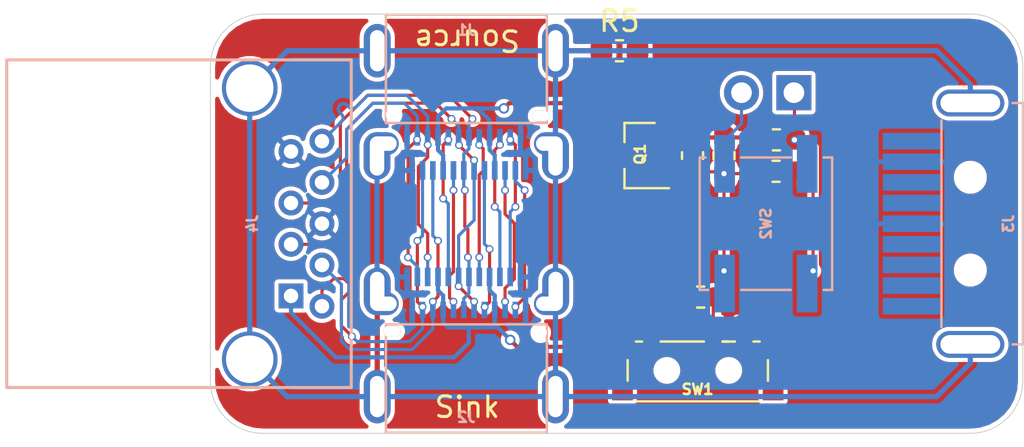
<source format=kicad_pcb>
(kicad_pcb (version 20171130) (host pcbnew 5.1.5+dfsg1-2build2)

  (general
    (thickness 1.6)
    (drawings 10)
    (tracks 303)
    (zones 0)
    (modules 14)
    (nets 22)
  )

  (page A4)
  (layers
    (0 F.Cu signal)
    (31 B.Cu signal)
    (32 B.Adhes user)
    (33 F.Adhes user)
    (34 B.Paste user)
    (35 F.Paste user)
    (36 B.SilkS user)
    (37 F.SilkS user)
    (38 B.Mask user)
    (39 F.Mask user)
    (40 Dwgs.User user)
    (41 Cmts.User user)
    (42 Eco1.User user)
    (43 Eco2.User user)
    (44 Edge.Cuts user)
    (45 Margin user)
    (46 B.CrtYd user)
    (47 F.CrtYd user)
    (48 B.Fab user)
    (49 F.Fab user)
  )

  (setup
    (last_trace_width 0.1524)
    (trace_clearance 0.1524)
    (zone_clearance 0.203)
    (zone_45_only no)
    (trace_min 0.1524)
    (via_size 0.381)
    (via_drill 0.254)
    (via_min_size 0.381)
    (via_min_drill 0.254)
    (uvia_size 0.3)
    (uvia_drill 0.1)
    (uvias_allowed no)
    (uvia_min_size 0.2)
    (uvia_min_drill 0.1)
    (edge_width 0.05)
    (segment_width 0.1524)
    (pcb_text_width 0.3)
    (pcb_text_size 1.5 1.5)
    (mod_edge_width 0.12)
    (mod_text_size 1 1)
    (mod_text_width 0.15)
    (pad_size 1.524 1.524)
    (pad_drill 0.762)
    (pad_to_mask_clearance 0.051)
    (solder_mask_min_width 0.25)
    (aux_axis_origin 0 0)
    (visible_elements FFFFFF7F)
    (pcbplotparams
      (layerselection 0x010fc_ffffffff)
      (usegerberextensions false)
      (usegerberattributes false)
      (usegerberadvancedattributes false)
      (creategerberjobfile false)
      (excludeedgelayer true)
      (linewidth 0.100000)
      (plotframeref false)
      (viasonmask false)
      (mode 1)
      (useauxorigin false)
      (hpglpennumber 1)
      (hpglpenspeed 20)
      (hpglpendiameter 15.000000)
      (psnegative false)
      (psa4output false)
      (plotreference true)
      (plotvalue true)
      (plotinvisibletext false)
      (padsonsilk false)
      (subtractmaskfromsilk false)
      (outputformat 1)
      (mirror false)
      (drillshape 1)
      (scaleselection 1)
      (outputdirectory ""))
  )

  (net 0 "")
  (net 1 "Net-(C1-Pad2)")
  (net 2 VBUS)
  (net 3 GND)
  (net 4 SHIELD)
  (net 5 /VBUS_SINK)
  (net 6 "Net-(R1-Pad2)")
  (net 7 "Net-(R2-Pad2)")
  (net 8 /TX1+)
  (net 9 /TX1-)
  (net 10 /D+)
  (net 11 /CC1)
  (net 12 /SBU1)
  (net 13 /D-)
  (net 14 /RX2+)
  (net 15 /RX2-)
  (net 16 /TX2-)
  (net 17 /RX1-)
  (net 18 /CC2)
  (net 19 /RX1+)
  (net 20 /TX2+)
  (net 21 /SBU2)

  (net_class Default "This is the default net class."
    (clearance 0.1524)
    (trace_width 0.1524)
    (via_dia 0.381)
    (via_drill 0.254)
    (uvia_dia 0.3)
    (uvia_drill 0.1)
    (add_net /CC1)
    (add_net /CC2)
    (add_net /D+)
    (add_net /D-)
    (add_net /RX1+)
    (add_net /RX1-)
    (add_net /RX2+)
    (add_net /RX2-)
    (add_net /SBU1)
    (add_net /SBU2)
    (add_net /TX1+)
    (add_net /TX1-)
    (add_net /TX2+)
    (add_net /TX2-)
    (add_net "Net-(C1-Pad2)")
    (add_net "Net-(R1-Pad2)")
    (add_net "Net-(R2-Pad2)")
  )

  (net_class Power ""
    (clearance 0.16)
    (trace_width 0.2032)
    (via_dia 0.508)
    (via_drill 0.3302)
    (uvia_dia 0.3)
    (uvia_drill 0.1)
    (add_net /VBUS_SINK)
    (add_net GND)
    (add_net VBUS)
  )

  (net_class Shield ""
    (clearance 0.16)
    (trace_width 0.254)
    (via_dia 0.508)
    (via_drill 0.3302)
    (uvia_dia 0.3)
    (uvia_drill 0.1)
    (add_net SHIELD)
  )

  (module Connector_USB-Custom:USB_C_Receptacle_Amphenol_10137065 (layer B.Cu) (tedit 5FD6293B) (tstamp 5FDDFD5D)
    (at 153.375 94.488)
    (path /5F1528AF)
    (attr smd)
    (fp_text reference J1 (at 0 -1 180) (layer B.SilkS)
      (effects (font (size 0.5 0.5) (thickness 0.125)) (justify mirror))
    )
    (fp_text value USB_C_PowerSource (at 0 7 180) (layer B.Fab)
      (effects (font (size 1 1) (thickness 0.15)) (justify mirror))
    )
    (fp_line (start 4.95 6.25) (end -4.95 6.25) (layer Cmts.User) (width 0.05))
    (fp_line (start -3.6 5.4) (end -3.6 -2.4) (layer Cmts.User) (width 0.12))
    (fp_line (start -4.7 3.1) (end 4.4 3.1) (layer Cmts.User) (width 0.12))
    (fp_line (start -3.9 -1.75) (end -3.9 3.5) (layer B.SilkS) (width 0.12))
    (fp_line (start 3.9 -1.75) (end -3.9 -1.75) (layer B.SilkS) (width 0.12))
    (fp_line (start 3.9 3.5) (end 3.9 -1.75) (layer B.SilkS) (width 0.12))
    (fp_line (start -3.9 3.5) (end 3.9 3.5) (layer B.SilkS) (width 0.12))
    (fp_line (start 4.95 5.35) (end -4.95 5.35) (layer Cmts.User) (width 0.05))
    (fp_line (start 4.95 4.6) (end -4.95 4.6) (layer Cmts.User) (width 0.05))
    (fp_line (start 4.95 3.8) (end -4.95 3.8) (layer Cmts.User) (width 0.05))
    (pad S1 thru_hole roundrect (at -4 4.5) (size 1.65 1.1) (drill oval 1.25 0.7 (offset -0.1 0)) (layers *.Cu *.Mask) (roundrect_rratio 0.5)
      (net 4 SHIELD))
    (pad S1 thru_hole roundrect (at 4.32 5.1) (size 1.3 2.3) (drill oval 0.7 1.9) (layers *.Cu *.Mask) (roundrect_rratio 0.5)
      (net 4 SHIELD))
    (pad S1 thru_hole roundrect (at -4.33 5.1) (size 1.3 2.3) (drill oval 0.7 1.9) (layers *.Cu *.Mask) (roundrect_rratio 0.5)
      (net 4 SHIELD))
    (pad "" np_thru_hole roundrect (at 3.6 3.165) (size 0.85 0.5) (drill oval 0.85 0.5) (layers *.Cu *.Mask) (roundrect_rratio 0.5))
    (pad "" np_thru_hole circle (at -3.6 3.1) (size 0.6 0.6) (drill 0.6) (layers *.Cu *.Mask))
    (pad S1 thru_hole roundrect (at 4.32 0) (size 1.3 2.6) (drill oval 0.7 2) (layers *.Cu *.Mask) (roundrect_rratio 0.5)
      (net 4 SHIELD))
    (pad S1 thru_hole roundrect (at -4.32 0) (size 1.3 2.6) (drill oval 0.7 2) (layers *.Cu *.Mask) (roundrect_rratio 0.5)
      (net 4 SHIELD))
    (pad S1 thru_hole roundrect (at 4 4.5) (size 1.65 1.1) (drill oval 1.25 0.7 (offset 0.1 0)) (layers *.Cu *.Mask) (roundrect_rratio 0.5)
      (net 4 SHIELD))
    (pad A1 smd rect (at -2.625 5.8) (size 0.275 0.9) (layers B.Cu B.Paste B.Mask)
      (net 3 GND))
    (pad A2 smd rect (at -2.125 5.8) (size 0.275 0.9) (layers B.Cu B.Paste B.Mask)
      (net 8 /TX1+))
    (pad A3 smd rect (at -1.625 5.8) (size 0.275 0.9) (layers B.Cu B.Paste B.Mask)
      (net 9 /TX1-))
    (pad A6 smd rect (at -0.125 5.8) (size 0.275 0.9) (layers B.Cu B.Paste B.Mask)
      (net 10 /D+))
    (pad A5 smd rect (at -0.625 5.8) (size 0.275 0.9) (layers B.Cu B.Paste B.Mask)
      (net 11 /CC1))
    (pad A4 smd rect (at -1.125 5.8) (size 0.275 0.9) (layers B.Cu B.Paste B.Mask)
      (net 2 VBUS))
    (pad A9 smd rect (at 1.375 5.8) (size 0.275 0.9) (layers B.Cu B.Paste B.Mask)
      (net 2 VBUS))
    (pad A12 smd rect (at 2.875 5.8) (size 0.275 0.9) (layers B.Cu B.Paste B.Mask)
      (net 3 GND))
    (pad A8 smd rect (at 0.875 5.8) (size 0.275 0.9) (layers B.Cu B.Paste B.Mask)
      (net 12 /SBU1))
    (pad A7 smd rect (at 0.375 5.8) (size 0.275 0.9) (layers B.Cu B.Paste B.Mask)
      (net 13 /D-))
    (pad A11 smd rect (at 2.375 5.8) (size 0.275 0.9) (layers B.Cu B.Paste B.Mask)
      (net 14 /RX2+))
    (pad A10 smd rect (at 1.875 5.8) (size 0.275 0.9) (layers B.Cu B.Paste B.Mask)
      (net 15 /RX2-))
    (pad B3 smd rect (at 1.625 4.2) (size 0.275 0.8) (layers B.Cu B.Paste B.Mask)
      (net 16 /TX2-))
    (pad B10 smd rect (at -1.875 4.2) (size 0.275 0.8) (layers B.Cu B.Paste B.Mask)
      (net 17 /RX1-))
    (pad B5 smd rect (at 0.625 4.2) (size 0.275 0.8) (layers B.Cu B.Paste B.Mask)
      (net 18 /CC2))
    (pad B7 smd rect (at -0.375 4.2) (size 0.275 0.8) (layers B.Cu B.Paste B.Mask)
      (net 13 /D-))
    (pad B11 smd rect (at -2.375 4.2) (size 0.275 0.8) (layers B.Cu B.Paste B.Mask)
      (net 19 /RX1+))
    (pad B1 smd rect (at 2.625 4.2) (size 0.275 0.8) (layers B.Cu B.Paste B.Mask)
      (net 3 GND))
    (pad B12 smd rect (at -2.875 4.2) (size 0.275 0.8) (layers B.Cu B.Paste B.Mask)
      (net 3 GND))
    (pad B6 smd rect (at 0.125 4.2) (size 0.275 0.8) (layers B.Cu B.Paste B.Mask)
      (net 10 /D+))
    (pad B2 smd rect (at 2.125 4.2) (size 0.275 0.8) (layers B.Cu B.Paste B.Mask)
      (net 20 /TX2+))
    (pad B8 smd rect (at -0.875 4.2) (size 0.275 0.8) (layers B.Cu B.Paste B.Mask)
      (net 21 /SBU2))
    (pad B4 smd rect (at 1.125 4.2) (size 0.275 0.8) (layers B.Cu B.Paste B.Mask)
      (net 2 VBUS))
    (pad B9 smd rect (at -1.375 4.2) (size 0.275 0.8) (layers B.Cu B.Paste B.Mask)
      (net 2 VBUS))
    (model ${KIPRJMOD}/library/Connector_USB.3dshapes/USB_C_Receptacle_Amphenol_10137065.stp
      (offset (xyz -4.15 -2 -0.6))
      (scale (xyz 1 1 1))
      (rotate (xyz -90 0 0))
    )
  )

  (module Resistor_SMD:R_0603_1608Metric_Pad1.05x0.95mm_HandSolder (layer F.Cu) (tedit 5B301BBD) (tstamp 5FDE893B)
    (at 160.796 94.488)
    (descr "Resistor SMD 0603 (1608 Metric), square (rectangular) end terminal, IPC_7351 nominal with elongated pad for handsoldering. (Body size source: http://www.tortai-tech.com/upload/download/2011102023233369053.pdf), generated with kicad-footprint-generator")
    (tags "resistor handsolder")
    (path /5FEEB297)
    (attr smd)
    (fp_text reference R5 (at 0 -1.43) (layer F.SilkS)
      (effects (font (size 1 1) (thickness 0.15)))
    )
    (fp_text value 0 (at 0 1.43) (layer F.Fab)
      (effects (font (size 1 1) (thickness 0.15)))
    )
    (fp_text user %R (at 0 0) (layer F.Fab)
      (effects (font (size 0.4 0.4) (thickness 0.06)))
    )
    (fp_line (start 1.65 0.73) (end -1.65 0.73) (layer F.CrtYd) (width 0.05))
    (fp_line (start 1.65 -0.73) (end 1.65 0.73) (layer F.CrtYd) (width 0.05))
    (fp_line (start -1.65 -0.73) (end 1.65 -0.73) (layer F.CrtYd) (width 0.05))
    (fp_line (start -1.65 0.73) (end -1.65 -0.73) (layer F.CrtYd) (width 0.05))
    (fp_line (start -0.171267 0.51) (end 0.171267 0.51) (layer F.SilkS) (width 0.12))
    (fp_line (start -0.171267 -0.51) (end 0.171267 -0.51) (layer F.SilkS) (width 0.12))
    (fp_line (start 0.8 0.4) (end -0.8 0.4) (layer F.Fab) (width 0.1))
    (fp_line (start 0.8 -0.4) (end 0.8 0.4) (layer F.Fab) (width 0.1))
    (fp_line (start -0.8 -0.4) (end 0.8 -0.4) (layer F.Fab) (width 0.1))
    (fp_line (start -0.8 0.4) (end -0.8 -0.4) (layer F.Fab) (width 0.1))
    (pad 2 smd roundrect (at 0.875 0) (size 1.05 0.95) (layers F.Cu F.Paste F.Mask) (roundrect_rratio 0.25)
      (net 3 GND))
    (pad 1 smd roundrect (at -0.875 0) (size 1.05 0.95) (layers F.Cu F.Paste F.Mask) (roundrect_rratio 0.25)
      (net 4 SHIELD))
    (model ${KISYS3DMOD}/Resistor_SMD.3dshapes/R_0603_1608Metric.wrl
      (at (xyz 0 0 0))
      (scale (xyz 1 1 1))
      (rotate (xyz 0 0 0))
    )
  )

  (module Connector_PinHeader_2.54mm:PinHeader_1x02_P2.54mm_Vertical (layer B.Cu) (tedit 5FDDA99D) (tstamp 5FDDCE33)
    (at 169.25 96.52 90)
    (descr "Through hole straight pin header, 1x02, 2.54mm pitch, single row")
    (tags "Through hole pin header THT 1x02 2.54mm single row")
    (path /5FE36070)
    (fp_text reference SW3 (at 0 2.33 -90) (layer Cmts.User)
      (effects (font (size 0.5 0.5) (thickness 0.125)))
    )
    (fp_text value SW_Push (at 0 -4.87 -90) (layer B.Fab)
      (effects (font (size 1 1) (thickness 0.15)) (justify mirror))
    )
    (fp_text user %R (at 0 -1.27 180) (layer B.Fab)
      (effects (font (size 1 1) (thickness 0.15)) (justify mirror))
    )
    (fp_line (start 1.8 1.8) (end -1.8 1.8) (layer B.CrtYd) (width 0.05))
    (fp_line (start 1.8 -4.35) (end 1.8 1.8) (layer B.CrtYd) (width 0.05))
    (fp_line (start -1.8 -4.35) (end 1.8 -4.35) (layer B.CrtYd) (width 0.05))
    (fp_line (start -1.8 1.8) (end -1.8 -4.35) (layer B.CrtYd) (width 0.05))
    (fp_line (start -1.27 0.635) (end -0.635 1.27) (layer B.Fab) (width 0.1))
    (fp_line (start -1.27 -3.81) (end -1.27 0.635) (layer B.Fab) (width 0.1))
    (fp_line (start 1.27 -3.81) (end -1.27 -3.81) (layer B.Fab) (width 0.1))
    (fp_line (start 1.27 1.27) (end 1.27 -3.81) (layer B.Fab) (width 0.1))
    (fp_line (start -0.635 1.27) (end 1.27 1.27) (layer B.Fab) (width 0.1))
    (pad 2 thru_hole oval (at 0 -2.54 90) (size 1.7 1.7) (drill 1) (layers *.Cu *.Mask)
      (net 1 "Net-(C1-Pad2)"))
    (pad 1 thru_hole rect (at 0 0 90) (size 1.7 1.7) (drill 1) (layers *.Cu *.Mask)
      (net 7 "Net-(R2-Pad2)"))
    (model ${KISYS3DMOD}/Connector_PinHeader_2.54mm.3dshapes/PinHeader_1x02_P2.54mm_Vertical.wrl
      (at (xyz 0 0 0))
      (scale (xyz 1 1 1))
      (rotate (xyz 0 0 0))
    )
  )

  (module Connector_USB-Custom:USB_A_Receptacle_Amphenol_10117835 (layer B.Cu) (tedit 5FD6207C) (tstamp 5FDD975C)
    (at 139.446 102.87 90)
    (path /5FD908A9)
    (fp_text reference J4 (at 0 3.556 -90) (layer B.SilkS)
      (effects (font (size 0.5 0.5) (thickness 0.125)) (justify mirror))
    )
    (fp_text value USB3_A_Receptacle (at 0 9.525 -90) (layer B.Fab)
      (effects (font (size 1 1) (thickness 0.15)) (justify mirror))
    )
    (fp_line (start -7.94 8.35) (end 7.94 8.35) (layer B.SilkS) (width 0.15))
    (fp_line (start 7.94 8.35) (end 7.94 -8.35) (layer B.SilkS) (width 0.15))
    (fp_line (start 7.94 -8.35) (end -7.94 -8.35) (layer B.SilkS) (width 0.15))
    (fp_line (start -7.94 -8.35) (end -7.94 8.35) (layer B.SilkS) (width 0.15))
    (fp_line (start -8.2 8.6) (end 8.2 8.6) (layer B.CrtYd) (width 0.15))
    (fp_line (start 8.2 8.6) (end 8.2 -8.6) (layer B.CrtYd) (width 0.15))
    (fp_line (start 8.2 -8.6) (end -8.2 -8.6) (layer B.CrtYd) (width 0.15))
    (fp_line (start -8.2 -8.6) (end -8.2 8.6) (layer B.CrtYd) (width 0.15))
    (pad 1 thru_hole rect (at -3.5 5.43 90) (size 1.208 1.208) (drill 0.7) (layers *.Cu *.Mask)
      (net 5 /VBUS_SINK))
    (pad 2 thru_hole circle (at -1 5.43 90) (size 1.208 1.208) (drill 0.7) (layers *.Cu *.Mask)
      (net 13 /D-))
    (pad 4 thru_hole circle (at 3.5 5.43 90) (size 1.208 1.208) (drill 0.7) (layers *.Cu *.Mask)
      (net 3 GND))
    (pad 3 thru_hole circle (at 1 5.43 90) (size 1.208 1.208) (drill 0.7) (layers *.Cu *.Mask)
      (net 10 /D+))
    (pad 5 thru_hole circle (at 4 6.93 90) (size 1.208 1.208) (drill 0.7) (layers *.Cu *.Mask)
      (net 17 /RX1-))
    (pad 6 thru_hole circle (at 2 6.93 90) (size 1.208 1.208) (drill 0.7) (layers *.Cu *.Mask)
      (net 19 /RX1+))
    (pad 7 thru_hole circle (at 0 6.93 90) (size 1.208 1.208) (drill 0.7) (layers *.Cu *.Mask)
      (net 3 GND))
    (pad 8 thru_hole circle (at -2 6.93 90) (size 1.208 1.208) (drill 0.7) (layers *.Cu *.Mask)
      (net 9 /TX1-))
    (pad 9 thru_hole circle (at -4 6.93 90) (size 1.208 1.208) (drill 0.7) (layers *.Cu *.Mask)
      (net 8 /TX1+))
    (pad 10 thru_hole circle (at -6.57 3.43 90) (size 2.7 2.7) (drill 2.3) (layers *.Cu *.Mask)
      (net 4 SHIELD))
    (pad 10 thru_hole circle (at 6.57 3.43 90) (size 2.7 2.7) (drill 2.3) (layers *.Cu *.Mask)
      (net 4 SHIELD))
    (model ${KIPRJMOD}/library/Connector_USB.3dshapes/USB_A_Receptacle_Amphenol_10117835.stp
      (offset (xyz 0 7.6 6.6))
      (scale (xyz 1 1 1))
      (rotate (xyz 180 0 0))
    )
  )

  (module Button_Switch_SMD:SW_Push_1P1T_NO_CK_KSC7xxJ (layer B.Cu) (tedit 5C63FE2A) (tstamp 5FDDC43F)
    (at 167.894 102.87 90)
    (descr "CK components KSC7 tactile switch https://www.ckswitches.com/media/1973/ksc7.pdf")
    (tags "tactile switch ksc7")
    (path /5F186D85)
    (attr smd)
    (fp_text reference SW2 (at 0 0 90) (layer B.SilkS)
      (effects (font (size 0.5 0.5) (thickness 0.125)) (justify mirror))
    )
    (fp_text value SW_Push (at 0 4.23 90) (layer B.Fab)
      (effects (font (size 1 1) (thickness 0.15)) (justify mirror))
    )
    (fp_line (start -3.21 1.2) (end -3.21 -1.2) (layer B.SilkS) (width 0.12))
    (fp_line (start -3.21 3.21) (end -3.21 2.8) (layer B.SilkS) (width 0.12))
    (fp_line (start 3.21 3.21) (end -3.21 3.21) (layer B.SilkS) (width 0.12))
    (fp_line (start 3.21 2.8) (end 3.21 3.21) (layer B.SilkS) (width 0.12))
    (fp_line (start 3.21 -1.2) (end 3.21 1.2) (layer B.SilkS) (width 0.12))
    (fp_line (start 3.21 -3.21) (end 3.21 -2.93) (layer B.SilkS) (width 0.12))
    (fp_line (start -3.21 -3.21) (end 3.21 -3.21) (layer B.SilkS) (width 0.12))
    (fp_line (start -3.21 -2.8) (end -3.21 -3.21) (layer B.SilkS) (width 0.12))
    (fp_circle (center 0 0) (end 1.5 0) (layer B.Fab) (width 0.1))
    (fp_line (start -4.55 -3.35) (end -4.55 3.35) (layer B.CrtYd) (width 0.05))
    (fp_line (start 4.55 -3.35) (end -4.55 -3.35) (layer B.CrtYd) (width 0.05))
    (fp_line (start 4.55 3.35) (end 4.55 -3.35) (layer B.CrtYd) (width 0.05))
    (fp_line (start -4.55 3.35) (end 4.55 3.35) (layer B.CrtYd) (width 0.05))
    (fp_text user %R (at 0 0 90) (layer B.Fab)
      (effects (font (size 1 1) (thickness 0.15)) (justify mirror))
    )
    (fp_line (start -3.1 -3.1) (end -3.1 3.1) (layer B.Fab) (width 0.1))
    (fp_line (start 3.1 -3.1) (end -3.1 -3.1) (layer B.Fab) (width 0.1))
    (fp_line (start 3.1 3.1) (end 3.1 -3.1) (layer B.Fab) (width 0.1))
    (fp_line (start -3.1 3.1) (end 3.1 3.1) (layer B.Fab) (width 0.1))
    (pad 2 smd rect (at 2.9 -2 90) (size 2.8 1) (layers B.Cu B.Paste B.Mask)
      (net 1 "Net-(C1-Pad2)"))
    (pad 2 smd rect (at -2.9 -2 90) (size 2.8 1) (layers B.Cu B.Paste B.Mask)
      (net 1 "Net-(C1-Pad2)"))
    (pad 1 smd rect (at 2.9 2 90) (size 2.8 1) (layers B.Cu B.Paste B.Mask)
      (net 7 "Net-(R2-Pad2)"))
    (pad 1 smd rect (at -2.9 2 90) (size 2.8 1) (layers B.Cu B.Paste B.Mask)
      (net 7 "Net-(R2-Pad2)"))
    (model ${KISYS3DMOD}/Button_Switch_SMD.3dshapes/SW_push_1P1T_NO_CK_KSC7xxJxxx.wrl
      (at (xyz 0 0 0))
      (scale (xyz 1 1 1))
      (rotate (xyz 0 0 0))
    )
  )

  (module Button_Switch_SMD-Custom:SW_SPDT_MSS3-V-T_R (layer F.Cu) (tedit 5FCE0B48) (tstamp 5FDE1EF6)
    (at 164.592 109.982)
    (descr "Slide Switch, SPDT, Surface Mount. http://www.farnell.com/datasheets/1599440.pdf")
    (path /5FD401C4)
    (attr smd)
    (fp_text reference SW1 (at -0.012 0.917) (layer F.SilkS)
      (effects (font (size 0.5 0.5) (thickness 0.125)))
    )
    (fp_text value EN_USBA (at 0 -3.81) (layer F.Fab)
      (effects (font (size 1 1) (thickness 0.15)))
    )
    (fp_line (start 4.3 -2.6) (end -4.3 -2.6) (layer F.CrtYd) (width 0.12))
    (fp_line (start -4.3 -2.6) (end -4.3 1.6) (layer F.CrtYd) (width 0.12))
    (fp_line (start 4.3 1.6) (end 4.3 -2.6) (layer F.CrtYd) (width 0.12))
    (fp_line (start -4.3 1.6) (end -1.5 1.6) (layer F.CrtYd) (width 0.12))
    (fp_line (start -1.5 1.6) (end -1.5 3.2) (layer F.CrtYd) (width 0.12))
    (fp_line (start -1.5 3.2) (end 1.5 3.2) (layer F.CrtYd) (width 0.12))
    (fp_line (start 1.5 3.2) (end 1.5 1.6) (layer F.CrtYd) (width 0.12))
    (fp_line (start 1.5 1.6) (end 4.3 1.6) (layer F.CrtYd) (width 0.12))
    (fp_line (start 2.7 -1.4) (end 3 -1.4) (layer F.SilkS) (width 0.12))
    (fp_line (start 1.8 -1.4) (end 1.2 -1.4) (layer F.SilkS) (width 0.12))
    (fp_line (start 1.2 -1.4) (end 1.3 -1.4) (layer F.SilkS) (width 0.12))
    (fp_line (start 1.3 -1.4) (end 1.4 -1.4) (layer F.SilkS) (width 0.12))
    (fp_line (start 1.4 -1.4) (end 1.5 -1.4) (layer F.SilkS) (width 0.12))
    (fp_line (start 0.3 -1.4) (end -1.8 -1.4) (layer F.SilkS) (width 0.12))
    (fp_line (start -2.7 -1.4) (end -3 -1.4) (layer F.SilkS) (width 0.12))
    (fp_line (start -3.4 -0.5) (end -3.4 0.5) (layer F.SilkS) (width 0.12))
    (fp_line (start 3.4 -0.5) (end 3.4 0.5) (layer F.SilkS) (width 0.12))
    (fp_line (start -3 1.5) (end 3 1.5) (layer F.SilkS) (width 0.12))
    (pad "" smd rect (at 3.65 -1.05) (size 1 0.8) (layers F.Cu F.Paste F.Mask))
    (pad "" smd rect (at 3.65 1.05) (size 1 0.8) (layers F.Cu F.Paste F.Mask))
    (pad "" np_thru_hole circle (at 1.5 0) (size 0.9 0.9) (drill 0.9) (layers *.Cu *.Mask))
    (pad "" np_thru_hole circle (at -1.5 0) (size 0.9 0.9) (drill 0.9) (layers *.Cu *.Mask))
    (pad 3 smd rect (at 2.25 -1.75) (size 0.7 1.5) (layers F.Cu F.Paste F.Mask))
    (pad 2 smd rect (at 0.75 -1.75) (size 0.7 1.5) (layers F.Cu F.Paste F.Mask)
      (net 6 "Net-(R1-Pad2)"))
    (pad 1 smd rect (at -2.25 -1.75) (size 0.7 1.5) (layers F.Cu F.Paste F.Mask)
      (net 11 /CC1))
    (pad "" smd rect (at -3.65 -1.05) (size 1 0.8) (layers F.Cu F.Paste F.Mask))
    (pad "" smd rect (at -3.65 1.05) (size 1 0.8) (layers F.Cu F.Paste F.Mask))
  )

  (module Resistor_SMD:R_0603_1608Metric_Pad1.05x0.95mm_HandSolder (layer F.Cu) (tedit 5B301BBD) (tstamp 5FDE25E3)
    (at 165.862 99.568 270)
    (descr "Resistor SMD 0603 (1608 Metric), square (rectangular) end terminal, IPC_7351 nominal with elongated pad for handsoldering. (Body size source: http://www.tortai-tech.com/upload/download/2011102023233369053.pdf), generated with kicad-footprint-generator")
    (tags "resistor handsolder")
    (path /5F197CA2)
    (attr smd)
    (fp_text reference R4 (at 0 0 90) (layer Cmts.User)
      (effects (font (size 0.5 0.5) (thickness 0.125)))
    )
    (fp_text value 1.5M (at 0 1.43 90) (layer F.Fab)
      (effects (font (size 1 1) (thickness 0.15)))
    )
    (fp_line (start -0.8 0.4) (end -0.8 -0.4) (layer F.Fab) (width 0.1))
    (fp_line (start -0.8 -0.4) (end 0.8 -0.4) (layer F.Fab) (width 0.1))
    (fp_line (start 0.8 -0.4) (end 0.8 0.4) (layer F.Fab) (width 0.1))
    (fp_line (start 0.8 0.4) (end -0.8 0.4) (layer F.Fab) (width 0.1))
    (fp_line (start -0.171267 -0.51) (end 0.171267 -0.51) (layer F.SilkS) (width 0.12))
    (fp_line (start -0.171267 0.51) (end 0.171267 0.51) (layer F.SilkS) (width 0.12))
    (fp_line (start -1.65 0.73) (end -1.65 -0.73) (layer F.CrtYd) (width 0.05))
    (fp_line (start -1.65 -0.73) (end 1.65 -0.73) (layer F.CrtYd) (width 0.05))
    (fp_line (start 1.65 -0.73) (end 1.65 0.73) (layer F.CrtYd) (width 0.05))
    (fp_line (start 1.65 0.73) (end -1.65 0.73) (layer F.CrtYd) (width 0.05))
    (fp_text user %R (at 0 0 90) (layer F.Fab)
      (effects (font (size 0.4 0.4) (thickness 0.06)))
    )
    (pad 1 smd roundrect (at -0.875 0 270) (size 1.05 0.95) (layers F.Cu F.Paste F.Mask) (roundrect_rratio 0.25)
      (net 2 VBUS))
    (pad 2 smd roundrect (at 0.875 0 270) (size 1.05 0.95) (layers F.Cu F.Paste F.Mask) (roundrect_rratio 0.25)
      (net 1 "Net-(C1-Pad2)"))
    (model ${KISYS3DMOD}/Resistor_SMD.3dshapes/R_0603_1608Metric.wrl
      (at (xyz 0 0 0))
      (scale (xyz 1 1 1))
      (rotate (xyz 0 0 0))
    )
  )

  (module Resistor_SMD:R_0603_1608Metric_Pad1.05x0.95mm_HandSolder (layer F.Cu) (tedit 5B301BBD) (tstamp 5FDE23A5)
    (at 168.388 100.33)
    (descr "Resistor SMD 0603 (1608 Metric), square (rectangular) end terminal, IPC_7351 nominal with elongated pad for handsoldering. (Body size source: http://www.tortai-tech.com/upload/download/2011102023233369053.pdf), generated with kicad-footprint-generator")
    (tags "resistor handsolder")
    (path /5F1CDC44)
    (attr smd)
    (fp_text reference R3 (at 0.014 0) (layer Cmts.User)
      (effects (font (size 0.5 0.5) (thickness 0.125)))
    )
    (fp_text value 1M (at 0 1.43) (layer F.Fab)
      (effects (font (size 1 1) (thickness 0.15)))
    )
    (fp_line (start -0.8 0.4) (end -0.8 -0.4) (layer F.Fab) (width 0.1))
    (fp_line (start -0.8 -0.4) (end 0.8 -0.4) (layer F.Fab) (width 0.1))
    (fp_line (start 0.8 -0.4) (end 0.8 0.4) (layer F.Fab) (width 0.1))
    (fp_line (start 0.8 0.4) (end -0.8 0.4) (layer F.Fab) (width 0.1))
    (fp_line (start -0.171267 -0.51) (end 0.171267 -0.51) (layer F.SilkS) (width 0.12))
    (fp_line (start -0.171267 0.51) (end 0.171267 0.51) (layer F.SilkS) (width 0.12))
    (fp_line (start -1.65 0.73) (end -1.65 -0.73) (layer F.CrtYd) (width 0.05))
    (fp_line (start -1.65 -0.73) (end 1.65 -0.73) (layer F.CrtYd) (width 0.05))
    (fp_line (start 1.65 -0.73) (end 1.65 0.73) (layer F.CrtYd) (width 0.05))
    (fp_line (start 1.65 0.73) (end -1.65 0.73) (layer F.CrtYd) (width 0.05))
    (fp_text user %R (at 0 0) (layer F.Fab)
      (effects (font (size 0.4 0.4) (thickness 0.06)))
    )
    (pad 1 smd roundrect (at -0.875 0) (size 1.05 0.95) (layers F.Cu F.Paste F.Mask) (roundrect_rratio 0.25)
      (net 1 "Net-(C1-Pad2)"))
    (pad 2 smd roundrect (at 0.875 0) (size 1.05 0.95) (layers F.Cu F.Paste F.Mask) (roundrect_rratio 0.25)
      (net 3 GND))
    (model ${KISYS3DMOD}/Resistor_SMD.3dshapes/R_0603_1608Metric.wrl
      (at (xyz 0 0 0))
      (scale (xyz 1 1 1))
      (rotate (xyz 0 0 0))
    )
  )

  (module Resistor_SMD:R_0603_1608Metric_Pad1.05x0.95mm_HandSolder (layer F.Cu) (tedit 5B301BBD) (tstamp 5FDE1EB8)
    (at 168.402 98.806)
    (descr "Resistor SMD 0603 (1608 Metric), square (rectangular) end terminal, IPC_7351 nominal with elongated pad for handsoldering. (Body size source: http://www.tortai-tech.com/upload/download/2011102023233369053.pdf), generated with kicad-footprint-generator")
    (tags "resistor handsolder")
    (path /5F199070)
    (attr smd)
    (fp_text reference R2 (at 0 0) (layer Cmts.User)
      (effects (font (size 0.5 0.5) (thickness 0.125)))
    )
    (fp_text value 40k (at 0 1.43) (layer F.Fab)
      (effects (font (size 1 1) (thickness 0.15)))
    )
    (fp_line (start -0.8 0.4) (end -0.8 -0.4) (layer F.Fab) (width 0.1))
    (fp_line (start -0.8 -0.4) (end 0.8 -0.4) (layer F.Fab) (width 0.1))
    (fp_line (start 0.8 -0.4) (end 0.8 0.4) (layer F.Fab) (width 0.1))
    (fp_line (start 0.8 0.4) (end -0.8 0.4) (layer F.Fab) (width 0.1))
    (fp_line (start -0.171267 -0.51) (end 0.171267 -0.51) (layer F.SilkS) (width 0.12))
    (fp_line (start -0.171267 0.51) (end 0.171267 0.51) (layer F.SilkS) (width 0.12))
    (fp_line (start -1.65 0.73) (end -1.65 -0.73) (layer F.CrtYd) (width 0.05))
    (fp_line (start -1.65 -0.73) (end 1.65 -0.73) (layer F.CrtYd) (width 0.05))
    (fp_line (start 1.65 -0.73) (end 1.65 0.73) (layer F.CrtYd) (width 0.05))
    (fp_line (start 1.65 0.73) (end -1.65 0.73) (layer F.CrtYd) (width 0.05))
    (fp_text user %R (at 0 0) (layer F.Fab)
      (effects (font (size 0.4 0.4) (thickness 0.06)))
    )
    (pad 1 smd roundrect (at -0.875 0) (size 1.05 0.95) (layers F.Cu F.Paste F.Mask) (roundrect_rratio 0.25)
      (net 2 VBUS))
    (pad 2 smd roundrect (at 0.875 0) (size 1.05 0.95) (layers F.Cu F.Paste F.Mask) (roundrect_rratio 0.25)
      (net 7 "Net-(R2-Pad2)"))
    (model ${KISYS3DMOD}/Resistor_SMD.3dshapes/R_0603_1608Metric.wrl
      (at (xyz 0 0 0))
      (scale (xyz 1 1 1))
      (rotate (xyz 0 0 0))
    )
  )

  (module Resistor_SMD:R_0603_1608Metric_Pad1.05x0.95mm_HandSolder (layer F.Cu) (tedit 5B301BBD) (tstamp 5FDE1F42)
    (at 164.733 106.426)
    (descr "Resistor SMD 0603 (1608 Metric), square (rectangular) end terminal, IPC_7351 nominal with elongated pad for handsoldering. (Body size source: http://www.tortai-tech.com/upload/download/2011102023233369053.pdf), generated with kicad-footprint-generator")
    (tags "resistor handsolder")
    (path /5FD50642)
    (attr smd)
    (fp_text reference R1 (at -0.268 1.016) (layer Cmts.User)
      (effects (font (size 0.5 0.5) (thickness 0.125)))
    )
    (fp_text value 5.1k (at 0 1.43) (layer F.Fab)
      (effects (font (size 1 1) (thickness 0.15)))
    )
    (fp_line (start -0.8 0.4) (end -0.8 -0.4) (layer F.Fab) (width 0.1))
    (fp_line (start -0.8 -0.4) (end 0.8 -0.4) (layer F.Fab) (width 0.1))
    (fp_line (start 0.8 -0.4) (end 0.8 0.4) (layer F.Fab) (width 0.1))
    (fp_line (start 0.8 0.4) (end -0.8 0.4) (layer F.Fab) (width 0.1))
    (fp_line (start -0.171267 -0.51) (end 0.171267 -0.51) (layer F.SilkS) (width 0.12))
    (fp_line (start -0.171267 0.51) (end 0.171267 0.51) (layer F.SilkS) (width 0.12))
    (fp_line (start -1.65 0.73) (end -1.65 -0.73) (layer F.CrtYd) (width 0.05))
    (fp_line (start -1.65 -0.73) (end 1.65 -0.73) (layer F.CrtYd) (width 0.05))
    (fp_line (start 1.65 -0.73) (end 1.65 0.73) (layer F.CrtYd) (width 0.05))
    (fp_line (start 1.65 0.73) (end -1.65 0.73) (layer F.CrtYd) (width 0.05))
    (fp_text user %R (at 0 0) (layer F.Fab)
      (effects (font (size 0.4 0.4) (thickness 0.06)))
    )
    (pad 1 smd roundrect (at -0.875 0) (size 1.05 0.95) (layers F.Cu F.Paste F.Mask) (roundrect_rratio 0.25)
      (net 3 GND))
    (pad 2 smd roundrect (at 0.875 0) (size 1.05 0.95) (layers F.Cu F.Paste F.Mask) (roundrect_rratio 0.25)
      (net 6 "Net-(R1-Pad2)"))
    (model ${KISYS3DMOD}/Resistor_SMD.3dshapes/R_0603_1608Metric.wrl
      (at (xyz 0 0 0))
      (scale (xyz 1 1 1))
      (rotate (xyz 0 0 0))
    )
  )

  (module Package_TO_SOT_SMD:SOT-23 (layer F.Cu) (tedit 5A02FF57) (tstamp 5FDE1E20)
    (at 161.798 99.568 180)
    (descr "SOT-23, Standard")
    (tags SOT-23)
    (path /5F1BFDC6)
    (attr smd)
    (fp_text reference Q1 (at 0 0.066 90) (layer F.SilkS)
      (effects (font (size 0.5 0.5) (thickness 0.125)))
    )
    (fp_text value SI2393DS (at 0 2.5) (layer F.Fab)
      (effects (font (size 1 1) (thickness 0.15)))
    )
    (fp_text user %R (at 0 0 90) (layer F.Fab)
      (effects (font (size 0.5 0.5) (thickness 0.075)))
    )
    (fp_line (start -0.7 -0.95) (end -0.7 1.5) (layer F.Fab) (width 0.1))
    (fp_line (start -0.15 -1.52) (end 0.7 -1.52) (layer F.Fab) (width 0.1))
    (fp_line (start -0.7 -0.95) (end -0.15 -1.52) (layer F.Fab) (width 0.1))
    (fp_line (start 0.7 -1.52) (end 0.7 1.52) (layer F.Fab) (width 0.1))
    (fp_line (start -0.7 1.52) (end 0.7 1.52) (layer F.Fab) (width 0.1))
    (fp_line (start 0.76 1.58) (end 0.76 0.65) (layer F.SilkS) (width 0.12))
    (fp_line (start 0.76 -1.58) (end 0.76 -0.65) (layer F.SilkS) (width 0.12))
    (fp_line (start -1.7 -1.75) (end 1.7 -1.75) (layer F.CrtYd) (width 0.05))
    (fp_line (start 1.7 -1.75) (end 1.7 1.75) (layer F.CrtYd) (width 0.05))
    (fp_line (start 1.7 1.75) (end -1.7 1.75) (layer F.CrtYd) (width 0.05))
    (fp_line (start -1.7 1.75) (end -1.7 -1.75) (layer F.CrtYd) (width 0.05))
    (fp_line (start 0.76 -1.58) (end -1.4 -1.58) (layer F.SilkS) (width 0.12))
    (fp_line (start 0.76 1.58) (end -0.7 1.58) (layer F.SilkS) (width 0.12))
    (pad 1 smd rect (at -1 -0.95 180) (size 0.9 0.8) (layers F.Cu F.Paste F.Mask)
      (net 1 "Net-(C1-Pad2)"))
    (pad 2 smd rect (at -1 0.95 180) (size 0.9 0.8) (layers F.Cu F.Paste F.Mask)
      (net 2 VBUS))
    (pad 3 smd rect (at 1 0 180) (size 0.9 0.8) (layers F.Cu F.Paste F.Mask)
      (net 5 /VBUS_SINK))
    (model ${KISYS3DMOD}/Package_TO_SOT_SMD.3dshapes/SOT-23.wrl
      (at (xyz 0 0 0))
      (scale (xyz 1 1 1))
      (rotate (xyz 0 0 0))
    )
  )

  (module Connector_USB-Custom:USB_A_Plug_Amphenol_GSB3164x1CEU (layer B.Cu) (tedit 5FD63F16) (tstamp 5FDD96B0)
    (at 177.8 102.87 270)
    (path /5FDACC9B)
    (attr smd)
    (fp_text reference J3 (at 0 -1.85 90) (layer B.SilkS)
      (effects (font (size 0.5 0.5) (thickness 0.125)) (justify mirror))
    )
    (fp_text value USB3_A_Plug (at 0 5.08 90) (layer B.Fab)
      (effects (font (size 1 1) (thickness 0.15)) (justify mirror))
    )
    (fp_line (start -5.85 -2.55) (end 5.85 -2.55) (layer B.SilkS) (width 0.12))
    (fp_line (start -5 1.4) (end 5 1.4) (layer B.SilkS) (width 0.12))
    (fp_line (start 5.85 -2.55) (end 5.85 -2.05) (layer B.SilkS) (width 0.12))
    (fp_line (start -5.85 -2.55) (end -5.85 -2.05) (layer B.SilkS) (width 0.12))
    (fp_line (start -6.5 4.25) (end -6.5 -2.55) (layer B.CrtYd) (width 0.12))
    (fp_line (start 6.5 4.25) (end -6.5 4.25) (layer B.CrtYd) (width 0.12))
    (fp_line (start 6.5 -2.55) (end 6.5 4.25) (layer B.CrtYd) (width 0.12))
    (fp_line (start -6.5 -2.55) (end 6.5 -2.55) (layer B.CrtYd) (width 0.12))
    (pad "" np_thru_hole circle (at -2.25 0 270) (size 1.2 1.2) (drill 1.2) (layers *.Cu *.Mask))
    (pad "" np_thru_hole circle (at 2.25 0 270) (size 1.2 1.2) (drill 1.2) (layers *.Cu *.Mask))
    (pad 2 smd rect (at 1 2.85 270) (size 0.8 2.78) (layers B.Cu B.Paste B.Mask)
      (net 13 /D-))
    (pad 1 smd rect (at 3 2.85 270) (size 0.8 2.78) (layers B.Cu B.Paste B.Mask)
      (net 2 VBUS))
    (pad 8 smd rect (at 2 2.85 270) (size 0.8 2.78) (layers B.Cu B.Paste B.Mask)
      (net 9 /TX1-))
    (pad 9 smd rect (at 4 2.85 270) (size 0.8 2.78) (layers B.Cu B.Paste B.Mask)
      (net 8 /TX1+))
    (pad 5 smd rect (at -4 2.85 270) (size 0.8 2.78) (layers B.Cu B.Paste B.Mask)
      (net 17 /RX1-))
    (pad 4 smd rect (at -3 2.85 270) (size 0.8 2.78) (layers B.Cu B.Paste B.Mask)
      (net 3 GND))
    (pad 6 smd rect (at -2 2.85 270) (size 0.8 2.78) (layers B.Cu B.Paste B.Mask)
      (net 19 /RX1+))
    (pad 3 smd rect (at -1 2.85 270) (size 0.8 2.78) (layers B.Cu B.Paste B.Mask)
      (net 10 /D+))
    (pad 7 smd rect (at 0 2.85 270) (size 0.8 2.78) (layers B.Cu B.Paste B.Mask)
      (net 3 GND))
    (pad 10 thru_hole oval (at 5.85 0 270) (size 1.3 3.3) (drill oval 0.9 2.9) (layers *.Cu *.Mask)
      (net 4 SHIELD))
    (pad 10 thru_hole oval (at -5.85 0 270) (size 1.3 3.3) (drill oval 0.9 2.9) (layers *.Cu *.Mask)
      (net 4 SHIELD))
    (model ${KIPRJMOD}/library/Connector_USB.3dshapes/USB_A_Plug_Amphenol_GSB3164x1CEU.stp
      (offset (xyz 0.1 -8.1 1.5))
      (scale (xyz 1 1 1))
      (rotate (xyz 0 0 180))
    )
  )

  (module Connector_USB-Custom:USB_C_Receptacle_Amphenol_10137065 (layer B.Cu) (tedit 5FD6293B) (tstamp 5FDDE55B)
    (at 153.375 111.25 180)
    (path /5F157FC7)
    (attr smd)
    (fp_text reference J2 (at 0 -1) (layer B.SilkS)
      (effects (font (size 0.5 0.5) (thickness 0.125)) (justify mirror))
    )
    (fp_text value USB_C_PowerSink (at 0 7) (layer B.Fab)
      (effects (font (size 1 1) (thickness 0.15)) (justify mirror))
    )
    (fp_line (start 4.95 3.8) (end -4.95 3.8) (layer Cmts.User) (width 0.05))
    (fp_line (start 4.95 4.6) (end -4.95 4.6) (layer Cmts.User) (width 0.05))
    (fp_line (start 4.95 5.35) (end -4.95 5.35) (layer Cmts.User) (width 0.05))
    (fp_line (start -3.9 3.5) (end 3.9 3.5) (layer B.SilkS) (width 0.12))
    (fp_line (start 3.9 3.5) (end 3.9 -1.75) (layer B.SilkS) (width 0.12))
    (fp_line (start 3.9 -1.75) (end -3.9 -1.75) (layer B.SilkS) (width 0.12))
    (fp_line (start -3.9 -1.75) (end -3.9 3.5) (layer B.SilkS) (width 0.12))
    (fp_line (start -4.7 3.1) (end 4.4 3.1) (layer Cmts.User) (width 0.12))
    (fp_line (start -3.6 5.4) (end -3.6 -2.4) (layer Cmts.User) (width 0.12))
    (fp_line (start 4.95 6.25) (end -4.95 6.25) (layer Cmts.User) (width 0.05))
    (pad B9 smd rect (at -1.375 4.2 180) (size 0.275 0.8) (layers B.Cu B.Paste B.Mask)
      (net 5 /VBUS_SINK))
    (pad B4 smd rect (at 1.125 4.2 180) (size 0.275 0.8) (layers B.Cu B.Paste B.Mask)
      (net 5 /VBUS_SINK))
    (pad B8 smd rect (at -0.875 4.2 180) (size 0.275 0.8) (layers B.Cu B.Paste B.Mask)
      (net 12 /SBU1))
    (pad B2 smd rect (at 2.125 4.2 180) (size 0.275 0.8) (layers B.Cu B.Paste B.Mask)
      (net 8 /TX1+))
    (pad B6 smd rect (at 0.125 4.2 180) (size 0.275 0.8) (layers B.Cu B.Paste B.Mask)
      (net 10 /D+))
    (pad B12 smd rect (at -2.875 4.2 180) (size 0.275 0.8) (layers B.Cu B.Paste B.Mask)
      (net 3 GND))
    (pad B1 smd rect (at 2.625 4.2 180) (size 0.275 0.8) (layers B.Cu B.Paste B.Mask)
      (net 3 GND))
    (pad B11 smd rect (at -2.375 4.2 180) (size 0.275 0.8) (layers B.Cu B.Paste B.Mask)
      (net 14 /RX2+))
    (pad B7 smd rect (at -0.375 4.2 180) (size 0.275 0.8) (layers B.Cu B.Paste B.Mask)
      (net 13 /D-))
    (pad B5 smd rect (at 0.625 4.2 180) (size 0.275 0.8) (layers B.Cu B.Paste B.Mask)
      (net 11 /CC1))
    (pad B10 smd rect (at -1.875 4.2 180) (size 0.275 0.8) (layers B.Cu B.Paste B.Mask)
      (net 15 /RX2-))
    (pad B3 smd rect (at 1.625 4.2 180) (size 0.275 0.8) (layers B.Cu B.Paste B.Mask)
      (net 9 /TX1-))
    (pad A10 smd rect (at 1.875 5.8 180) (size 0.275 0.9) (layers B.Cu B.Paste B.Mask)
      (net 17 /RX1-))
    (pad A11 smd rect (at 2.375 5.8 180) (size 0.275 0.9) (layers B.Cu B.Paste B.Mask)
      (net 19 /RX1+))
    (pad A7 smd rect (at 0.375 5.8 180) (size 0.275 0.9) (layers B.Cu B.Paste B.Mask)
      (net 13 /D-))
    (pad A8 smd rect (at 0.875 5.8 180) (size 0.275 0.9) (layers B.Cu B.Paste B.Mask)
      (net 21 /SBU2))
    (pad A12 smd rect (at 2.875 5.8 180) (size 0.275 0.9) (layers B.Cu B.Paste B.Mask)
      (net 3 GND))
    (pad A9 smd rect (at 1.375 5.8 180) (size 0.275 0.9) (layers B.Cu B.Paste B.Mask)
      (net 5 /VBUS_SINK))
    (pad A4 smd rect (at -1.125 5.8 180) (size 0.275 0.9) (layers B.Cu B.Paste B.Mask)
      (net 5 /VBUS_SINK))
    (pad A5 smd rect (at -0.625 5.8 180) (size 0.275 0.9) (layers B.Cu B.Paste B.Mask)
      (net 18 /CC2))
    (pad A6 smd rect (at -0.125 5.8 180) (size 0.275 0.9) (layers B.Cu B.Paste B.Mask)
      (net 10 /D+))
    (pad A3 smd rect (at -1.625 5.8 180) (size 0.275 0.9) (layers B.Cu B.Paste B.Mask)
      (net 16 /TX2-))
    (pad A2 smd rect (at -2.125 5.8 180) (size 0.275 0.9) (layers B.Cu B.Paste B.Mask)
      (net 20 /TX2+))
    (pad A1 smd rect (at -2.625 5.8 180) (size 0.275 0.9) (layers B.Cu B.Paste B.Mask)
      (net 3 GND))
    (pad S1 thru_hole roundrect (at 4 4.5 180) (size 1.65 1.1) (drill oval 1.25 0.7 (offset 0.1 0)) (layers *.Cu *.Mask) (roundrect_rratio 0.5)
      (net 4 SHIELD))
    (pad S1 thru_hole roundrect (at -4.32 0 180) (size 1.3 2.6) (drill oval 0.7 2) (layers *.Cu *.Mask) (roundrect_rratio 0.5)
      (net 4 SHIELD))
    (pad S1 thru_hole roundrect (at 4.32 0 180) (size 1.3 2.6) (drill oval 0.7 2) (layers *.Cu *.Mask) (roundrect_rratio 0.5)
      (net 4 SHIELD))
    (pad "" np_thru_hole circle (at -3.6 3.1 180) (size 0.6 0.6) (drill 0.6) (layers *.Cu *.Mask))
    (pad "" np_thru_hole roundrect (at 3.6 3.165 180) (size 0.85 0.5) (drill oval 0.85 0.5) (layers *.Cu *.Mask) (roundrect_rratio 0.5))
    (pad S1 thru_hole roundrect (at -4.33 5.1 180) (size 1.3 2.3) (drill oval 0.7 1.9) (layers *.Cu *.Mask) (roundrect_rratio 0.5)
      (net 4 SHIELD))
    (pad S1 thru_hole roundrect (at 4.32 5.1 180) (size 1.3 2.3) (drill oval 0.7 1.9) (layers *.Cu *.Mask) (roundrect_rratio 0.5)
      (net 4 SHIELD))
    (pad S1 thru_hole roundrect (at -4 4.5 180) (size 1.65 1.1) (drill oval 1.25 0.7 (offset -0.1 0)) (layers *.Cu *.Mask) (roundrect_rratio 0.5)
      (net 4 SHIELD))
    (model ${KIPRJMOD}/library/Connector_USB.3dshapes/USB_C_Receptacle_Amphenol_10137065.stp
      (offset (xyz -4.15 -2 -0.6))
      (scale (xyz 1 1 1))
      (rotate (xyz -90 0 0))
    )
  )

  (module Capacitor_SMD:C_0603_1608Metric (layer F.Cu) (tedit 5B301BBE) (tstamp 5FDE1DEC)
    (at 164.338 99.568 270)
    (descr "Capacitor SMD 0603 (1608 Metric), square (rectangular) end terminal, IPC_7351 nominal, (Body size source: http://www.tortai-tech.com/upload/download/2011102023233369053.pdf), generated with kicad-footprint-generator")
    (tags capacitor)
    (path /5F18B248)
    (attr smd)
    (fp_text reference C1 (at 0 0 90) (layer Cmts.User)
      (effects (font (size 0.5 0.5) (thickness 0.125)))
    )
    (fp_text value 2000pF (at 0 1.43 90) (layer F.Fab)
      (effects (font (size 1 1) (thickness 0.15)))
    )
    (fp_line (start -0.8 0.4) (end -0.8 -0.4) (layer F.Fab) (width 0.1))
    (fp_line (start -0.8 -0.4) (end 0.8 -0.4) (layer F.Fab) (width 0.1))
    (fp_line (start 0.8 -0.4) (end 0.8 0.4) (layer F.Fab) (width 0.1))
    (fp_line (start 0.8 0.4) (end -0.8 0.4) (layer F.Fab) (width 0.1))
    (fp_line (start -0.162779 -0.51) (end 0.162779 -0.51) (layer F.SilkS) (width 0.12))
    (fp_line (start -0.162779 0.51) (end 0.162779 0.51) (layer F.SilkS) (width 0.12))
    (fp_line (start -1.48 0.73) (end -1.48 -0.73) (layer F.CrtYd) (width 0.05))
    (fp_line (start -1.48 -0.73) (end 1.48 -0.73) (layer F.CrtYd) (width 0.05))
    (fp_line (start 1.48 -0.73) (end 1.48 0.73) (layer F.CrtYd) (width 0.05))
    (fp_line (start 1.48 0.73) (end -1.48 0.73) (layer F.CrtYd) (width 0.05))
    (fp_text user %R (at 0 0 90) (layer F.Fab)
      (effects (font (size 0.4 0.4) (thickness 0.06)))
    )
    (pad 1 smd roundrect (at -0.7875 0 270) (size 0.875 0.95) (layers F.Cu F.Paste F.Mask) (roundrect_rratio 0.25)
      (net 2 VBUS))
    (pad 2 smd roundrect (at 0.7875 0 270) (size 0.875 0.95) (layers F.Cu F.Paste F.Mask) (roundrect_rratio 0.25)
      (net 1 "Net-(C1-Pad2)"))
    (model ${KISYS3DMOD}/Capacitor_SMD.3dshapes/C_0603_1608Metric.wrl
      (at (xyz 0 0 0))
      (scale (xyz 1 1 1))
      (rotate (xyz 0 0 0))
    )
  )

  (gr_text Source (at 153.416 93.98 180) (layer F.SilkS) (tstamp 5FDDCA3C)
    (effects (font (size 1 1) (thickness 0.15)))
  )
  (gr_text Sink (at 153.416 111.76) (layer F.SilkS)
    (effects (font (size 1 1) (thickness 0.15)))
  )
  (gr_arc (start 143.51 110.49) (end 140.97 110.49) (angle -90) (layer Edge.Cuts) (width 0.05))
  (gr_arc (start 143.51 95.25) (end 143.51 92.71) (angle -90) (layer Edge.Cuts) (width 0.05))
  (gr_line (start 177.8 113.03) (end 143.51 113.03) (layer Edge.Cuts) (width 0.05) (tstamp 5FDDB172))
  (gr_arc (start 177.8 110.49) (end 177.8 113.03) (angle -90) (layer Edge.Cuts) (width 0.05))
  (gr_line (start 180.34 95.25) (end 180.34 110.49) (layer Edge.Cuts) (width 0.05) (tstamp 5FDDC29E))
  (gr_arc (start 177.8 95.25) (end 180.34 95.25) (angle -90) (layer Edge.Cuts) (width 0.05))
  (gr_line (start 177.8 92.71) (end 143.51 92.71) (layer Edge.Cuts) (width 0.05) (tstamp 5FD6C775))
  (gr_line (start 140.97 95.25) (end 140.97 110.49) (layer Edge.Cuts) (width 0.05) (tstamp 5FD6C7AB))

  (via (at 152.75 106.65) (size 0.381) (drill 0.254) (layers F.Cu B.Cu) (net 11))
  (segment (start 167.4 100.443) (end 167.513 100.33) (width 0.1524) (layer F.Cu) (net 1))
  (segment (start 165.862 100.443) (end 167.4 100.443) (width 0.1524) (layer F.Cu) (net 1))
  (segment (start 164.1755 100.518) (end 164.338 100.3555) (width 0.1524) (layer F.Cu) (net 1))
  (segment (start 162.798 100.518) (end 164.1755 100.518) (width 0.1524) (layer F.Cu) (net 1))
  (segment (start 165.7745 100.3555) (end 165.862 100.443) (width 0.1524) (layer F.Cu) (net 1))
  (segment (start 164.338 100.3555) (end 165.7745 100.3555) (width 0.1524) (layer F.Cu) (net 1))
  (via (at 165.862 100.443) (size 0.381) (drill 0.254) (layers F.Cu B.Cu) (net 1))
  (segment (start 165.894 99.97) (end 165.894 98.838) (width 0.1524) (layer B.Cu) (net 1))
  (segment (start 166.71 98.022) (end 166.71 96.52) (width 0.1524) (layer B.Cu) (net 1))
  (segment (start 165.894 98.838) (end 166.71 98.022) (width 0.1524) (layer B.Cu) (net 1))
  (via (at 165.862 105.156004) (size 0.381) (drill 0.254) (layers F.Cu B.Cu) (net 1))
  (segment (start 165.862 105.738) (end 165.862 105.425411) (width 0.1524) (layer B.Cu) (net 1))
  (segment (start 165.862 100.443) (end 165.862 105.156004) (width 0.1524) (layer F.Cu) (net 1))
  (segment (start 165.894 105.77) (end 165.862 105.738) (width 0.1524) (layer B.Cu) (net 1))
  (segment (start 165.862 105.425411) (end 165.862 105.156004) (width 0.1524) (layer B.Cu) (net 1))
  (segment (start 152.25 99.55) (end 152.25 100.288) (width 0.2032) (layer B.Cu) (net 2))
  (segment (start 152 99.3) (end 152.25 99.55) (width 0.2032) (layer B.Cu) (net 2))
  (segment (start 152 98.688) (end 152 99.3) (width 0.2032) (layer B.Cu) (net 2))
  (segment (start 154.5 99.3) (end 154.75 99.55) (width 0.2032) (layer B.Cu) (net 2))
  (segment (start 154.75 99.55) (end 154.75 100.288) (width 0.2032) (layer B.Cu) (net 2))
  (segment (start 154.5 98.688) (end 154.5 99.3) (width 0.2032) (layer B.Cu) (net 2))
  (segment (start 167.414 98.693) (end 167.527 98.806) (width 0.2032) (layer F.Cu) (net 2))
  (segment (start 165.862 98.693) (end 167.414 98.693) (width 0.2032) (layer F.Cu) (net 2))
  (segment (start 164.4255 98.693) (end 164.338 98.7805) (width 0.2032) (layer F.Cu) (net 2))
  (segment (start 165.862 98.693) (end 164.4255 98.693) (width 0.2032) (layer F.Cu) (net 2))
  (segment (start 164.1755 98.618) (end 164.338 98.7805) (width 0.2032) (layer F.Cu) (net 2))
  (segment (start 162.798 98.618) (end 164.1755 98.618) (width 0.2032) (layer F.Cu) (net 2))
  (segment (start 154.5 97.858) (end 154.5 98.688) (width 0.2032) (layer B.Cu) (net 2))
  (segment (start 153.924 97.282) (end 154.5 97.858) (width 0.2032) (layer B.Cu) (net 2))
  (segment (start 152.4 97.282) (end 153.924 97.282) (width 0.2032) (layer B.Cu) (net 2))
  (segment (start 152 97.682) (end 152.4 97.282) (width 0.2032) (layer B.Cu) (net 2))
  (segment (start 152 98.688) (end 152 97.682) (width 0.2032) (layer B.Cu) (net 2))
  (via (at 155.194 97.282018) (size 0.508) (drill 0.3302) (layers F.Cu B.Cu) (net 2))
  (segment (start 153.924018 97.282018) (end 153.924 97.282) (width 0.2032) (layer B.Cu) (net 2))
  (segment (start 155.194 97.282018) (end 153.924018 97.282018) (width 0.2032) (layer B.Cu) (net 2))
  (segment (start 155.448018 97.028) (end 155.194 97.282018) (width 0.2032) (layer F.Cu) (net 2))
  (segment (start 161.8112 97.028) (end 155.448018 97.028) (width 0.2032) (layer F.Cu) (net 2))
  (segment (start 162.798 98.0148) (end 161.8112 97.028) (width 0.2032) (layer F.Cu) (net 2))
  (segment (start 162.798 98.618) (end 162.798 98.0148) (width 0.2032) (layer F.Cu) (net 2))
  (segment (start 149.055 94.488) (end 157.695 94.488) (width 0.254) (layer B.Cu) (net 4))
  (segment (start 144.688 94.488) (end 142.876 96.3) (width 0.254) (layer B.Cu) (net 4))
  (segment (start 149.055 94.488) (end 144.688 94.488) (width 0.254) (layer B.Cu) (net 4))
  (segment (start 142.876 98.209188) (end 142.876 109.44) (width 0.254) (layer B.Cu) (net 4))
  (segment (start 142.876 96.3) (end 142.876 98.209188) (width 0.254) (layer B.Cu) (net 4))
  (segment (start 144.686 111.25) (end 142.529 109.093) (width 0.254) (layer B.Cu) (net 4))
  (segment (start 149.055 111.25) (end 144.686 111.25) (width 0.254) (layer B.Cu) (net 4))
  (segment (start 149.055 111.25) (end 157.695 111.25) (width 0.254) (layer B.Cu) (net 4))
  (segment (start 149.055 111.25) (end 149.055 106.15) (width 0.254) (layer F.Cu) (net 4))
  (segment (start 157.695 106.16) (end 157.705 106.15) (width 0.254) (layer B.Cu) (net 4))
  (segment (start 157.695 111.25) (end 157.695 106.16) (width 0.254) (layer B.Cu) (net 4))
  (segment (start 157.695 98.438) (end 157.695 94.488) (width 0.254) (layer B.Cu) (net 4))
  (segment (start 157.695 99.588) (end 157.695 98.438) (width 0.254) (layer B.Cu) (net 4))
  (segment (start 149.045 106.14) (end 149.055 106.15) (width 0.254) (layer B.Cu) (net 4))
  (segment (start 149.045 99.588) (end 149.045 106.14) (width 0.254) (layer B.Cu) (net 4))
  (segment (start 157.695 106.14) (end 157.705 106.15) (width 0.254) (layer B.Cu) (net 4))
  (segment (start 157.695 99.588) (end 157.695 106.14) (width 0.254) (layer B.Cu) (net 4))
  (segment (start 177.8 109.624) (end 177.8 108.72) (width 0.254) (layer B.Cu) (net 4))
  (segment (start 176.174 111.25) (end 177.8 109.624) (width 0.254) (layer B.Cu) (net 4))
  (segment (start 157.695 111.25) (end 176.174 111.25) (width 0.254) (layer B.Cu) (net 4))
  (segment (start 177.8 96.116) (end 177.8 97.02) (width 0.254) (layer B.Cu) (net 4))
  (segment (start 176.172 94.488) (end 177.8 96.116) (width 0.254) (layer B.Cu) (net 4))
  (segment (start 157.695 94.488) (end 176.172 94.488) (width 0.254) (layer B.Cu) (net 4))
  (segment (start 159.921 94.488) (end 157.695 94.488) (width 0.254) (layer F.Cu) (net 4))
  (segment (start 154.75 106.35) (end 154.75 107.05) (width 0.2032) (layer B.Cu) (net 5))
  (segment (start 154.5 106.1) (end 154.75 106.35) (width 0.2032) (layer B.Cu) (net 5))
  (segment (start 154.5 105.45) (end 154.5 106.1) (width 0.2032) (layer B.Cu) (net 5))
  (segment (start 152 106.1032) (end 152 105.45) (width 0.2032) (layer B.Cu) (net 5))
  (segment (start 152.25 106.3532) (end 152 106.1032) (width 0.2032) (layer B.Cu) (net 5))
  (segment (start 152.25 107.05) (end 152.25 106.3532) (width 0.2032) (layer B.Cu) (net 5))
  (segment (start 152.25 107.6532) (end 152.4968 107.9) (width 0.2032) (layer B.Cu) (net 5))
  (segment (start 152.25 107.05) (end 152.25 107.6532) (width 0.2032) (layer B.Cu) (net 5))
  (segment (start 154.75 107.6532) (end 154.75 107.05) (width 0.2032) (layer B.Cu) (net 5))
  (segment (start 154.75 107.7) (end 154.75 107.6532) (width 0.2032) (layer B.Cu) (net 5))
  (segment (start 154.55 107.9) (end 154.75 107.7) (width 0.2032) (layer B.Cu) (net 5))
  (via (at 155.5 108.5) (size 0.508) (drill 0.3302) (layers F.Cu B.Cu) (net 5))
  (segment (start 154.9 107.9) (end 154.55 107.9) (width 0.2032) (layer B.Cu) (net 5))
  (segment (start 155.5 108.5) (end 154.9 107.9) (width 0.2032) (layer B.Cu) (net 5))
  (segment (start 153.493 107.9) (end 153.493 108.635) (width 0.2032) (layer B.Cu) (net 5))
  (segment (start 152.4968 107.9) (end 153.493 107.9) (width 0.2032) (layer B.Cu) (net 5))
  (segment (start 153.493 107.9) (end 154.55 107.9) (width 0.2032) (layer B.Cu) (net 5))
  (segment (start 153.493 108.635) (end 152.781 109.347) (width 0.2032) (layer B.Cu) (net 5))
  (segment (start 144.876 107.1772) (end 144.876 106.37) (width 0.2032) (layer B.Cu) (net 5))
  (segment (start 147.0458 109.347) (end 144.876 107.1772) (width 0.2032) (layer B.Cu) (net 5))
  (segment (start 152.781 109.347) (end 147.0458 109.347) (width 0.2032) (layer B.Cu) (net 5))
  (segment (start 155.839 108.839) (end 155.5 108.5) (width 0.2032) (layer F.Cu) (net 5))
  (segment (start 158.161 108.839) (end 155.839 108.839) (width 0.2032) (layer F.Cu) (net 5))
  (segment (start 160.798 106.202) (end 158.161 108.839) (width 0.2032) (layer F.Cu) (net 5))
  (segment (start 160.798 99.568) (end 160.798 106.202) (width 0.2032) (layer F.Cu) (net 5))
  (segment (start 165.342 106.692) (end 165.608 106.426) (width 0.1524) (layer F.Cu) (net 6))
  (segment (start 165.342 108.232) (end 165.342 106.692) (width 0.1524) (layer F.Cu) (net 6))
  (segment (start 169.277 96.547) (end 169.25 96.52) (width 0.1524) (layer F.Cu) (net 7))
  (segment (start 169.277 98.806) (end 169.277 96.547) (width 0.1524) (layer F.Cu) (net 7))
  (via (at 169.277 98.806) (size 0.381) (drill 0.254) (layers F.Cu B.Cu) (net 7))
  (segment (start 169.277 98.806) (end 169.418 98.806) (width 0.1524) (layer B.Cu) (net 7))
  (segment (start 169.894 99.423) (end 169.277 98.806) (width 0.1524) (layer B.Cu) (net 7))
  (segment (start 169.894 99.97) (end 169.894 99.423) (width 0.1524) (layer B.Cu) (net 7))
  (via (at 170.18 105.156) (size 0.381) (drill 0.254) (layers F.Cu B.Cu) (net 7))
  (segment (start 169.277 98.806) (end 169.802 98.806) (width 0.1524) (layer F.Cu) (net 7))
  (segment (start 169.802 98.806) (end 170.18 99.184) (width 0.1524) (layer F.Cu) (net 7))
  (segment (start 170.18 104.886593) (end 170.18 105.156) (width 0.1524) (layer F.Cu) (net 7))
  (segment (start 170.18 99.184) (end 170.18 104.886593) (width 0.1524) (layer F.Cu) (net 7))
  (segment (start 169.894 105.77) (end 170.18 105.484) (width 0.1524) (layer B.Cu) (net 7))
  (segment (start 170.18 105.484) (end 170.18 105.425407) (width 0.1524) (layer B.Cu) (net 7))
  (segment (start 170.18 105.425407) (end 170.18 105.156) (width 0.1524) (layer B.Cu) (net 7))
  (via (at 154 99.05) (size 0.381) (drill 0.254) (layers F.Cu B.Cu) (net 18))
  (via (at 151 103.7) (size 0.381) (drill 0.254) (layers F.Cu B.Cu) (net 8))
  (segment (start 151.25 101.728516) (end 151.25 100.288) (width 0.1524) (layer B.Cu) (net 8))
  (segment (start 151.25 103.45) (end 151.25 101.728516) (width 0.1524) (layer B.Cu) (net 8))
  (segment (start 151 103.7) (end 151.25 103.45) (width 0.1524) (layer B.Cu) (net 8))
  (segment (start 151 103.7) (end 151 106.649998) (width 0.1524) (layer F.Cu) (net 8))
  (segment (start 151 106.649998) (end 151.25 106.899998) (width 0.1524) (layer F.Cu) (net 8))
  (via (at 151.25 106.899998) (size 0.381) (drill 0.254) (layers F.Cu B.Cu) (net 8))
  (via (at 147.828 108.331) (size 0.381) (drill 0.254) (layers F.Cu B.Cu) (net 8))
  (segment (start 150.622 108.585) (end 148.082 108.585) (width 0.1524) (layer B.Cu) (net 8))
  (segment (start 148.082 108.585) (end 148.018499 108.521499) (width 0.1524) (layer B.Cu) (net 8))
  (segment (start 148.018499 108.521499) (end 147.828 108.331) (width 0.1524) (layer B.Cu) (net 8))
  (segment (start 151.25 107.957) (end 150.622 108.585) (width 0.1524) (layer B.Cu) (net 8))
  (segment (start 151.25 107.05) (end 151.25 107.957) (width 0.1524) (layer B.Cu) (net 8))
  (segment (start 147.32 107.823) (end 147.828 108.331) (width 0.1524) (layer F.Cu) (net 8))
  (segment (start 147.32 106.553) (end 147.32 107.823) (width 0.1524) (layer F.Cu) (net 8))
  (segment (start 147.701 106.172) (end 147.32 106.553) (width 0.1524) (layer F.Cu) (net 8))
  (segment (start 147.447 105.537) (end 147.701 105.791) (width 0.1524) (layer F.Cu) (net 8))
  (segment (start 147.701 105.791) (end 147.701 106.172) (width 0.1524) (layer F.Cu) (net 8))
  (segment (start 146.939 105.537) (end 147.447 105.537) (width 0.1524) (layer F.Cu) (net 8))
  (segment (start 146.376 106.1) (end 146.939 105.537) (width 0.1524) (layer F.Cu) (net 8))
  (segment (start 146.376 106.87) (end 146.376 106.1) (width 0.1524) (layer F.Cu) (net 8))
  (via (at 152 103.7) (size 0.381) (drill 0.254) (layers F.Cu B.Cu) (net 9))
  (segment (start 151.75 101.736922) (end 151.75 100.288) (width 0.1524) (layer B.Cu) (net 9))
  (segment (start 151.75 103.45) (end 151.75 101.736922) (width 0.1524) (layer B.Cu) (net 9))
  (segment (start 152 103.7) (end 151.75 103.45) (width 0.1524) (layer B.Cu) (net 9))
  (via (at 151.75 106.650004) (size 0.381) (drill 0.254) (layers F.Cu B.Cu) (net 9))
  (segment (start 152 103.7) (end 152 106.400004) (width 0.1524) (layer F.Cu) (net 9))
  (segment (start 152 106.400004) (end 151.75 106.650004) (width 0.1524) (layer F.Cu) (net 9))
  (segment (start 146.979999 105.473999) (end 146.376 104.87) (width 0.1524) (layer B.Cu) (net 9))
  (segment (start 147.32 105.814) (end 146.979999 105.473999) (width 0.1524) (layer B.Cu) (net 9))
  (segment (start 147.32 108.570272) (end 147.32 105.814) (width 0.1524) (layer B.Cu) (net 9))
  (segment (start 147.715728 108.966) (end 147.32 108.570272) (width 0.1524) (layer B.Cu) (net 9))
  (segment (start 150.749 108.966) (end 147.715728 108.966) (width 0.1524) (layer B.Cu) (net 9))
  (segment (start 151.75 107.965) (end 150.749 108.966) (width 0.1524) (layer B.Cu) (net 9))
  (segment (start 151.75 107.05) (end 151.75 107.965) (width 0.1524) (layer B.Cu) (net 9))
  (segment (start 153.5 106.0524) (end 153.5 105.45) (width 0.1524) (layer B.Cu) (net 10))
  (segment (start 153.5 106.2476) (end 153.5 106.0524) (width 0.1524) (layer B.Cu) (net 10))
  (segment (start 153.25 106.4976) (end 153.5 106.2476) (width 0.1524) (layer B.Cu) (net 10))
  (segment (start 153.25 107.05) (end 153.25 106.4976) (width 0.1524) (layer B.Cu) (net 10))
  (segment (start 153.25 99.4904) (end 153.25 99.6856) (width 0.1524) (layer B.Cu) (net 10))
  (segment (start 153.25 99.6856) (end 153.25 100.288) (width 0.1524) (layer B.Cu) (net 10))
  (segment (start 153.5 99.2404) (end 153.25 99.4904) (width 0.1524) (layer B.Cu) (net 10))
  (segment (start 153.5 98.688) (end 153.5 99.2404) (width 0.1524) (layer B.Cu) (net 10))
  (via (at 153.3 101.25) (size 0.381) (drill 0.254) (layers F.Cu B.Cu) (net 10))
  (segment (start 153.25 101.2) (end 153.3 101.25) (width 0.1524) (layer B.Cu) (net 10))
  (segment (start 153.25 100.288) (end 153.25 101.2) (width 0.1524) (layer B.Cu) (net 10))
  (via (at 153.45 104.5) (size 0.381) (drill 0.254) (layers F.Cu B.Cu) (net 10))
  (segment (start 153.5 104.55) (end 153.45 104.5) (width 0.1524) (layer B.Cu) (net 10))
  (segment (start 153.5 105.45) (end 153.5 104.55) (width 0.1524) (layer B.Cu) (net 10))
  (segment (start 153.45 104.5) (end 153.45 103.15) (width 0.1524) (layer F.Cu) (net 10))
  (segment (start 153.3 103) (end 153.3 101.25) (width 0.1524) (layer F.Cu) (net 10))
  (segment (start 153.45 103.15) (end 153.3 103) (width 0.1524) (layer F.Cu) (net 10))
  (via (at 153.67 97.79) (size 0.381) (drill 0.254) (layers F.Cu B.Cu) (net 10))
  (segment (start 153.5 97.96) (end 153.67 97.79) (width 0.1524) (layer B.Cu) (net 10))
  (segment (start 153.5 98.688) (end 153.5 97.96) (width 0.1524) (layer B.Cu) (net 10))
  (segment (start 146.669 101.87) (end 144.876 101.87) (width 0.1524) (layer F.Cu) (net 10))
  (segment (start 147.26919 97.96781) (end 147.26919 101.26981) (width 0.1524) (layer F.Cu) (net 10))
  (segment (start 147.26919 101.26981) (end 146.669 101.87) (width 0.1524) (layer F.Cu) (net 10))
  (segment (start 148.59 96.647) (end 147.26919 97.96781) (width 0.1524) (layer F.Cu) (net 10))
  (segment (start 152.527 96.647) (end 148.59 96.647) (width 0.1524) (layer F.Cu) (net 10))
  (segment (start 153.67 97.79) (end 152.527 96.647) (width 0.1524) (layer F.Cu) (net 10))
  (segment (start 152.559501 106.459501) (end 152.559501 105.390499) (width 0.1524) (layer F.Cu) (net 11))
  (segment (start 152.75 106.65) (end 152.559501 106.459501) (width 0.1524) (layer F.Cu) (net 11))
  (via (at 152.75 101.25) (size 0.381) (drill 0.254) (layers F.Cu B.Cu) (net 11))
  (segment (start 152.75 105.2) (end 152.75 101.25) (width 0.1524) (layer F.Cu) (net 11))
  (segment (start 152.559501 105.390499) (end 152.75 105.2) (width 0.1524) (layer F.Cu) (net 11))
  (segment (start 152.75 101.25) (end 152.75 100.288) (width 0.1524) (layer B.Cu) (net 11))
  (via (at 154.5 104.1) (size 0.381) (drill 0.254) (layers F.Cu B.Cu) (net 12))
  (segment (start 154.25 100.8904) (end 154.25 100.288) (width 0.1524) (layer B.Cu) (net 12))
  (segment (start 154.25 103.85) (end 154.25 100.8904) (width 0.1524) (layer B.Cu) (net 12))
  (segment (start 154.5 104.1) (end 154.25 103.85) (width 0.1524) (layer B.Cu) (net 12))
  (via (at 154.261988 106.905024) (size 0.381) (drill 0.254) (layers F.Cu B.Cu) (net 12))
  (segment (start 154.5 106.667012) (end 154.261988 106.905024) (width 0.1524) (layer F.Cu) (net 12))
  (segment (start 154.5 104.1) (end 154.5 106.667012) (width 0.1524) (layer F.Cu) (net 12))
  (via (at 153.75 99.8) (size 0.381) (drill 0.254) (layers F.Cu B.Cu) (net 13))
  (segment (start 153 105.45) (end 153 105.9) (width 0.1524) (layer B.Cu) (net 13))
  (via (at 153 105.9) (size 0.381) (drill 0.254) (layers F.Cu B.Cu) (net 13))
  (segment (start 153 103.45) (end 153 105.45) (width 0.1524) (layer B.Cu) (net 13))
  (segment (start 153.75 102.7) (end 153 103.45) (width 0.1524) (layer B.Cu) (net 13))
  (segment (start 153.75 100.288) (end 153.75 102.7) (width 0.1524) (layer B.Cu) (net 13))
  (via (at 153.75 106.649998) (size 0.381) (drill 0.254) (layers F.Cu B.Cu) (net 13))
  (segment (start 153.559501 106.459499) (end 153.75 106.649998) (width 0.1524) (layer F.Cu) (net 13))
  (segment (start 153.75 107.05) (end 153.75 106.649998) (width 0.1524) (layer B.Cu) (net 13))
  (segment (start 153.190501 106.090499) (end 153.559501 106.459499) (width 0.1524) (layer F.Cu) (net 13))
  (segment (start 153 105.9) (end 153.190501 106.090499) (width 0.1524) (layer F.Cu) (net 13))
  (via (at 153.019588 99.061373) (size 0.381) (drill 0.254) (layers F.Cu B.Cu) (net 13))
  (segment (start 153.75 99.8) (end 153.019588 99.069588) (width 0.1524) (layer F.Cu) (net 13))
  (segment (start 153.019588 99.069588) (end 153.019588 99.061373) (width 0.1524) (layer F.Cu) (net 13))
  (via (at 152.654 97.79) (size 0.381) (drill 0.254) (layers F.Cu B.Cu) (net 13))
  (segment (start 153 98.136) (end 152.654 97.79) (width 0.1524) (layer B.Cu) (net 13))
  (segment (start 153 98.688) (end 153 98.136) (width 0.1524) (layer B.Cu) (net 13))
  (segment (start 145.730184 103.87) (end 144.876 103.87) (width 0.1524) (layer F.Cu) (net 13))
  (segment (start 146.619498 103.87) (end 145.730184 103.87) (width 0.1524) (layer F.Cu) (net 13))
  (segment (start 147.574 102.915498) (end 146.619498 103.87) (width 0.1524) (layer F.Cu) (net 13))
  (segment (start 147.574 98.298) (end 147.574 102.915498) (width 0.1524) (layer F.Cu) (net 13))
  (segment (start 148.844 97.028) (end 147.574 98.298) (width 0.1524) (layer F.Cu) (net 13))
  (segment (start 151.892 97.028) (end 148.844 97.028) (width 0.1524) (layer F.Cu) (net 13))
  (segment (start 152.654 97.79) (end 151.892 97.028) (width 0.1524) (layer F.Cu) (net 13))
  (via (at 156.2 101.25) (size 0.381) (drill 0.254) (layers F.Cu B.Cu) (net 14))
  (segment (start 155.75 100.8) (end 156.2 101.25) (width 0.1524) (layer B.Cu) (net 14))
  (segment (start 155.75 100.288) (end 155.75 100.8) (width 0.1524) (layer B.Cu) (net 14))
  (via (at 155.75 106.9) (size 0.381) (drill 0.254) (layers F.Cu B.Cu) (net 14))
  (segment (start 156.2 106.45) (end 155.75 106.9) (width 0.1524) (layer F.Cu) (net 14))
  (segment (start 156.2 101.25) (end 156.2 106.45) (width 0.1524) (layer F.Cu) (net 14))
  (via (at 155.25 101.25) (size 0.381) (drill 0.254) (layers F.Cu B.Cu) (net 15))
  (segment (start 155.25 100.288) (end 155.25 101.25) (width 0.1524) (layer B.Cu) (net 15))
  (via (at 155.25 106.650002) (size 0.381) (drill 0.254) (layers F.Cu B.Cu) (net 15))
  (segment (start 155.7 105.55) (end 155.25 106) (width 0.1524) (layer F.Cu) (net 15))
  (segment (start 155.7 102.85) (end 155.7 105.55) (width 0.1524) (layer F.Cu) (net 15))
  (segment (start 155.25 106) (end 155.25 106.650002) (width 0.1524) (layer F.Cu) (net 15))
  (segment (start 155.25 102.4) (end 155.7 102.85) (width 0.1524) (layer F.Cu) (net 15))
  (segment (start 155.25 101.25) (end 155.25 102.4) (width 0.1524) (layer F.Cu) (net 15))
  (via (at 154.75 102.05) (size 0.381) (drill 0.254) (layers F.Cu B.Cu) (net 16))
  (via (at 155.000004 99.05) (size 0.381) (drill 0.254) (layers F.Cu B.Cu) (net 16))
  (segment (start 154.75 102.05) (end 154.75 99.300004) (width 0.1524) (layer F.Cu) (net 16))
  (segment (start 154.75 99.300004) (end 155.000004 99.05) (width 0.1524) (layer F.Cu) (net 16))
  (segment (start 154.75 102.05) (end 155 102.3) (width 0.1524) (layer B.Cu) (net 16))
  (segment (start 155 102.3) (end 155 103.468569) (width 0.1524) (layer B.Cu) (net 16))
  (segment (start 155 103.468569) (end 155 105.45) (width 0.1524) (layer B.Cu) (net 16))
  (via (at 151.5 104.5) (size 0.381) (drill 0.254) (layers F.Cu B.Cu) (net 17))
  (segment (start 151.5 105.45) (end 151.5 104.5) (width 0.1524) (layer B.Cu) (net 17))
  (via (at 151.5 99.050002) (size 0.381) (drill 0.254) (layers F.Cu B.Cu) (net 17))
  (segment (start 151.5 104.5) (end 151.5 103.35) (width 0.1524) (layer F.Cu) (net 17))
  (segment (start 151.5 103.35) (end 151.05 102.9) (width 0.1524) (layer F.Cu) (net 17))
  (segment (start 151.05 102.9) (end 151.05 100.1) (width 0.1524) (layer F.Cu) (net 17))
  (segment (start 151.05 100.1) (end 151.5 99.65) (width 0.1524) (layer F.Cu) (net 17))
  (segment (start 151.5 99.65) (end 151.5 99.050002) (width 0.1524) (layer F.Cu) (net 17))
  (segment (start 150.495 96.647) (end 151.5 97.652) (width 0.1524) (layer B.Cu) (net 17))
  (segment (start 148.031606 97.214395) (end 148.13767 97.10833) (width 0.1524) (layer B.Cu) (net 17))
  (segment (start 148.13767 97.10833) (end 148.599 96.647) (width 0.1524) (layer B.Cu) (net 17))
  (segment (start 147.987839 97.2493) (end 148.031606 97.214395) (width 0.1524) (layer B.Cu) (net 17))
  (segment (start 147.937401 97.27359) (end 147.987839 97.2493) (width 0.1524) (layer B.Cu) (net 17))
  (segment (start 147.178533 97.38697) (end 147.166076 97.332391) (width 0.1524) (layer B.Cu) (net 17))
  (segment (start 147.202823 97.437408) (end 147.178533 97.38697) (width 0.1524) (layer B.Cu) (net 17))
  (segment (start 148.599 96.647) (end 150.495 96.647) (width 0.1524) (layer B.Cu) (net 17))
  (segment (start 147.359404 97.611717) (end 147.324499 97.567948) (width 0.1524) (layer B.Cu) (net 17))
  (segment (start 147.721823 97.2493) (end 147.772261 97.27359) (width 0.1524) (layer B.Cu) (net 17))
  (segment (start 147.396151 97.772716) (end 147.396151 97.716734) (width 0.1524) (layer B.Cu) (net 17))
  (segment (start 147.442497 97.055971) (end 147.497076 97.068428) (width 0.1524) (layer B.Cu) (net 17))
  (segment (start 147.383694 97.827295) (end 147.396151 97.772716) (width 0.1524) (layer B.Cu) (net 17))
  (segment (start 147.359404 97.877733) (end 147.383694 97.827295) (width 0.1524) (layer B.Cu) (net 17))
  (segment (start 147.882822 97.286047) (end 147.937401 97.27359) (width 0.1524) (layer B.Cu) (net 17))
  (segment (start 147.3245 97.9215) (end 147.359404 97.877733) (width 0.1524) (layer B.Cu) (net 17))
  (segment (start 147.497076 97.068428) (end 147.547514 97.092718) (width 0.1524) (layer B.Cu) (net 17))
  (segment (start 147.324499 97.567948) (end 147.237728 97.481177) (width 0.1524) (layer B.Cu) (net 17))
  (segment (start 147.237728 97.481177) (end 147.202823 97.437408) (width 0.1524) (layer B.Cu) (net 17))
  (segment (start 147.396151 97.716734) (end 147.383694 97.662155) (width 0.1524) (layer B.Cu) (net 17))
  (segment (start 147.331936 97.068428) (end 147.386515 97.055971) (width 0.1524) (layer B.Cu) (net 17))
  (segment (start 147.166076 97.332391) (end 147.166076 97.276409) (width 0.1524) (layer B.Cu) (net 17))
  (segment (start 146.376 98.87) (end 147.3245 97.9215) (width 0.1524) (layer B.Cu) (net 17))
  (segment (start 147.82684 97.286047) (end 147.882822 97.286047) (width 0.1524) (layer B.Cu) (net 17))
  (segment (start 147.166076 97.276409) (end 147.178533 97.22183) (width 0.1524) (layer B.Cu) (net 17))
  (segment (start 147.678054 97.214395) (end 147.721823 97.2493) (width 0.1524) (layer B.Cu) (net 17))
  (segment (start 147.178533 97.22183) (end 147.202823 97.171392) (width 0.1524) (layer B.Cu) (net 17))
  (segment (start 151.5 97.652) (end 151.5 98.688) (width 0.1524) (layer B.Cu) (net 17))
  (segment (start 147.281498 97.092718) (end 147.331936 97.068428) (width 0.1524) (layer B.Cu) (net 17))
  (segment (start 147.202823 97.171392) (end 147.237728 97.127623) (width 0.1524) (layer B.Cu) (net 17))
  (segment (start 147.383694 97.662155) (end 147.359404 97.611717) (width 0.1524) (layer B.Cu) (net 17))
  (segment (start 147.237728 97.127623) (end 147.281498 97.092718) (width 0.1524) (layer B.Cu) (net 17))
  (segment (start 147.386515 97.055971) (end 147.442497 97.055971) (width 0.1524) (layer B.Cu) (net 17))
  (segment (start 147.547514 97.092718) (end 147.591282 97.127623) (width 0.1524) (layer B.Cu) (net 17))
  (segment (start 147.591282 97.127623) (end 147.678054 97.214395) (width 0.1524) (layer B.Cu) (net 17))
  (segment (start 147.772261 97.27359) (end 147.82684 97.286047) (width 0.1524) (layer B.Cu) (net 17))
  (segment (start 154.190499 99.240499) (end 154.190499 100.009501) (width 0.1524) (layer F.Cu) (net 18))
  (segment (start 154 99.05) (end 154.190499 99.240499) (width 0.1524) (layer F.Cu) (net 18))
  (segment (start 154.190499 100.009501) (end 154.190499 100.309501) (width 0.1524) (layer F.Cu) (net 18))
  (via (at 154 104.5) (size 0.381) (drill 0.254) (layers F.Cu B.Cu) (net 18))
  (segment (start 154 100.5) (end 154 104.5) (width 0.1524) (layer F.Cu) (net 18))
  (segment (start 154.190499 100.309501) (end 154 100.5) (width 0.1524) (layer F.Cu) (net 18))
  (segment (start 154 104.5) (end 154 105.45) (width 0.1524) (layer B.Cu) (net 18))
  (via (at 150.55 104.5) (size 0.381) (drill 0.254) (layers F.Cu B.Cu) (net 19))
  (segment (start 151 104.95) (end 150.55 104.5) (width 0.1524) (layer B.Cu) (net 19))
  (segment (start 151 105.45) (end 151 104.95) (width 0.1524) (layer B.Cu) (net 19))
  (via (at 150.989084 98.796726) (size 0.381) (drill 0.254) (layers F.Cu B.Cu) (net 19))
  (segment (start 150.55 99.23581) (end 150.55 101.767172) (width 0.1524) (layer F.Cu) (net 19))
  (segment (start 150.989084 98.796726) (end 150.55 99.23581) (width 0.1524) (layer F.Cu) (net 19))
  (segment (start 150.55 101.767172) (end 150.55 104.5) (width 0.1524) (layer F.Cu) (net 19))
  (segment (start 147.574 99.672) (end 146.376 100.87) (width 0.1524) (layer B.Cu) (net 19))
  (segment (start 147.574 98.298) (end 147.574 99.672) (width 0.1524) (layer B.Cu) (net 19))
  (segment (start 148.844 97.028) (end 147.574 98.298) (width 0.1524) (layer B.Cu) (net 19))
  (segment (start 150.368 97.028) (end 148.844 97.028) (width 0.1524) (layer B.Cu) (net 19))
  (segment (start 151 97.66) (end 150.368 97.028) (width 0.1524) (layer B.Cu) (net 19))
  (segment (start 151 98.688) (end 151 97.66) (width 0.1524) (layer B.Cu) (net 19))
  (via (at 155.75 102.05) (size 0.381) (drill 0.254) (layers F.Cu B.Cu) (net 20))
  (via (at 155.5 98.8) (size 0.381) (drill 0.254) (layers F.Cu B.Cu) (net 20))
  (segment (start 155.75 102) (end 155.75 102.05) (width 0.1524) (layer F.Cu) (net 20))
  (segment (start 155.75 99.05) (end 155.75 102) (width 0.1524) (layer F.Cu) (net 20))
  (segment (start 155.5 98.8) (end 155.75 99.05) (width 0.1524) (layer F.Cu) (net 20))
  (segment (start 155.5 102.594339) (end 155.5 105.45) (width 0.1524) (layer B.Cu) (net 20))
  (segment (start 155.5 102.3) (end 155.5 102.594339) (width 0.1524) (layer B.Cu) (net 20))
  (segment (start 155.75 102.05) (end 155.5 102.3) (width 0.1524) (layer B.Cu) (net 20))
  (via (at 152.25 101.65) (size 0.381) (drill 0.254) (layers F.Cu B.Cu) (net 21))
  (segment (start 152.25 101.65) (end 152.5 101.9) (width 0.1524) (layer B.Cu) (net 21))
  (segment (start 152.5 101.9) (end 152.5 105.45) (width 0.1524) (layer B.Cu) (net 21))
  (via (at 152.5 98.8) (size 0.381) (drill 0.254) (layers F.Cu B.Cu) (net 21))
  (segment (start 152.25 101.65) (end 152.25 99.05) (width 0.1524) (layer F.Cu) (net 21))
  (segment (start 152.25 99.05) (end 152.5 98.8) (width 0.1524) (layer F.Cu) (net 21))

  (zone (net 3) (net_name GND) (layer F.Cu) (tstamp 0) (hatch edge 0.508)
    (connect_pads (clearance 0.203))
    (min_thickness 0.203)
    (fill yes (arc_segments 32) (thermal_gap 0.203) (thermal_bridge_width 0.254))
    (polygon
      (pts
        (xy 180.34 113.03) (xy 140.97 113.03) (xy 140.97 92.71) (xy 180.34 92.71)
      )
    )
    (filled_polygon
      (pts
        (xy 148.523889 93.043138) (xy 148.379024 93.162025) (xy 148.260137 93.30689) (xy 148.171795 93.472165) (xy 148.117395 93.651499)
        (xy 148.099026 93.838) (xy 148.099026 95.138) (xy 148.117395 95.324501) (xy 148.171795 95.503835) (xy 148.260137 95.66911)
        (xy 148.379024 95.813975) (xy 148.523889 95.932862) (xy 148.689164 96.021204) (xy 148.868498 96.075604) (xy 149.054999 96.093973)
        (xy 149.055001 96.093973) (xy 149.241502 96.075604) (xy 149.420836 96.021204) (xy 149.586111 95.932862) (xy 149.730976 95.813975)
        (xy 149.849863 95.66911) (xy 149.938205 95.503835) (xy 149.992605 95.324501) (xy 150.010974 95.138) (xy 150.010974 93.838)
        (xy 149.992605 93.651499) (xy 149.938205 93.472165) (xy 149.849863 93.30689) (xy 149.730976 93.162025) (xy 149.586111 93.043138)
        (xy 149.579305 93.0395) (xy 157.170695 93.0395) (xy 157.163889 93.043138) (xy 157.019024 93.162025) (xy 156.900137 93.30689)
        (xy 156.811795 93.472165) (xy 156.757395 93.651499) (xy 156.739026 93.838) (xy 156.739026 95.138) (xy 156.757395 95.324501)
        (xy 156.811795 95.503835) (xy 156.900137 95.66911) (xy 157.019024 95.813975) (xy 157.163889 95.932862) (xy 157.329164 96.021204)
        (xy 157.508498 96.075604) (xy 157.694999 96.093973) (xy 157.695001 96.093973) (xy 157.881502 96.075604) (xy 158.060836 96.021204)
        (xy 158.226111 95.932862) (xy 158.370976 95.813975) (xy 158.489863 95.66911) (xy 158.578205 95.503835) (xy 158.632605 95.324501)
        (xy 158.650974 95.138) (xy 158.650974 94.9195) (xy 159.127156 94.9195) (xy 159.131396 94.933478) (xy 159.181619 95.027437)
        (xy 159.249207 95.109793) (xy 159.331563 95.177381) (xy 159.425522 95.227604) (xy 159.527474 95.25853) (xy 159.6335 95.268973)
        (xy 160.2085 95.268973) (xy 160.314526 95.25853) (xy 160.416478 95.227604) (xy 160.510437 95.177381) (xy 160.592793 95.109793)
        (xy 160.660381 95.027437) (xy 160.694823 94.963) (xy 160.840027 94.963) (xy 160.845906 95.022692) (xy 160.863318 95.080091)
        (xy 160.891593 95.132989) (xy 160.929644 95.179356) (xy 160.976011 95.217407) (xy 161.028909 95.245682) (xy 161.086308 95.263094)
        (xy 161.146 95.268973) (xy 161.569375 95.2675) (xy 161.6455 95.191375) (xy 161.6455 94.5135) (xy 161.6965 94.5135)
        (xy 161.6965 95.191375) (xy 161.772625 95.2675) (xy 162.196 95.268973) (xy 162.255692 95.263094) (xy 162.313091 95.245682)
        (xy 162.365989 95.217407) (xy 162.412356 95.179356) (xy 162.450407 95.132989) (xy 162.478682 95.080091) (xy 162.496094 95.022692)
        (xy 162.501973 94.963) (xy 162.5005 94.589625) (xy 162.424375 94.5135) (xy 161.6965 94.5135) (xy 161.6455 94.5135)
        (xy 160.917625 94.5135) (xy 160.8415 94.589625) (xy 160.840027 94.963) (xy 160.694823 94.963) (xy 160.710604 94.933478)
        (xy 160.74153 94.831526) (xy 160.751973 94.7255) (xy 160.751973 94.2505) (xy 160.74153 94.144474) (xy 160.710604 94.042522)
        (xy 160.694824 94.013) (xy 160.840027 94.013) (xy 160.8415 94.386375) (xy 160.917625 94.4625) (xy 161.6455 94.4625)
        (xy 161.6455 93.784625) (xy 161.6965 93.784625) (xy 161.6965 94.4625) (xy 162.424375 94.4625) (xy 162.5005 94.386375)
        (xy 162.501973 94.013) (xy 162.496094 93.953308) (xy 162.478682 93.895909) (xy 162.450407 93.843011) (xy 162.412356 93.796644)
        (xy 162.365989 93.758593) (xy 162.313091 93.730318) (xy 162.255692 93.712906) (xy 162.196 93.707027) (xy 161.772625 93.7085)
        (xy 161.6965 93.784625) (xy 161.6455 93.784625) (xy 161.569375 93.7085) (xy 161.146 93.707027) (xy 161.086308 93.712906)
        (xy 161.028909 93.730318) (xy 160.976011 93.758593) (xy 160.929644 93.796644) (xy 160.891593 93.843011) (xy 160.863318 93.895909)
        (xy 160.845906 93.953308) (xy 160.840027 94.013) (xy 160.694824 94.013) (xy 160.660381 93.948563) (xy 160.592793 93.866207)
        (xy 160.510437 93.798619) (xy 160.416478 93.748396) (xy 160.314526 93.71747) (xy 160.2085 93.707027) (xy 159.6335 93.707027)
        (xy 159.527474 93.71747) (xy 159.425522 93.748396) (xy 159.331563 93.798619) (xy 159.249207 93.866207) (xy 159.181619 93.948563)
        (xy 159.131396 94.042522) (xy 159.127156 94.0565) (xy 158.650974 94.0565) (xy 158.650974 93.838) (xy 158.632605 93.651499)
        (xy 158.578205 93.472165) (xy 158.489863 93.30689) (xy 158.370976 93.162025) (xy 158.226111 93.043138) (xy 158.219305 93.0395)
        (xy 177.783889 93.0395) (xy 178.229045 93.083148) (xy 178.641755 93.207752) (xy 179.022397 93.410143) (xy 179.35648 93.682613)
        (xy 179.631277 94.014788) (xy 179.836321 94.394008) (xy 179.963803 94.805834) (xy 180.010498 95.250112) (xy 180.0105 95.25058)
        (xy 180.010501 110.473878) (xy 179.966852 110.919045) (xy 179.842247 111.331756) (xy 179.639857 111.712397) (xy 179.367384 112.046482)
        (xy 179.035212 112.321277) (xy 178.655991 112.526322) (xy 178.244166 112.653803) (xy 177.799889 112.700498) (xy 177.79942 112.7005)
        (xy 158.215563 112.7005) (xy 158.226111 112.694862) (xy 158.370976 112.575975) (xy 158.489863 112.43111) (xy 158.578205 112.265835)
        (xy 158.632605 112.086501) (xy 158.650974 111.9) (xy 158.650974 110.632) (xy 160.136027 110.632) (xy 160.136027 111.432)
        (xy 160.141906 111.491692) (xy 160.159318 111.549091) (xy 160.187593 111.601989) (xy 160.225644 111.648356) (xy 160.272011 111.686407)
        (xy 160.324909 111.714682) (xy 160.382308 111.732094) (xy 160.442 111.737973) (xy 161.442 111.737973) (xy 161.501692 111.732094)
        (xy 161.559091 111.714682) (xy 161.611989 111.686407) (xy 161.658356 111.648356) (xy 161.696407 111.601989) (xy 161.724682 111.549091)
        (xy 161.742094 111.491692) (xy 161.747973 111.432) (xy 161.747973 110.632) (xy 161.742094 110.572308) (xy 161.724682 110.514909)
        (xy 161.696407 110.462011) (xy 161.658356 110.415644) (xy 161.611989 110.377593) (xy 161.559091 110.349318) (xy 161.501692 110.331906)
        (xy 161.442 110.326027) (xy 160.442 110.326027) (xy 160.382308 110.331906) (xy 160.324909 110.349318) (xy 160.272011 110.377593)
        (xy 160.225644 110.415644) (xy 160.187593 110.462011) (xy 160.159318 110.514909) (xy 160.141906 110.572308) (xy 160.136027 110.632)
        (xy 158.650974 110.632) (xy 158.650974 110.6) (xy 158.632605 110.413499) (xy 158.578205 110.234165) (xy 158.489863 110.06889)
        (xy 158.370976 109.924025) (xy 158.35107 109.907688) (xy 162.3375 109.907688) (xy 162.3375 110.056312) (xy 162.366495 110.20208)
        (xy 162.423371 110.33939) (xy 162.505941 110.462966) (xy 162.611034 110.568059) (xy 162.73461 110.650629) (xy 162.87192 110.707505)
        (xy 163.017688 110.7365) (xy 163.166312 110.7365) (xy 163.31208 110.707505) (xy 163.44939 110.650629) (xy 163.572966 110.568059)
        (xy 163.678059 110.462966) (xy 163.760629 110.33939) (xy 163.817505 110.20208) (xy 163.8465 110.056312) (xy 163.8465 109.907688)
        (xy 165.3375 109.907688) (xy 165.3375 110.056312) (xy 165.366495 110.20208) (xy 165.423371 110.33939) (xy 165.505941 110.462966)
        (xy 165.611034 110.568059) (xy 165.73461 110.650629) (xy 165.87192 110.707505) (xy 166.017688 110.7365) (xy 166.166312 110.7365)
        (xy 166.31208 110.707505) (xy 166.44939 110.650629) (xy 166.47727 110.632) (xy 167.436027 110.632) (xy 167.436027 111.432)
        (xy 167.441906 111.491692) (xy 167.459318 111.549091) (xy 167.487593 111.601989) (xy 167.525644 111.648356) (xy 167.572011 111.686407)
        (xy 167.624909 111.714682) (xy 167.682308 111.732094) (xy 167.742 111.737973) (xy 168.742 111.737973) (xy 168.801692 111.732094)
        (xy 168.859091 111.714682) (xy 168.911989 111.686407) (xy 168.958356 111.648356) (xy 168.996407 111.601989) (xy 169.024682 111.549091)
        (xy 169.042094 111.491692) (xy 169.047973 111.432) (xy 169.047973 110.632) (xy 169.042094 110.572308) (xy 169.024682 110.514909)
        (xy 168.996407 110.462011) (xy 168.958356 110.415644) (xy 168.911989 110.377593) (xy 168.859091 110.349318) (xy 168.801692 110.331906)
        (xy 168.742 110.326027) (xy 167.742 110.326027) (xy 167.682308 110.331906) (xy 167.624909 110.349318) (xy 167.572011 110.377593)
        (xy 167.525644 110.415644) (xy 167.487593 110.462011) (xy 167.459318 110.514909) (xy 167.441906 110.572308) (xy 167.436027 110.632)
        (xy 166.47727 110.632) (xy 166.572966 110.568059) (xy 166.678059 110.462966) (xy 166.760629 110.33939) (xy 166.817505 110.20208)
        (xy 166.8465 110.056312) (xy 166.8465 109.907688) (xy 166.817505 109.76192) (xy 166.760629 109.62461) (xy 166.678059 109.501034)
        (xy 166.572966 109.395941) (xy 166.44939 109.313371) (xy 166.31208 109.256495) (xy 166.166312 109.2275) (xy 166.017688 109.2275)
        (xy 165.87192 109.256495) (xy 165.73461 109.313371) (xy 165.611034 109.395941) (xy 165.505941 109.501034) (xy 165.423371 109.62461)
        (xy 165.366495 109.76192) (xy 165.3375 109.907688) (xy 163.8465 109.907688) (xy 163.817505 109.76192) (xy 163.760629 109.62461)
        (xy 163.678059 109.501034) (xy 163.572966 109.395941) (xy 163.44939 109.313371) (xy 163.31208 109.256495) (xy 163.166312 109.2275)
        (xy 163.017688 109.2275) (xy 162.87192 109.256495) (xy 162.73461 109.313371) (xy 162.611034 109.395941) (xy 162.505941 109.501034)
        (xy 162.423371 109.62461) (xy 162.366495 109.76192) (xy 162.3375 109.907688) (xy 158.35107 109.907688) (xy 158.226111 109.805138)
        (xy 158.060836 109.716796) (xy 157.881502 109.662396) (xy 157.695001 109.644027) (xy 157.694999 109.644027) (xy 157.508498 109.662396)
        (xy 157.329164 109.716796) (xy 157.163889 109.805138) (xy 157.019024 109.924025) (xy 156.900137 110.06889) (xy 156.811795 110.234165)
        (xy 156.757395 110.413499) (xy 156.739026 110.6) (xy 156.739026 111.9) (xy 156.757395 112.086501) (xy 156.811795 112.265835)
        (xy 156.900137 112.43111) (xy 157.019024 112.575975) (xy 157.163889 112.694862) (xy 157.174437 112.7005) (xy 149.575563 112.7005)
        (xy 149.586111 112.694862) (xy 149.730976 112.575975) (xy 149.849863 112.43111) (xy 149.938205 112.265835) (xy 149.992605 112.086501)
        (xy 150.010974 111.9) (xy 150.010974 110.6) (xy 149.992605 110.413499) (xy 149.938205 110.234165) (xy 149.849863 110.06889)
        (xy 149.730976 109.924025) (xy 149.586111 109.805138) (xy 149.4865 109.751894) (xy 149.4865 108.628764) (xy 149.491535 108.630291)
        (xy 149.6 108.640974) (xy 149.95 108.640974) (xy 150.058465 108.630291) (xy 150.162762 108.598653) (xy 150.258882 108.547276)
        (xy 150.343132 108.478133) (xy 150.412275 108.393883) (xy 150.463652 108.297763) (xy 150.49529 108.193466) (xy 150.505973 108.085001)
        (xy 150.505973 108.084999) (xy 150.49529 107.976534) (xy 150.463652 107.872237) (xy 150.412275 107.776117) (xy 150.343132 107.691867)
        (xy 150.258882 107.622724) (xy 150.162762 107.571347) (xy 150.058465 107.539709) (xy 149.95 107.529026) (xy 149.899626 107.529026)
        (xy 150.025553 107.461717) (xy 150.155264 107.355265) (xy 150.261716 107.225554) (xy 150.340816 107.077568) (xy 150.389526 106.916993)
        (xy 150.405973 106.750001) (xy 150.405973 106.749999) (xy 150.389526 106.583007) (xy 150.340816 106.422432) (xy 150.261716 106.274446)
        (xy 150.155264 106.144735) (xy 150.025553 106.038283) (xy 150.010974 106.03049) (xy 150.010974 105.65) (xy 149.992605 105.463499)
        (xy 149.938205 105.284165) (xy 149.849863 105.11889) (xy 149.730976 104.974025) (xy 149.586111 104.855138) (xy 149.420836 104.766796)
        (xy 149.241502 104.712396) (xy 149.055001 104.694027) (xy 149.054999 104.694027) (xy 148.868498 104.712396) (xy 148.689164 104.766796)
        (xy 148.523889 104.855138) (xy 148.379024 104.974025) (xy 148.260137 105.11889) (xy 148.171795 105.284165) (xy 148.117395 105.463499)
        (xy 148.099026 105.65) (xy 148.099026 106.65) (xy 148.117395 106.836501) (xy 148.171795 107.015835) (xy 148.260137 107.18111)
        (xy 148.27273 107.196455) (xy 148.288284 107.225554) (xy 148.394736 107.355265) (xy 148.524447 107.461717) (xy 148.623501 107.514662)
        (xy 148.6235 109.751894) (xy 148.523889 109.805138) (xy 148.379024 109.924025) (xy 148.260137 110.06889) (xy 148.171795 110.234165)
        (xy 148.117395 110.413499) (xy 148.099026 110.6) (xy 148.099026 111.9) (xy 148.117395 112.086501) (xy 148.171795 112.265835)
        (xy 148.260137 112.43111) (xy 148.379024 112.575975) (xy 148.523889 112.694862) (xy 148.534437 112.7005) (xy 143.526111 112.7005)
        (xy 143.080955 112.656852) (xy 142.668244 112.532247) (xy 142.287603 112.329857) (xy 141.953518 112.057384) (xy 141.678723 111.725212)
        (xy 141.473678 111.345991) (xy 141.346197 110.934166) (xy 141.299502 110.489889) (xy 141.2995 110.48942) (xy 141.2995 109.957408)
        (xy 141.409801 110.223699) (xy 141.590866 110.494682) (xy 141.821318 110.725134) (xy 142.092301 110.906199) (xy 142.3934 111.030918)
        (xy 142.713046 111.0945) (xy 143.038954 111.0945) (xy 143.3586 111.030918) (xy 143.659699 110.906199) (xy 143.930682 110.725134)
        (xy 144.161134 110.494682) (xy 144.342199 110.223699) (xy 144.466918 109.9226) (xy 144.5305 109.602954) (xy 144.5305 109.277046)
        (xy 144.466918 108.9574) (xy 144.342199 108.656301) (xy 144.161134 108.385318) (xy 143.930682 108.154866) (xy 143.659699 107.973801)
        (xy 143.3586 107.849082) (xy 143.038954 107.7855) (xy 142.713046 107.7855) (xy 142.3934 107.849082) (xy 142.092301 107.973801)
        (xy 141.821318 108.154866) (xy 141.590866 108.385318) (xy 141.409801 108.656301) (xy 141.2995 108.922592) (xy 141.2995 105.766)
        (xy 143.966027 105.766) (xy 143.966027 106.974) (xy 143.971906 107.033692) (xy 143.989318 107.091091) (xy 144.017593 107.143989)
        (xy 144.055644 107.190356) (xy 144.102011 107.228407) (xy 144.154909 107.256682) (xy 144.212308 107.274094) (xy 144.272 107.279973)
        (xy 145.48 107.279973) (xy 145.539692 107.274094) (xy 145.557758 107.268614) (xy 145.570898 107.300336) (xy 145.670322 107.449135)
        (xy 145.796865 107.575678) (xy 145.945664 107.675102) (xy 146.111 107.743587) (xy 146.286521 107.7785) (xy 146.465479 107.7785)
        (xy 146.641 107.743587) (xy 146.806336 107.675102) (xy 146.939301 107.586258) (xy 146.939301 107.804297) (xy 146.937459 107.823)
        (xy 146.944809 107.89763) (xy 146.966578 107.969393) (xy 147.001928 108.035529) (xy 147.034346 108.075029) (xy 147.049503 108.093498)
        (xy 147.06403 108.10542) (xy 147.333 108.374391) (xy 147.333 108.379753) (xy 147.352023 108.475386) (xy 147.389337 108.56547)
        (xy 147.443508 108.646544) (xy 147.512456 108.715492) (xy 147.59353 108.769663) (xy 147.683614 108.806977) (xy 147.779247 108.826)
        (xy 147.876753 108.826) (xy 147.972386 108.806977) (xy 148.06247 108.769663) (xy 148.143544 108.715492) (xy 148.212492 108.646544)
        (xy 148.266663 108.56547) (xy 148.303977 108.475386) (xy 148.323 108.379753) (xy 148.323 108.282247) (xy 148.303977 108.186614)
        (xy 148.266663 108.09653) (xy 148.212492 108.015456) (xy 148.143544 107.946508) (xy 148.06247 107.892337) (xy 147.972386 107.855023)
        (xy 147.876753 107.836) (xy 147.871391 107.836) (xy 147.7007 107.66531) (xy 147.7007 106.71069) (xy 147.956971 106.45442)
        (xy 147.971498 106.442498) (xy 148.019072 106.384529) (xy 148.054423 106.318392) (xy 148.076192 106.24663) (xy 148.0817 106.190703)
        (xy 148.0817 106.190694) (xy 148.083541 106.172001) (xy 148.0817 106.153308) (xy 148.0817 105.809692) (xy 148.083541 105.790999)
        (xy 148.0817 105.772306) (xy 148.0817 105.772297) (xy 148.076192 105.71637) (xy 148.054423 105.644608) (xy 148.039911 105.617458)
        (xy 148.019072 105.57847) (xy 148.001446 105.556994) (xy 147.971498 105.520502) (xy 147.956966 105.508576) (xy 147.729425 105.281035)
        (xy 147.717498 105.266502) (xy 147.659529 105.218928) (xy 147.593392 105.183577) (xy 147.52163 105.161808) (xy 147.465703 105.1563)
        (xy 147.465693 105.1563) (xy 147.447 105.154459) (xy 147.428307 105.1563) (xy 147.240764 105.1563) (xy 147.249587 105.135)
        (xy 147.2845 104.959479) (xy 147.2845 104.780521) (xy 147.249587 104.605) (xy 147.181102 104.439664) (xy 147.081678 104.290865)
        (xy 146.955135 104.164322) (xy 146.900438 104.127775) (xy 146.901923 104.125965) (xy 147.829971 103.197918) (xy 147.844498 103.185996)
        (xy 147.859208 103.168072) (xy 147.892072 103.128028) (xy 147.927422 103.061891) (xy 147.927423 103.06189) (xy 147.949192 102.990128)
        (xy 147.9547 102.934201) (xy 147.9547 102.934199) (xy 147.956542 102.915498) (xy 147.9547 102.896797) (xy 147.9547 98.45569)
        (xy 149.001691 97.4087) (xy 149.194963 97.4087) (xy 149.193731 97.411674) (xy 149.1705 97.528462) (xy 149.1705 97.647538)
        (xy 149.193731 97.764326) (xy 149.239299 97.874338) (xy 149.305454 97.973346) (xy 149.389654 98.057546) (xy 149.488662 98.123701)
        (xy 149.508761 98.132026) (xy 149 98.132026) (xy 148.833008 98.148473) (xy 148.672433 98.197183) (xy 148.524447 98.276283)
        (xy 148.394736 98.382735) (xy 148.374152 98.407817) (xy 148.369024 98.412025) (xy 148.250137 98.55689) (xy 148.161795 98.722165)
        (xy 148.107395 98.901499) (xy 148.089026 99.088) (xy 148.089026 100.088) (xy 148.107395 100.274501) (xy 148.161795 100.453835)
        (xy 148.250137 100.61911) (xy 148.369024 100.763975) (xy 148.513889 100.882862) (xy 148.679164 100.971204) (xy 148.858498 101.025604)
        (xy 149.044999 101.043973) (xy 149.045001 101.043973) (xy 149.231502 101.025604) (xy 149.410836 100.971204) (xy 149.576111 100.882862)
        (xy 149.720976 100.763975) (xy 149.839863 100.61911) (xy 149.928205 100.453835) (xy 149.982605 100.274501) (xy 150.000974 100.088)
        (xy 150.000974 99.712855) (xy 150.025553 99.699717) (xy 150.155264 99.593265) (xy 150.1693 99.576162) (xy 150.169301 101.74846)
        (xy 150.1693 101.74847) (xy 150.169301 104.180663) (xy 150.165508 104.184456) (xy 150.111337 104.26553) (xy 150.074023 104.355614)
        (xy 150.055 104.451247) (xy 150.055 104.548753) (xy 150.074023 104.644386) (xy 150.111337 104.73447) (xy 150.165508 104.815544)
        (xy 150.234456 104.884492) (xy 150.31553 104.938663) (xy 150.405614 104.975977) (xy 150.501247 104.995) (xy 150.598753 104.995)
        (xy 150.6193 104.990913) (xy 150.619301 106.631295) (xy 150.617459 106.649998) (xy 150.624809 106.724628) (xy 150.646578 106.796391)
        (xy 150.681928 106.862527) (xy 150.69994 106.884474) (xy 150.729503 106.920496) (xy 150.74403 106.932418) (xy 150.755 106.943388)
        (xy 150.755 106.948751) (xy 150.774023 107.044384) (xy 150.811337 107.134468) (xy 150.865508 107.215542) (xy 150.934456 107.28449)
        (xy 151.01553 107.338661) (xy 151.105614 107.375975) (xy 151.201247 107.394998) (xy 151.298753 107.394998) (xy 151.394386 107.375975)
        (xy 151.48447 107.338661) (xy 151.565544 107.28449) (xy 151.634492 107.215542) (xy 151.683925 107.141558) (xy 151.701247 107.145004)
        (xy 151.798753 107.145004) (xy 151.894386 107.125981) (xy 151.98447 107.088667) (xy 152.065544 107.034496) (xy 152.134492 106.965548)
        (xy 152.188663 106.884474) (xy 152.225977 106.79439) (xy 152.245 106.698757) (xy 152.245 106.693394) (xy 152.252669 106.685725)
        (xy 152.255 106.688566) (xy 152.255 106.698753) (xy 152.274023 106.794386) (xy 152.311337 106.88447) (xy 152.365508 106.965544)
        (xy 152.434456 107.034492) (xy 152.51553 107.088663) (xy 152.605614 107.125977) (xy 152.701247 107.145) (xy 152.798753 107.145)
        (xy 152.894386 107.125977) (xy 152.98447 107.088663) (xy 153.065544 107.034492) (xy 153.134492 106.965544) (xy 153.188663 106.88447)
        (xy 153.225977 106.794386) (xy 153.245 106.698753) (xy 153.245 106.683389) (xy 153.255 106.693389) (xy 153.255 106.698751)
        (xy 153.274023 106.794384) (xy 153.311337 106.884468) (xy 153.365508 106.965542) (xy 153.434456 107.03449) (xy 153.51553 107.088661)
        (xy 153.605614 107.125975) (xy 153.701247 107.144998) (xy 153.798753 107.144998) (xy 153.823688 107.140038) (xy 153.877496 107.220568)
        (xy 153.946444 107.289516) (xy 154.027518 107.343687) (xy 154.117602 107.381001) (xy 154.213235 107.400024) (xy 154.310741 107.400024)
        (xy 154.406374 107.381001) (xy 154.496458 107.343687) (xy 154.577532 107.289516) (xy 154.64648 107.220568) (xy 154.700651 107.139494)
        (xy 154.737965 107.04941) (xy 154.756988 106.953777) (xy 154.756988 106.948597) (xy 154.770498 106.93751) (xy 154.812543 106.886278)
        (xy 154.865508 106.965546) (xy 154.934456 107.034494) (xy 155.01553 107.088665) (xy 155.105614 107.125979) (xy 155.201247 107.145002)
        (xy 155.298753 107.145002) (xy 155.316072 107.141557) (xy 155.365508 107.215544) (xy 155.434456 107.284492) (xy 155.51553 107.338663)
        (xy 155.605614 107.375977) (xy 155.701247 107.395) (xy 155.798753 107.395) (xy 155.894386 107.375977) (xy 155.98447 107.338663)
        (xy 156.065544 107.284492) (xy 156.134492 107.215544) (xy 156.188663 107.13447) (xy 156.225977 107.044386) (xy 156.245 106.948753)
        (xy 156.245 106.943391) (xy 156.352487 106.835903) (xy 156.360474 106.916993) (xy 156.409184 107.077568) (xy 156.488284 107.225554)
        (xy 156.594736 107.355265) (xy 156.724447 107.461717) (xy 156.872433 107.540817) (xy 156.898798 107.548815) (xy 156.798674 107.568731)
        (xy 156.688662 107.614299) (xy 156.589654 107.680454) (xy 156.505454 107.764654) (xy 156.439299 107.863662) (xy 156.393731 107.973674)
        (xy 156.3705 108.090462) (xy 156.3705 108.209538) (xy 156.393731 108.326326) (xy 156.437875 108.4329) (xy 156.056095 108.4329)
        (xy 156.037037 108.337092) (xy 155.994936 108.235451) (xy 155.933815 108.143977) (xy 155.856023 108.066185) (xy 155.764549 108.005064)
        (xy 155.662908 107.962963) (xy 155.555007 107.9415) (xy 155.444993 107.9415) (xy 155.337092 107.962963) (xy 155.235451 108.005064)
        (xy 155.143977 108.066185) (xy 155.066185 108.143977) (xy 155.005064 108.235451) (xy 154.962963 108.337092) (xy 154.9415 108.444993)
        (xy 154.9415 108.555007) (xy 154.962963 108.662908) (xy 155.005064 108.764549) (xy 155.066185 108.856023) (xy 155.143977 108.933815)
        (xy 155.235451 108.994936) (xy 155.337092 109.037037) (xy 155.444993 109.0585) (xy 155.484188 109.0585) (xy 155.537741 109.112053)
        (xy 155.550455 109.127545) (xy 155.612292 109.178293) (xy 155.682841 109.216002) (xy 155.759391 109.239223) (xy 155.81906 109.2451)
        (xy 155.819069 109.2451) (xy 155.838999 109.247063) (xy 155.858929 109.2451) (xy 158.14106 109.2451) (xy 158.161 109.247064)
        (xy 158.18094 109.2451) (xy 158.240609 109.239223) (xy 158.317159 109.216002) (xy 158.387708 109.178293) (xy 158.449545 109.127545)
        (xy 158.462263 109.112048) (xy 159.042311 108.532) (xy 160.136027 108.532) (xy 160.136027 109.332) (xy 160.141906 109.391692)
        (xy 160.159318 109.449091) (xy 160.187593 109.501989) (xy 160.225644 109.548356) (xy 160.272011 109.586407) (xy 160.324909 109.614682)
        (xy 160.382308 109.632094) (xy 160.442 109.637973) (xy 161.442 109.637973) (xy 161.501692 109.632094) (xy 161.559091 109.614682)
        (xy 161.611989 109.586407) (xy 161.658356 109.548356) (xy 161.696407 109.501989) (xy 161.724682 109.449091) (xy 161.742094 109.391692)
        (xy 161.747973 109.332) (xy 161.747973 109.164638) (xy 161.775644 109.198356) (xy 161.822011 109.236407) (xy 161.874909 109.264682)
        (xy 161.932308 109.282094) (xy 161.992 109.287973) (xy 162.692 109.287973) (xy 162.751692 109.282094) (xy 162.809091 109.264682)
        (xy 162.861989 109.236407) (xy 162.908356 109.198356) (xy 162.946407 109.151989) (xy 162.974682 109.099091) (xy 162.992094 109.041692)
        (xy 162.997973 108.982) (xy 162.997973 107.482) (xy 162.992094 107.422308) (xy 162.974682 107.364909) (xy 162.946407 107.312011)
        (xy 162.908356 107.265644) (xy 162.861989 107.227593) (xy 162.809091 107.199318) (xy 162.751692 107.181906) (xy 162.692 107.176027)
        (xy 161.992 107.176027) (xy 161.932308 107.181906) (xy 161.874909 107.199318) (xy 161.822011 107.227593) (xy 161.775644 107.265644)
        (xy 161.737593 107.312011) (xy 161.709318 107.364909) (xy 161.691906 107.422308) (xy 161.686027 107.482) (xy 161.686027 108.349362)
        (xy 161.658356 108.315644) (xy 161.611989 108.277593) (xy 161.559091 108.249318) (xy 161.501692 108.231906) (xy 161.442 108.226027)
        (xy 160.442 108.226027) (xy 160.382308 108.231906) (xy 160.324909 108.249318) (xy 160.272011 108.277593) (xy 160.225644 108.315644)
        (xy 160.187593 108.362011) (xy 160.159318 108.414909) (xy 160.141906 108.472308) (xy 160.136027 108.532) (xy 159.042311 108.532)
        (xy 160.673311 106.901) (xy 163.027027 106.901) (xy 163.032906 106.960692) (xy 163.050318 107.018091) (xy 163.078593 107.070989)
        (xy 163.116644 107.117356) (xy 163.163011 107.155407) (xy 163.215909 107.183682) (xy 163.273308 107.201094) (xy 163.333 107.206973)
        (xy 163.756375 107.2055) (xy 163.8325 107.129375) (xy 163.8325 106.4515) (xy 163.8835 106.4515) (xy 163.8835 107.129375)
        (xy 163.959625 107.2055) (xy 164.383 107.206973) (xy 164.442692 107.201094) (xy 164.500091 107.183682) (xy 164.552989 107.155407)
        (xy 164.599356 107.117356) (xy 164.637407 107.070989) (xy 164.665682 107.018091) (xy 164.683094 106.960692) (xy 164.688973 106.901)
        (xy 164.6875 106.527625) (xy 164.611375 106.4515) (xy 163.8835 106.4515) (xy 163.8325 106.4515) (xy 163.104625 106.4515)
        (xy 163.0285 106.527625) (xy 163.027027 106.901) (xy 160.673311 106.901) (xy 161.071054 106.503258) (xy 161.086545 106.490545)
        (xy 161.137293 106.428708) (xy 161.175002 106.358159) (xy 161.195415 106.290865) (xy 161.198223 106.28161) (xy 161.206064 106.202001)
        (xy 161.2041 106.18206) (xy 161.2041 105.951) (xy 163.027027 105.951) (xy 163.0285 106.324375) (xy 163.104625 106.4005)
        (xy 163.8325 106.4005) (xy 163.8325 105.722625) (xy 163.8835 105.722625) (xy 163.8835 106.4005) (xy 164.611375 106.4005)
        (xy 164.6875 106.324375) (xy 164.688973 105.951) (xy 164.683094 105.891308) (xy 164.665682 105.833909) (xy 164.637407 105.781011)
        (xy 164.599356 105.734644) (xy 164.552989 105.696593) (xy 164.500091 105.668318) (xy 164.442692 105.650906) (xy 164.383 105.645027)
        (xy 163.959625 105.6465) (xy 163.8835 105.722625) (xy 163.8325 105.722625) (xy 163.756375 105.6465) (xy 163.333 105.645027)
        (xy 163.273308 105.650906) (xy 163.215909 105.668318) (xy 163.163011 105.696593) (xy 163.116644 105.734644) (xy 163.078593 105.781011)
        (xy 163.050318 105.833909) (xy 163.032906 105.891308) (xy 163.027027 105.951) (xy 161.2041 105.951) (xy 161.2041 100.273973)
        (xy 161.248 100.273973) (xy 161.307692 100.268094) (xy 161.365091 100.250682) (xy 161.417989 100.222407) (xy 161.464356 100.184356)
        (xy 161.502407 100.137989) (xy 161.530682 100.085091) (xy 161.548094 100.027692) (xy 161.553973 99.968) (xy 161.553973 99.168)
        (xy 161.548094 99.108308) (xy 161.530682 99.050909) (xy 161.502407 98.998011) (xy 161.464356 98.951644) (xy 161.417989 98.913593)
        (xy 161.365091 98.885318) (xy 161.307692 98.867906) (xy 161.248 98.862027) (xy 160.348 98.862027) (xy 160.288308 98.867906)
        (xy 160.230909 98.885318) (xy 160.178011 98.913593) (xy 160.131644 98.951644) (xy 160.093593 98.998011) (xy 160.065318 99.050909)
        (xy 160.047906 99.108308) (xy 160.042027 99.168) (xy 160.042027 99.968) (xy 160.047906 100.027692) (xy 160.065318 100.085091)
        (xy 160.093593 100.137989) (xy 160.131644 100.184356) (xy 160.178011 100.222407) (xy 160.230909 100.250682) (xy 160.288308 100.268094)
        (xy 160.348 100.273973) (xy 160.3919 100.273973) (xy 160.391901 106.033787) (xy 157.992789 108.4329) (xy 157.512125 108.4329)
        (xy 157.556269 108.326326) (xy 157.5795 108.209538) (xy 157.5795 108.090462) (xy 157.556269 107.973674) (xy 157.510701 107.863662)
        (xy 157.444546 107.764654) (xy 157.360346 107.680454) (xy 157.261338 107.614299) (xy 157.241239 107.605974) (xy 157.75 107.605974)
        (xy 157.916992 107.589527) (xy 158.077567 107.540817) (xy 158.225553 107.461717) (xy 158.355264 107.355265) (xy 158.375848 107.330183)
        (xy 158.380976 107.325975) (xy 158.499863 107.18111) (xy 158.588205 107.015835) (xy 158.642605 106.836501) (xy 158.660974 106.65)
        (xy 158.660974 105.65) (xy 158.642605 105.463499) (xy 158.588205 105.284165) (xy 158.499863 105.11889) (xy 158.380976 104.974025)
        (xy 158.236111 104.855138) (xy 158.070836 104.766796) (xy 157.891502 104.712396) (xy 157.705001 104.694027) (xy 157.704999 104.694027)
        (xy 157.518498 104.712396) (xy 157.339164 104.766796) (xy 157.173889 104.855138) (xy 157.029024 104.974025) (xy 156.910137 105.11889)
        (xy 156.821795 105.284165) (xy 156.767395 105.463499) (xy 156.749026 105.65) (xy 156.749026 106.025145) (xy 156.724447 106.038283)
        (xy 156.594736 106.144735) (xy 156.5807 106.161838) (xy 156.5807 101.569336) (xy 156.584492 101.565544) (xy 156.638663 101.48447)
        (xy 156.675977 101.394386) (xy 156.695 101.298753) (xy 156.695 101.201247) (xy 156.675977 101.105614) (xy 156.638663 101.01553)
        (xy 156.584492 100.934456) (xy 156.515544 100.865508) (xy 156.43447 100.811337) (xy 156.344386 100.774023) (xy 156.248753 100.755)
        (xy 156.151247 100.755) (xy 156.1307 100.759087) (xy 156.1307 99.068692) (xy 156.132541 99.049999) (xy 156.1307 99.031306)
        (xy 156.1307 99.031297) (xy 156.125192 98.97537) (xy 156.103423 98.903608) (xy 156.068072 98.837471) (xy 156.020498 98.779502)
        (xy 156.005966 98.767576) (xy 155.995 98.75661) (xy 155.995 98.751247) (xy 155.975977 98.655614) (xy 155.938663 98.56553)
        (xy 155.884492 98.484456) (xy 155.815544 98.415508) (xy 155.73447 98.361337) (xy 155.644386 98.324023) (xy 155.548753 98.305)
        (xy 155.451247 98.305) (xy 155.355614 98.324023) (xy 155.26553 98.361337) (xy 155.184456 98.415508) (xy 155.115508 98.484456)
        (xy 155.066072 98.558444) (xy 155.048757 98.555) (xy 154.951251 98.555) (xy 154.855618 98.574023) (xy 154.765534 98.611337)
        (xy 154.68446 98.665508) (xy 154.615512 98.734456) (xy 154.561341 98.81553) (xy 154.524027 98.905614) (xy 154.505004 99.001247)
        (xy 154.505004 99.00661) (xy 154.497335 99.014279) (xy 154.495 99.011434) (xy 154.495 99.001247) (xy 154.475977 98.905614)
        (xy 154.438663 98.81553) (xy 154.384492 98.734456) (xy 154.315544 98.665508) (xy 154.23447 98.611337) (xy 154.144386 98.574023)
        (xy 154.048753 98.555) (xy 153.951247 98.555) (xy 153.855614 98.574023) (xy 153.76553 98.611337) (xy 153.684456 98.665508)
        (xy 153.615508 98.734456) (xy 153.561337 98.81553) (xy 153.524023 98.905614) (xy 153.508663 98.982833) (xy 153.495565 98.916987)
        (xy 153.458251 98.826903) (xy 153.40408 98.745829) (xy 153.335132 98.676881) (xy 153.254058 98.62271) (xy 153.163974 98.585396)
        (xy 153.068341 98.566373) (xy 152.970835 98.566373) (xy 152.941435 98.572221) (xy 152.938663 98.56553) (xy 152.884492 98.484456)
        (xy 152.815544 98.415508) (xy 152.73447 98.361337) (xy 152.644386 98.324023) (xy 152.548753 98.305) (xy 152.451247 98.305)
        (xy 152.355614 98.324023) (xy 152.26553 98.361337) (xy 152.184456 98.415508) (xy 152.115508 98.484456) (xy 152.061337 98.56553)
        (xy 152.024023 98.655614) (xy 152.005 98.751247) (xy 152.005 98.75661) (xy 151.99403 98.76758) (xy 151.979503 98.779502)
        (xy 151.967581 98.794029) (xy 151.96758 98.79403) (xy 151.942443 98.824658) (xy 151.938663 98.815532) (xy 151.884492 98.734458)
        (xy 151.815544 98.66551) (xy 151.73447 98.611339) (xy 151.644386 98.574025) (xy 151.548753 98.555002) (xy 151.451247 98.555002)
        (xy 151.426226 98.559979) (xy 151.373576 98.481182) (xy 151.304628 98.412234) (xy 151.223554 98.358063) (xy 151.13347 98.320749)
        (xy 151.037837 98.301726) (xy 150.940331 98.301726) (xy 150.844698 98.320749) (xy 150.754614 98.358063) (xy 150.67354 98.412234)
        (xy 150.604592 98.481182) (xy 150.550421 98.562256) (xy 150.513107 98.65234) (xy 150.494084 98.747973) (xy 150.494084 98.753336)
        (xy 150.392833 98.854586) (xy 150.389526 98.821007) (xy 150.340816 98.660432) (xy 150.261716 98.512446) (xy 150.155264 98.382735)
        (xy 150.025553 98.276283) (xy 149.877567 98.197183) (xy 149.851202 98.189185) (xy 149.951326 98.169269) (xy 150.061338 98.123701)
        (xy 150.160346 98.057546) (xy 150.244546 97.973346) (xy 150.310701 97.874338) (xy 150.356269 97.764326) (xy 150.3795 97.647538)
        (xy 150.3795 97.528462) (xy 150.356269 97.411674) (xy 150.355037 97.4087) (xy 151.73431 97.4087) (xy 152.159 97.833391)
        (xy 152.159 97.838753) (xy 152.178023 97.934386) (xy 152.215337 98.02447) (xy 152.269508 98.105544) (xy 152.338456 98.174492)
        (xy 152.41953 98.228663) (xy 152.509614 98.265977) (xy 152.605247 98.285) (xy 152.702753 98.285) (xy 152.798386 98.265977)
        (xy 152.88847 98.228663) (xy 152.969544 98.174492) (xy 153.038492 98.105544) (xy 153.092663 98.02447) (xy 153.129977 97.934386)
        (xy 153.149 97.838753) (xy 153.149 97.807391) (xy 153.175 97.833391) (xy 153.175 97.838753) (xy 153.194023 97.934386)
        (xy 153.231337 98.02447) (xy 153.285508 98.105544) (xy 153.354456 98.174492) (xy 153.43553 98.228663) (xy 153.525614 98.265977)
        (xy 153.621247 98.285) (xy 153.718753 98.285) (xy 153.814386 98.265977) (xy 153.90447 98.228663) (xy 153.985544 98.174492)
        (xy 154.054492 98.105544) (xy 154.108663 98.02447) (xy 154.145977 97.934386) (xy 154.165 97.838753) (xy 154.165 97.741247)
        (xy 154.145977 97.645614) (xy 154.108663 97.55553) (xy 154.054492 97.474456) (xy 153.985544 97.405508) (xy 153.90447 97.351337)
        (xy 153.814386 97.314023) (xy 153.718753 97.295) (xy 153.713391 97.295) (xy 153.645402 97.227011) (xy 154.6355 97.227011)
        (xy 154.6355 97.337025) (xy 154.656963 97.444926) (xy 154.699064 97.546567) (xy 154.760185 97.638041) (xy 154.837977 97.715833)
        (xy 154.929451 97.776954) (xy 155.031092 97.819055) (xy 155.138993 97.840518) (xy 155.249007 97.840518) (xy 155.356908 97.819055)
        (xy 155.458549 97.776954) (xy 155.550023 97.715833) (xy 155.627815 97.638041) (xy 155.688936 97.546567) (xy 155.731037 97.444926)
        (xy 155.73319 97.4341) (xy 156.289628 97.4341) (xy 156.286348 97.440237) (xy 156.25471 97.544534) (xy 156.244027 97.652999)
        (xy 156.244027 97.653001) (xy 156.25471 97.761466) (xy 156.286348 97.865763) (xy 156.337725 97.961883) (xy 156.406868 98.046133)
        (xy 156.491118 98.115276) (xy 156.587238 98.166653) (xy 156.691535 98.198291) (xy 156.8 98.208974) (xy 156.850374 98.208974)
        (xy 156.724447 98.276283) (xy 156.594736 98.382735) (xy 156.488284 98.512446) (xy 156.409184 98.660432) (xy 156.360474 98.821007)
        (xy 156.344027 98.987999) (xy 156.344027 98.988001) (xy 156.360474 99.154993) (xy 156.409184 99.315568) (xy 156.488284 99.463554)
        (xy 156.594736 99.593265) (xy 156.724447 99.699717) (xy 156.739026 99.70751) (xy 156.739026 100.088) (xy 156.757395 100.274501)
        (xy 156.811795 100.453835) (xy 156.900137 100.61911) (xy 157.019024 100.763975) (xy 157.163889 100.882862) (xy 157.329164 100.971204)
        (xy 157.508498 101.025604) (xy 157.694999 101.043973) (xy 157.695001 101.043973) (xy 157.881502 101.025604) (xy 158.060836 100.971204)
        (xy 158.226111 100.882862) (xy 158.370976 100.763975) (xy 158.489863 100.61911) (xy 158.578205 100.453835) (xy 158.632605 100.274501)
        (xy 158.650974 100.088) (xy 158.650974 99.088) (xy 158.632605 98.901499) (xy 158.578205 98.722165) (xy 158.489863 98.55689)
        (xy 158.47727 98.541545) (xy 158.461716 98.512446) (xy 158.355264 98.382735) (xy 158.225553 98.276283) (xy 158.077567 98.197183)
        (xy 157.916992 98.148473) (xy 157.75 98.132026) (xy 157.427545 98.132026) (xy 157.458882 98.115276) (xy 157.543132 98.046133)
        (xy 157.612275 97.961883) (xy 157.663652 97.865763) (xy 157.69529 97.761466) (xy 157.705973 97.653001) (xy 157.705973 97.652999)
        (xy 157.69529 97.544534) (xy 157.663652 97.440237) (xy 157.660372 97.4341) (xy 161.642989 97.4341) (xy 162.174974 97.966085)
        (xy 162.131644 98.001644) (xy 162.093593 98.048011) (xy 162.065318 98.100909) (xy 162.047906 98.158308) (xy 162.042027 98.218)
        (xy 162.042027 99.018) (xy 162.047906 99.077692) (xy 162.065318 99.135091) (xy 162.093593 99.187989) (xy 162.131644 99.234356)
        (xy 162.178011 99.272407) (xy 162.230909 99.300682) (xy 162.288308 99.318094) (xy 162.348 99.323973) (xy 163.248 99.323973)
        (xy 163.307692 99.318094) (xy 163.365091 99.300682) (xy 163.417989 99.272407) (xy 163.464356 99.234356) (xy 163.502407 99.187989)
        (xy 163.530682 99.135091) (xy 163.548094 99.077692) (xy 163.553372 99.0241) (xy 163.559474 99.0241) (xy 163.567109 99.101618)
        (xy 163.596969 99.200053) (xy 163.645459 99.29077) (xy 163.710715 99.370285) (xy 163.79023 99.435541) (xy 163.880947 99.484031)
        (xy 163.979382 99.513891) (xy 164.08175 99.523973) (xy 164.59425 99.523973) (xy 164.696618 99.513891) (xy 164.795053 99.484031)
        (xy 164.88577 99.435541) (xy 164.965285 99.370285) (xy 165.030541 99.29077) (xy 165.079031 99.200053) (xy 165.102469 99.122787)
        (xy 165.122396 99.188478) (xy 165.172619 99.282437) (xy 165.240207 99.364793) (xy 165.322563 99.432381) (xy 165.416522 99.482604)
        (xy 165.518474 99.51353) (xy 165.6245 99.523973) (xy 166.0995 99.523973) (xy 166.205526 99.51353) (xy 166.307478 99.482604)
        (xy 166.401437 99.432381) (xy 166.483793 99.364793) (xy 166.551381 99.282437) (xy 166.601604 99.188478) (xy 166.628716 99.0991)
        (xy 166.701503 99.0991) (xy 166.70647 99.149526) (xy 166.737396 99.251478) (xy 166.787619 99.345437) (xy 166.855207 99.427793)
        (xy 166.937563 99.495381) (xy 167.031522 99.545604) (xy 167.098354 99.565877) (xy 167.017522 99.590396) (xy 166.923563 99.640619)
        (xy 166.841207 99.708207) (xy 166.773619 99.790563) (xy 166.723396 99.884522) (xy 166.69247 99.986474) (xy 166.685002 100.0623)
        (xy 166.633793 100.0623) (xy 166.63253 100.049474) (xy 166.601604 99.947522) (xy 166.551381 99.853563) (xy 166.483793 99.771207)
        (xy 166.401437 99.703619) (xy 166.307478 99.653396) (xy 166.205526 99.62247) (xy 166.0995 99.612027) (xy 165.6245 99.612027)
        (xy 165.518474 99.62247) (xy 165.416522 99.653396) (xy 165.322563 99.703619) (xy 165.240207 99.771207) (xy 165.172619 99.853563)
        (xy 165.122396 99.947522) (xy 165.114122 99.9748) (xy 165.090817 99.9748) (xy 165.079031 99.935947) (xy 165.030541 99.84523)
        (xy 164.965285 99.765715) (xy 164.88577 99.700459) (xy 164.795053 99.651969) (xy 164.696618 99.622109) (xy 164.59425 99.612027)
        (xy 164.08175 99.612027) (xy 163.979382 99.622109) (xy 163.880947 99.651969) (xy 163.79023 99.700459) (xy 163.710715 99.765715)
        (xy 163.645459 99.84523) (xy 163.596969 99.935947) (xy 163.567109 100.034382) (xy 163.557027 100.13675) (xy 163.557027 100.1373)
        (xy 163.553973 100.1373) (xy 163.553973 100.118) (xy 163.548094 100.058308) (xy 163.530682 100.000909) (xy 163.502407 99.948011)
        (xy 163.464356 99.901644) (xy 163.417989 99.863593) (xy 163.365091 99.835318) (xy 163.307692 99.817906) (xy 163.248 99.812027)
        (xy 162.348 99.812027) (xy 162.288308 99.817906) (xy 162.230909 99.835318) (xy 162.178011 99.863593) (xy 162.131644 99.901644)
        (xy 162.093593 99.948011) (xy 162.065318 100.000909) (xy 162.047906 100.058308) (xy 162.042027 100.118) (xy 162.042027 100.918)
        (xy 162.047906 100.977692) (xy 162.065318 101.035091) (xy 162.093593 101.087989) (xy 162.131644 101.134356) (xy 162.178011 101.172407)
        (xy 162.230909 101.200682) (xy 162.288308 101.218094) (xy 162.348 101.223973) (xy 163.248 101.223973) (xy 163.307692 101.218094)
        (xy 163.365091 101.200682) (xy 163.417989 101.172407) (xy 163.464356 101.134356) (xy 163.502407 101.087989) (xy 163.530682 101.035091)
        (xy 163.548094 100.977692) (xy 163.553973 100.918) (xy 163.553973 100.8987) (xy 163.672484 100.8987) (xy 163.710715 100.945285)
        (xy 163.79023 101.010541) (xy 163.880947 101.059031) (xy 163.979382 101.088891) (xy 164.08175 101.098973) (xy 164.59425 101.098973)
        (xy 164.696618 101.088891) (xy 164.795053 101.059031) (xy 164.88577 101.010541) (xy 164.965285 100.945285) (xy 165.030541 100.86577)
        (xy 165.079031 100.775053) (xy 165.08385 100.759166) (xy 165.09147 100.836526) (xy 165.122396 100.938478) (xy 165.172619 101.032437)
        (xy 165.240207 101.114793) (xy 165.322563 101.182381) (xy 165.416522 101.232604) (xy 165.4813 101.252254) (xy 165.481301 104.836667)
        (xy 165.477508 104.84046) (xy 165.423337 104.921534) (xy 165.386023 105.011618) (xy 165.367 105.107251) (xy 165.367 105.204757)
        (xy 165.386023 105.30039) (xy 165.423337 105.390474) (xy 165.477508 105.471548) (xy 165.546456 105.540496) (xy 165.62753 105.594667)
        (xy 165.717614 105.631981) (xy 165.783199 105.645027) (xy 165.3205 105.645027) (xy 165.214474 105.65547) (xy 165.112522 105.686396)
        (xy 165.018563 105.736619) (xy 164.936207 105.804207) (xy 164.868619 105.886563) (xy 164.818396 105.980522) (xy 164.78747 106.082474)
        (xy 164.777027 106.1885) (xy 164.777027 106.6635) (xy 164.78747 106.769526) (xy 164.818396 106.871478) (xy 164.868619 106.965437)
        (xy 164.936207 107.047793) (xy 164.961301 107.068387) (xy 164.961301 107.179051) (xy 164.932308 107.181906) (xy 164.874909 107.199318)
        (xy 164.822011 107.227593) (xy 164.775644 107.265644) (xy 164.737593 107.312011) (xy 164.709318 107.364909) (xy 164.691906 107.422308)
        (xy 164.686027 107.482) (xy 164.686027 108.982) (xy 164.691906 109.041692) (xy 164.709318 109.099091) (xy 164.737593 109.151989)
        (xy 164.775644 109.198356) (xy 164.822011 109.236407) (xy 164.874909 109.264682) (xy 164.932308 109.282094) (xy 164.992 109.287973)
        (xy 165.692 109.287973) (xy 165.751692 109.282094) (xy 165.809091 109.264682) (xy 165.861989 109.236407) (xy 165.908356 109.198356)
        (xy 165.946407 109.151989) (xy 165.974682 109.099091) (xy 165.992094 109.041692) (xy 165.997973 108.982) (xy 165.997973 107.482)
        (xy 166.186027 107.482) (xy 166.186027 108.982) (xy 166.191906 109.041692) (xy 166.209318 109.099091) (xy 166.237593 109.151989)
        (xy 166.275644 109.198356) (xy 166.322011 109.236407) (xy 166.374909 109.264682) (xy 166.432308 109.282094) (xy 166.492 109.287973)
        (xy 167.192 109.287973) (xy 167.251692 109.282094) (xy 167.309091 109.264682) (xy 167.361989 109.236407) (xy 167.408356 109.198356)
        (xy 167.436027 109.164638) (xy 167.436027 109.332) (xy 167.441906 109.391692) (xy 167.459318 109.449091) (xy 167.487593 109.501989)
        (xy 167.525644 109.548356) (xy 167.572011 109.586407) (xy 167.624909 109.614682) (xy 167.682308 109.632094) (xy 167.742 109.637973)
        (xy 168.742 109.637973) (xy 168.801692 109.632094) (xy 168.859091 109.614682) (xy 168.911989 109.586407) (xy 168.958356 109.548356)
        (xy 168.996407 109.501989) (xy 169.024682 109.449091) (xy 169.042094 109.391692) (xy 169.047973 109.332) (xy 169.047973 108.72)
        (xy 175.840882 108.72) (xy 175.859311 108.907115) (xy 175.913891 109.087039) (xy 176.002523 109.252857) (xy 176.121801 109.398199)
        (xy 176.267143 109.517477) (xy 176.432961 109.606109) (xy 176.612885 109.660689) (xy 176.753112 109.6745) (xy 178.846888 109.6745)
        (xy 178.987115 109.660689) (xy 179.167039 109.606109) (xy 179.332857 109.517477) (xy 179.478199 109.398199) (xy 179.597477 109.252857)
        (xy 179.686109 109.087039) (xy 179.740689 108.907115) (xy 179.759118 108.72) (xy 179.740689 108.532885) (xy 179.686109 108.352961)
        (xy 179.597477 108.187143) (xy 179.478199 108.041801) (xy 179.332857 107.922523) (xy 179.167039 107.833891) (xy 178.987115 107.779311)
        (xy 178.846888 107.7655) (xy 176.753112 107.7655) (xy 176.612885 107.779311) (xy 176.432961 107.833891) (xy 176.267143 107.922523)
        (xy 176.121801 108.041801) (xy 176.002523 108.187143) (xy 175.913891 108.352961) (xy 175.859311 108.532885) (xy 175.840882 108.72)
        (xy 169.047973 108.72) (xy 169.047973 108.532) (xy 169.042094 108.472308) (xy 169.024682 108.414909) (xy 168.996407 108.362011)
        (xy 168.958356 108.315644) (xy 168.911989 108.277593) (xy 168.859091 108.249318) (xy 168.801692 108.231906) (xy 168.742 108.226027)
        (xy 167.742 108.226027) (xy 167.682308 108.231906) (xy 167.624909 108.249318) (xy 167.572011 108.277593) (xy 167.525644 108.315644)
        (xy 167.497973 108.349362) (xy 167.497973 107.482) (xy 167.492094 107.422308) (xy 167.474682 107.364909) (xy 167.446407 107.312011)
        (xy 167.408356 107.265644) (xy 167.361989 107.227593) (xy 167.309091 107.199318) (xy 167.251692 107.181906) (xy 167.192 107.176027)
        (xy 166.492 107.176027) (xy 166.432308 107.181906) (xy 166.374909 107.199318) (xy 166.322011 107.227593) (xy 166.275644 107.265644)
        (xy 166.237593 107.312011) (xy 166.209318 107.364909) (xy 166.191906 107.422308) (xy 166.186027 107.482) (xy 165.997973 107.482)
        (xy 165.992094 107.422308) (xy 165.974682 107.364909) (xy 165.946407 107.312011) (xy 165.908356 107.265644) (xy 165.861989 107.227593)
        (xy 165.823412 107.206973) (xy 165.8955 107.206973) (xy 166.001526 107.19653) (xy 166.103478 107.165604) (xy 166.197437 107.115381)
        (xy 166.279793 107.047793) (xy 166.347381 106.965437) (xy 166.397604 106.871478) (xy 166.42853 106.769526) (xy 166.438973 106.6635)
        (xy 166.438973 106.1885) (xy 166.42853 106.082474) (xy 166.397604 105.980522) (xy 166.347381 105.886563) (xy 166.279793 105.804207)
        (xy 166.197437 105.736619) (xy 166.103478 105.686396) (xy 166.001526 105.65547) (xy 165.925798 105.648011) (xy 166.006386 105.631981)
        (xy 166.09647 105.594667) (xy 166.177544 105.540496) (xy 166.246492 105.471548) (xy 166.300663 105.390474) (xy 166.337977 105.30039)
        (xy 166.357 105.204757) (xy 166.357 105.107251) (xy 166.337977 105.011618) (xy 166.300663 104.921534) (xy 166.246492 104.84046)
        (xy 166.2427 104.836668) (xy 166.2427 101.252254) (xy 166.307478 101.232604) (xy 166.401437 101.182381) (xy 166.483793 101.114793)
        (xy 166.551381 101.032437) (xy 166.601604 100.938478) (xy 166.63253 100.836526) (xy 166.633793 100.8237) (xy 166.749172 100.8237)
        (xy 166.773619 100.869437) (xy 166.841207 100.951793) (xy 166.923563 101.019381) (xy 167.017522 101.069604) (xy 167.119474 101.10053)
        (xy 167.2255 101.110973) (xy 167.8005 101.110973) (xy 167.906526 101.10053) (xy 168.008478 101.069604) (xy 168.102437 101.019381)
        (xy 168.184793 100.951793) (xy 168.252381 100.869437) (xy 168.286823 100.805) (xy 168.432027 100.805) (xy 168.437906 100.864692)
        (xy 168.455318 100.922091) (xy 168.483593 100.974989) (xy 168.521644 101.021356) (xy 168.568011 101.059407) (xy 168.620909 101.087682)
        (xy 168.678308 101.105094) (xy 168.738 101.110973) (xy 169.161375 101.1095) (xy 169.2375 101.033375) (xy 169.2375 100.3555)
        (xy 168.509625 100.3555) (xy 168.4335 100.431625) (xy 168.432027 100.805) (xy 168.286823 100.805) (xy 168.302604 100.775478)
        (xy 168.33353 100.673526) (xy 168.343973 100.5675) (xy 168.343973 100.0925) (xy 168.33353 99.986474) (xy 168.302604 99.884522)
        (xy 168.252381 99.790563) (xy 168.184793 99.708207) (xy 168.102437 99.640619) (xy 168.008478 99.590396) (xy 167.941646 99.570123)
        (xy 168.022478 99.545604) (xy 168.116437 99.495381) (xy 168.198793 99.427793) (xy 168.266381 99.345437) (xy 168.316604 99.251478)
        (xy 168.34753 99.149526) (xy 168.357973 99.0435) (xy 168.357973 98.5685) (xy 168.34753 98.462474) (xy 168.316604 98.360522)
        (xy 168.266381 98.266563) (xy 168.198793 98.184207) (xy 168.116437 98.116619) (xy 168.022478 98.066396) (xy 167.920526 98.03547)
        (xy 167.8145 98.025027) (xy 167.2395 98.025027) (xy 167.133474 98.03547) (xy 167.031522 98.066396) (xy 166.937563 98.116619)
        (xy 166.855207 98.184207) (xy 166.787619 98.266563) (xy 166.776748 98.2869) (xy 166.628716 98.2869) (xy 166.601604 98.197522)
        (xy 166.551381 98.103563) (xy 166.483793 98.021207) (xy 166.401437 97.953619) (xy 166.307478 97.903396) (xy 166.205526 97.87247)
        (xy 166.0995 97.862027) (xy 165.6245 97.862027) (xy 165.518474 97.87247) (xy 165.416522 97.903396) (xy 165.322563 97.953619)
        (xy 165.240207 98.021207) (xy 165.172619 98.103563) (xy 165.122396 98.197522) (xy 165.095284 98.2869) (xy 165.039451 98.2869)
        (xy 165.030541 98.27023) (xy 164.965285 98.190715) (xy 164.88577 98.125459) (xy 164.795053 98.076969) (xy 164.696618 98.047109)
        (xy 164.59425 98.037027) (xy 164.08175 98.037027) (xy 163.979382 98.047109) (xy 163.880947 98.076969) (xy 163.79023 98.125459)
        (xy 163.710715 98.190715) (xy 163.693329 98.2119) (xy 163.553372 98.2119) (xy 163.548094 98.158308) (xy 163.530682 98.100909)
        (xy 163.502407 98.048011) (xy 163.464356 98.001644) (xy 163.417989 97.963593) (xy 163.365091 97.935318) (xy 163.307692 97.917906)
        (xy 163.248 97.912027) (xy 163.191196 97.912027) (xy 163.188578 97.903396) (xy 163.175002 97.858641) (xy 163.137293 97.788092)
        (xy 163.086545 97.726255) (xy 163.071054 97.713542) (xy 162.112463 96.754952) (xy 162.099745 96.739455) (xy 162.037908 96.688707)
        (xy 161.967359 96.650998) (xy 161.890809 96.627777) (xy 161.83114 96.6219) (xy 161.8112 96.619936) (xy 161.79126 96.6219)
        (xy 155.467958 96.6219) (xy 155.448018 96.619936) (xy 155.368408 96.627777) (xy 155.348857 96.633708) (xy 155.291859 96.650998)
        (xy 155.22131 96.688707) (xy 155.178892 96.723518) (xy 155.138993 96.723518) (xy 155.031092 96.744981) (xy 154.929451 96.787082)
        (xy 154.837977 96.848203) (xy 154.760185 96.925995) (xy 154.699064 97.017469) (xy 154.656963 97.11911) (xy 154.6355 97.227011)
        (xy 153.645402 97.227011) (xy 152.824683 96.406292) (xy 165.5555 96.406292) (xy 165.5555 96.633708) (xy 165.599867 96.856755)
        (xy 165.686895 97.066861) (xy 165.813241 97.255951) (xy 165.974049 97.416759) (xy 166.163139 97.543105) (xy 166.373245 97.630133)
        (xy 166.596292 97.6745) (xy 166.823708 97.6745) (xy 167.046755 97.630133) (xy 167.256861 97.543105) (xy 167.445951 97.416759)
        (xy 167.606759 97.255951) (xy 167.733105 97.066861) (xy 167.820133 96.856755) (xy 167.8645 96.633708) (xy 167.8645 96.406292)
        (xy 167.820133 96.183245) (xy 167.733105 95.973139) (xy 167.606759 95.784049) (xy 167.49271 95.67) (xy 168.094027 95.67)
        (xy 168.094027 97.37) (xy 168.099906 97.429692) (xy 168.117318 97.487091) (xy 168.145593 97.539989) (xy 168.183644 97.586356)
        (xy 168.230011 97.624407) (xy 168.282909 97.652682) (xy 168.340308 97.670094) (xy 168.4 97.675973) (xy 168.896301 97.675973)
        (xy 168.8963 98.034207) (xy 168.883474 98.03547) (xy 168.781522 98.066396) (xy 168.687563 98.116619) (xy 168.605207 98.184207)
        (xy 168.537619 98.266563) (xy 168.487396 98.360522) (xy 168.45647 98.462474) (xy 168.446027 98.5685) (xy 168.446027 99.0435)
        (xy 168.45647 99.149526) (xy 168.487396 99.251478) (xy 168.537619 99.345437) (xy 168.605207 99.427793) (xy 168.687563 99.495381)
        (xy 168.781522 99.545604) (xy 168.793442 99.54922) (xy 168.738 99.549027) (xy 168.678308 99.554906) (xy 168.620909 99.572318)
        (xy 168.568011 99.600593) (xy 168.521644 99.638644) (xy 168.483593 99.685011) (xy 168.455318 99.737909) (xy 168.437906 99.795308)
        (xy 168.432027 99.855) (xy 168.4335 100.228375) (xy 168.509625 100.3045) (xy 169.2375 100.3045) (xy 169.2375 100.2845)
        (xy 169.2885 100.2845) (xy 169.2885 100.3045) (xy 169.3085 100.3045) (xy 169.3085 100.3555) (xy 169.2885 100.3555)
        (xy 169.2885 101.033375) (xy 169.364625 101.1095) (xy 169.788 101.110973) (xy 169.7993 101.10986) (xy 169.799301 104.836663)
        (xy 169.795508 104.840456) (xy 169.741337 104.92153) (xy 169.704023 105.011614) (xy 169.685 105.107247) (xy 169.685 105.204753)
        (xy 169.704023 105.300386) (xy 169.741337 105.39047) (xy 169.795508 105.471544) (xy 169.864456 105.540492) (xy 169.94553 105.594663)
        (xy 170.035614 105.631977) (xy 170.131247 105.651) (xy 170.228753 105.651) (xy 170.324386 105.631977) (xy 170.41447 105.594663)
        (xy 170.495544 105.540492) (xy 170.564492 105.471544) (xy 170.618663 105.39047) (xy 170.655977 105.300386) (xy 170.675 105.204753)
        (xy 170.675 105.107247) (xy 170.659817 105.030915) (xy 176.8955 105.030915) (xy 176.8955 105.209085) (xy 176.93026 105.383833)
        (xy 176.998443 105.548441) (xy 177.097429 105.696585) (xy 177.223415 105.822571) (xy 177.371559 105.921557) (xy 177.536167 105.98974)
        (xy 177.710915 106.0245) (xy 177.889085 106.0245) (xy 178.063833 105.98974) (xy 178.228441 105.921557) (xy 178.376585 105.822571)
        (xy 178.502571 105.696585) (xy 178.601557 105.548441) (xy 178.66974 105.383833) (xy 178.7045 105.209085) (xy 178.7045 105.030915)
        (xy 178.66974 104.856167) (xy 178.601557 104.691559) (xy 178.502571 104.543415) (xy 178.376585 104.417429) (xy 178.228441 104.318443)
        (xy 178.063833 104.25026) (xy 177.889085 104.2155) (xy 177.710915 104.2155) (xy 177.536167 104.25026) (xy 177.371559 104.318443)
        (xy 177.223415 104.417429) (xy 177.097429 104.543415) (xy 176.998443 104.691559) (xy 176.93026 104.856167) (xy 176.8955 105.030915)
        (xy 170.659817 105.030915) (xy 170.655977 105.011614) (xy 170.618663 104.92153) (xy 170.564492 104.840456) (xy 170.5607 104.836664)
        (xy 170.5607 100.530915) (xy 176.8955 100.530915) (xy 176.8955 100.709085) (xy 176.93026 100.883833) (xy 176.998443 101.048441)
        (xy 177.097429 101.196585) (xy 177.223415 101.322571) (xy 177.371559 101.421557) (xy 177.536167 101.48974) (xy 177.710915 101.5245)
        (xy 177.889085 101.5245) (xy 178.063833 101.48974) (xy 178.228441 101.421557) (xy 178.376585 101.322571) (xy 178.502571 101.196585)
        (xy 178.601557 101.048441) (xy 178.66974 100.883833) (xy 178.7045 100.709085) (xy 178.7045 100.530915) (xy 178.66974 100.356167)
        (xy 178.601557 100.191559) (xy 178.502571 100.043415) (xy 178.376585 99.917429) (xy 178.228441 99.818443) (xy 178.063833 99.75026)
        (xy 177.889085 99.7155) (xy 177.710915 99.7155) (xy 177.536167 99.75026) (xy 177.371559 99.818443) (xy 177.223415 99.917429)
        (xy 177.097429 100.043415) (xy 176.998443 100.191559) (xy 176.93026 100.356167) (xy 176.8955 100.530915) (xy 170.5607 100.530915)
        (xy 170.5607 99.202701) (xy 170.562542 99.184) (xy 170.5607 99.165297) (xy 170.555192 99.10937) (xy 170.533423 99.037608)
        (xy 170.510626 98.994958) (xy 170.498072 98.97147) (xy 170.46242 98.928029) (xy 170.450498 98.913502) (xy 170.435972 98.901581)
        (xy 170.107973 98.573583) (xy 170.107973 98.5685) (xy 170.09753 98.462474) (xy 170.066604 98.360522) (xy 170.016381 98.266563)
        (xy 169.948793 98.184207) (xy 169.866437 98.116619) (xy 169.772478 98.066396) (xy 169.670526 98.03547) (xy 169.6577 98.034207)
        (xy 169.6577 97.675973) (xy 170.1 97.675973) (xy 170.159692 97.670094) (xy 170.217091 97.652682) (xy 170.269989 97.624407)
        (xy 170.316356 97.586356) (xy 170.354407 97.539989) (xy 170.382682 97.487091) (xy 170.400094 97.429692) (xy 170.405973 97.37)
        (xy 170.405973 97.02) (xy 175.840882 97.02) (xy 175.859311 97.207115) (xy 175.913891 97.387039) (xy 176.002523 97.552857)
        (xy 176.121801 97.698199) (xy 176.267143 97.817477) (xy 176.432961 97.906109) (xy 176.612885 97.960689) (xy 176.753112 97.9745)
        (xy 178.846888 97.9745) (xy 178.987115 97.960689) (xy 179.167039 97.906109) (xy 179.332857 97.817477) (xy 179.478199 97.698199)
        (xy 179.597477 97.552857) (xy 179.686109 97.387039) (xy 179.740689 97.207115) (xy 179.759118 97.02) (xy 179.740689 96.832885)
        (xy 179.686109 96.652961) (xy 179.597477 96.487143) (xy 179.478199 96.341801) (xy 179.332857 96.222523) (xy 179.167039 96.133891)
        (xy 178.987115 96.079311) (xy 178.846888 96.0655) (xy 176.753112 96.0655) (xy 176.612885 96.079311) (xy 176.432961 96.133891)
        (xy 176.267143 96.222523) (xy 176.121801 96.341801) (xy 176.002523 96.487143) (xy 175.913891 96.652961) (xy 175.859311 96.832885)
        (xy 175.840882 97.02) (xy 170.405973 97.02) (xy 170.405973 95.67) (xy 170.400094 95.610308) (xy 170.382682 95.552909)
        (xy 170.354407 95.500011) (xy 170.316356 95.453644) (xy 170.269989 95.415593) (xy 170.217091 95.387318) (xy 170.159692 95.369906)
        (xy 170.1 95.364027) (xy 168.4 95.364027) (xy 168.340308 95.369906) (xy 168.282909 95.387318) (xy 168.230011 95.415593)
        (xy 168.183644 95.453644) (xy 168.145593 95.500011) (xy 168.117318 95.552909) (xy 168.099906 95.610308) (xy 168.094027 95.67)
        (xy 167.49271 95.67) (xy 167.445951 95.623241) (xy 167.256861 95.496895) (xy 167.046755 95.409867) (xy 166.823708 95.3655)
        (xy 166.596292 95.3655) (xy 166.373245 95.409867) (xy 166.163139 95.496895) (xy 165.974049 95.623241) (xy 165.813241 95.784049)
        (xy 165.686895 95.973139) (xy 165.599867 96.183245) (xy 165.5555 96.406292) (xy 152.824683 96.406292) (xy 152.809425 96.391035)
        (xy 152.797498 96.376502) (xy 152.739529 96.328928) (xy 152.673392 96.293577) (xy 152.60163 96.271808) (xy 152.545703 96.2663)
        (xy 152.545693 96.2663) (xy 152.527 96.264459) (xy 152.508307 96.2663) (xy 148.608692 96.2663) (xy 148.589999 96.264459)
        (xy 148.571306 96.2663) (xy 148.571297 96.2663) (xy 148.51537 96.271808) (xy 148.443608 96.293577) (xy 148.377471 96.328928)
        (xy 148.319502 96.376502) (xy 148.30758 96.391029) (xy 147.013225 97.685385) (xy 146.998692 97.697312) (xy 146.971236 97.730767)
        (xy 146.951118 97.755281) (xy 146.932561 97.789999) (xy 146.915767 97.821419) (xy 146.893998 97.893181) (xy 146.88849 97.949108)
        (xy 146.88849 97.949117) (xy 146.886649 97.96781) (xy 146.88849 97.986503) (xy 146.88849 98.119791) (xy 146.806336 98.064898)
        (xy 146.641 97.996413) (xy 146.465479 97.9615) (xy 146.286521 97.9615) (xy 146.111 97.996413) (xy 145.945664 98.064898)
        (xy 145.796865 98.164322) (xy 145.670322 98.290865) (xy 145.570898 98.439664) (xy 145.502413 98.605) (xy 145.476957 98.732978)
        (xy 145.449379 98.760556) (xy 145.391747 98.616751) (xy 145.234886 98.530607) (xy 145.064232 98.47672) (xy 144.886345 98.457162)
        (xy 144.70806 98.472684) (xy 144.536229 98.522689) (xy 144.377455 98.605256) (xy 144.360253 98.616751) (xy 144.30262 98.760557)
        (xy 144.876 99.333938) (xy 144.890142 99.319795) (xy 144.926205 99.355858) (xy 144.912062 99.37) (xy 145.485443 99.94338)
        (xy 145.629249 99.885747) (xy 145.715393 99.728886) (xy 145.76928 99.558232) (xy 145.770284 99.549097) (xy 145.796865 99.575678)
        (xy 145.945664 99.675102) (xy 146.111 99.743587) (xy 146.286521 99.7785) (xy 146.465479 99.7785) (xy 146.641 99.743587)
        (xy 146.806336 99.675102) (xy 146.888491 99.620208) (xy 146.888491 100.119792) (xy 146.806336 100.064898) (xy 146.641 99.996413)
        (xy 146.465479 99.9615) (xy 146.286521 99.9615) (xy 146.111 99.996413) (xy 145.945664 100.064898) (xy 145.796865 100.164322)
        (xy 145.670322 100.290865) (xy 145.570898 100.439664) (xy 145.502413 100.605) (xy 145.4675 100.780521) (xy 145.4675 100.959479)
        (xy 145.502413 101.135) (xy 145.556578 101.265765) (xy 145.455135 101.164322) (xy 145.306336 101.064898) (xy 145.141 100.996413)
        (xy 144.965479 100.9615) (xy 144.786521 100.9615) (xy 144.611 100.996413) (xy 144.445664 101.064898) (xy 144.296865 101.164322)
        (xy 144.170322 101.290865) (xy 144.070898 101.439664) (xy 144.002413 101.605) (xy 143.9675 101.780521) (xy 143.9675 101.959479)
        (xy 144.002413 102.135) (xy 144.070898 102.300336) (xy 144.170322 102.449135) (xy 144.296865 102.575678) (xy 144.445664 102.675102)
        (xy 144.611 102.743587) (xy 144.786521 102.7785) (xy 144.965479 102.7785) (xy 145.141 102.743587) (xy 145.306336 102.675102)
        (xy 145.455135 102.575678) (xy 145.557204 102.473609) (xy 145.536607 102.511114) (xy 145.48272 102.681768) (xy 145.463162 102.859655)
        (xy 145.478684 103.03794) (xy 145.528689 103.209771) (xy 145.55914 103.268327) (xy 145.455135 103.164322) (xy 145.306336 103.064898)
        (xy 145.141 102.996413) (xy 144.965479 102.9615) (xy 144.786521 102.9615) (xy 144.611 102.996413) (xy 144.445664 103.064898)
        (xy 144.296865 103.164322) (xy 144.170322 103.290865) (xy 144.070898 103.439664) (xy 144.002413 103.605) (xy 143.9675 103.780521)
        (xy 143.9675 103.959479) (xy 144.002413 104.135) (xy 144.070898 104.300336) (xy 144.170322 104.449135) (xy 144.296865 104.575678)
        (xy 144.445664 104.675102) (xy 144.611 104.743587) (xy 144.786521 104.7785) (xy 144.965479 104.7785) (xy 145.141 104.743587)
        (xy 145.306336 104.675102) (xy 145.455135 104.575678) (xy 145.556578 104.474235) (xy 145.502413 104.605) (xy 145.4675 104.780521)
        (xy 145.4675 104.959479) (xy 145.502413 105.135) (xy 145.570898 105.300336) (xy 145.670322 105.449135) (xy 145.796865 105.575678)
        (xy 145.945664 105.675102) (xy 146.111 105.743587) (xy 146.180249 105.757361) (xy 146.12003 105.81758) (xy 146.105503 105.829502)
        (xy 146.093581 105.844029) (xy 146.09358 105.84403) (xy 146.057928 105.887471) (xy 146.022578 105.953607) (xy 146.000809 106.02537)
        (xy 145.999096 106.042766) (xy 145.945664 106.064898) (xy 145.796865 106.164322) (xy 145.785973 106.175214) (xy 145.785973 105.766)
        (xy 145.780094 105.706308) (xy 145.762682 105.648909) (xy 145.734407 105.596011) (xy 145.696356 105.549644) (xy 145.649989 105.511593)
        (xy 145.597091 105.483318) (xy 145.539692 105.465906) (xy 145.48 105.460027) (xy 144.272 105.460027) (xy 144.212308 105.465906)
        (xy 144.154909 105.483318) (xy 144.102011 105.511593) (xy 144.055644 105.549644) (xy 144.017593 105.596011) (xy 143.989318 105.648909)
        (xy 143.971906 105.706308) (xy 143.966027 105.766) (xy 141.2995 105.766) (xy 141.2995 99.979443) (xy 144.30262 99.979443)
        (xy 144.360253 100.123249) (xy 144.517114 100.209393) (xy 144.687768 100.26328) (xy 144.865655 100.282838) (xy 145.04394 100.267316)
        (xy 145.215771 100.217311) (xy 145.374545 100.134744) (xy 145.391747 100.123249) (xy 145.44938 99.979443) (xy 144.876 99.406062)
        (xy 144.30262 99.979443) (xy 141.2995 99.979443) (xy 141.2995 99.359655) (xy 143.963162 99.359655) (xy 143.978684 99.53794)
        (xy 144.028689 99.709771) (xy 144.111256 99.868545) (xy 144.122751 99.885747) (xy 144.266557 99.94338) (xy 144.839938 99.37)
        (xy 144.266557 98.79662) (xy 144.122751 98.854253) (xy 144.036607 99.011114) (xy 143.98272 99.181768) (xy 143.963162 99.359655)
        (xy 141.2995 99.359655) (xy 141.2995 96.817408) (xy 141.409801 97.083699) (xy 141.590866 97.354682) (xy 141.821318 97.585134)
        (xy 142.092301 97.766199) (xy 142.3934 97.890918) (xy 142.713046 97.9545) (xy 143.038954 97.9545) (xy 143.3586 97.890918)
        (xy 143.659699 97.766199) (xy 143.930682 97.585134) (xy 144.161134 97.354682) (xy 144.342199 97.083699) (xy 144.466918 96.7826)
        (xy 144.5305 96.462954) (xy 144.5305 96.137046) (xy 144.466918 95.8174) (xy 144.342199 95.516301) (xy 144.161134 95.245318)
        (xy 143.930682 95.014866) (xy 143.659699 94.833801) (xy 143.3586 94.709082) (xy 143.038954 94.6455) (xy 142.713046 94.6455)
        (xy 142.3934 94.709082) (xy 142.092301 94.833801) (xy 141.821318 95.014866) (xy 141.590866 95.245318) (xy 141.409801 95.516301)
        (xy 141.2995 95.782592) (xy 141.2995 95.266111) (xy 141.343148 94.820955) (xy 141.467752 94.408245) (xy 141.670143 94.027603)
        (xy 141.942613 93.69352) (xy 142.274788 93.418723) (xy 142.654008 93.213679) (xy 143.065834 93.086197) (xy 143.510112 93.039502)
        (xy 143.51058 93.0395) (xy 148.530695 93.0395)
      )
    )
    (filled_polygon
      (pts
        (xy 147.193301 102.47252) (xy 147.140744 102.371455) (xy 147.129249 102.354253) (xy 146.985443 102.29662) (xy 146.412062 102.87)
        (xy 146.426205 102.884142) (xy 146.390143 102.920205) (xy 146.376 102.906062) (xy 146.361858 102.920205) (xy 146.325795 102.884142)
        (xy 146.339938 102.87) (xy 146.325795 102.855858) (xy 146.361858 102.819795) (xy 146.376 102.833938) (xy 146.94938 102.260557)
        (xy 146.910727 102.16411) (xy 146.939498 102.140498) (xy 146.951424 102.125966) (xy 147.193301 101.88409)
      )
    )
  )
  (zone (net 3) (net_name GND) (layer B.Cu) (tstamp 0) (hatch edge 0.508)
    (connect_pads (clearance 0.203))
    (min_thickness 0.203)
    (fill yes (arc_segments 32) (thermal_gap 0.203) (thermal_bridge_width 0.254))
    (polygon
      (pts
        (xy 180.34 113.03) (xy 140.97 113.03) (xy 140.97 92.71) (xy 180.34 92.71)
      )
    )
    (filled_polygon
      (pts
        (xy 178.229045 93.083148) (xy 178.641755 93.207752) (xy 179.022397 93.410143) (xy 179.35648 93.682613) (xy 179.631277 94.014788)
        (xy 179.836321 94.394008) (xy 179.963803 94.805834) (xy 180.010498 95.250112) (xy 180.0105 95.25058) (xy 180.010501 110.473878)
        (xy 179.966852 110.919045) (xy 179.842247 111.331756) (xy 179.639857 111.712397) (xy 179.367384 112.046482) (xy 179.035212 112.321277)
        (xy 178.655991 112.526322) (xy 178.244166 112.653803) (xy 177.799889 112.700498) (xy 177.79942 112.7005) (xy 158.215563 112.7005)
        (xy 158.226111 112.694862) (xy 158.370976 112.575975) (xy 158.489863 112.43111) (xy 158.578205 112.265835) (xy 158.632605 112.086501)
        (xy 158.650974 111.9) (xy 158.650974 111.6815) (xy 176.15282 111.6815) (xy 176.174 111.683586) (xy 176.19518 111.6815)
        (xy 176.19519 111.6815) (xy 176.258589 111.675256) (xy 176.339927 111.650582) (xy 176.414888 111.610514) (xy 176.480592 111.556592)
        (xy 176.494102 111.54013) (xy 178.090136 109.944097) (xy 178.106592 109.930592) (xy 178.125389 109.907688) (xy 178.160514 109.864889)
        (xy 178.200582 109.789927) (xy 178.209078 109.76192) (xy 178.225256 109.708589) (xy 178.228613 109.6745) (xy 178.846888 109.6745)
        (xy 178.987115 109.660689) (xy 179.167039 109.606109) (xy 179.332857 109.517477) (xy 179.478199 109.398199) (xy 179.597477 109.252857)
        (xy 179.686109 109.087039) (xy 179.740689 108.907115) (xy 179.759118 108.72) (xy 179.740689 108.532885) (xy 179.686109 108.352961)
        (xy 179.597477 108.187143) (xy 179.478199 108.041801) (xy 179.332857 107.922523) (xy 179.167039 107.833891) (xy 178.987115 107.779311)
        (xy 178.846888 107.7655) (xy 176.753112 107.7655) (xy 176.612885 107.779311) (xy 176.432961 107.833891) (xy 176.267143 107.922523)
        (xy 176.121801 108.041801) (xy 176.002523 108.187143) (xy 175.913891 108.352961) (xy 175.859311 108.532885) (xy 175.840882 108.72)
        (xy 175.859311 108.907115) (xy 175.913891 109.087039) (xy 176.002523 109.252857) (xy 176.121801 109.398199) (xy 176.267143 109.517477)
        (xy 176.432961 109.606109) (xy 176.612885 109.660689) (xy 176.753112 109.6745) (xy 177.139267 109.6745) (xy 175.995268 110.8185)
        (xy 158.650974 110.8185) (xy 158.650974 110.6) (xy 158.632605 110.413499) (xy 158.578205 110.234165) (xy 158.489863 110.06889)
        (xy 158.370976 109.924025) (xy 158.35107 109.907688) (xy 162.3375 109.907688) (xy 162.3375 110.056312) (xy 162.366495 110.20208)
        (xy 162.423371 110.33939) (xy 162.505941 110.462966) (xy 162.611034 110.568059) (xy 162.73461 110.650629) (xy 162.87192 110.707505)
        (xy 163.017688 110.7365) (xy 163.166312 110.7365) (xy 163.31208 110.707505) (xy 163.44939 110.650629) (xy 163.572966 110.568059)
        (xy 163.678059 110.462966) (xy 163.760629 110.33939) (xy 163.817505 110.20208) (xy 163.8465 110.056312) (xy 163.8465 109.907688)
        (xy 165.3375 109.907688) (xy 165.3375 110.056312) (xy 165.366495 110.20208) (xy 165.423371 110.33939) (xy 165.505941 110.462966)
        (xy 165.611034 110.568059) (xy 165.73461 110.650629) (xy 165.87192 110.707505) (xy 166.017688 110.7365) (xy 166.166312 110.7365)
        (xy 166.31208 110.707505) (xy 166.44939 110.650629) (xy 166.572966 110.568059) (xy 166.678059 110.462966) (xy 166.760629 110.33939)
        (xy 166.817505 110.20208) (xy 166.8465 110.056312) (xy 166.8465 109.907688) (xy 166.817505 109.76192) (xy 166.760629 109.62461)
        (xy 166.678059 109.501034) (xy 166.572966 109.395941) (xy 166.44939 109.313371) (xy 166.31208 109.256495) (xy 166.166312 109.2275)
        (xy 166.017688 109.2275) (xy 165.87192 109.256495) (xy 165.73461 109.313371) (xy 165.611034 109.395941) (xy 165.505941 109.501034)
        (xy 165.423371 109.62461) (xy 165.366495 109.76192) (xy 165.3375 109.907688) (xy 163.8465 109.907688) (xy 163.817505 109.76192)
        (xy 163.760629 109.62461) (xy 163.678059 109.501034) (xy 163.572966 109.395941) (xy 163.44939 109.313371) (xy 163.31208 109.256495)
        (xy 163.166312 109.2275) (xy 163.017688 109.2275) (xy 162.87192 109.256495) (xy 162.73461 109.313371) (xy 162.611034 109.395941)
        (xy 162.505941 109.501034) (xy 162.423371 109.62461) (xy 162.366495 109.76192) (xy 162.3375 109.907688) (xy 158.35107 109.907688)
        (xy 158.226111 109.805138) (xy 158.1265 109.751894) (xy 158.1265 107.514662) (xy 158.225553 107.461717) (xy 158.355264 107.355265)
        (xy 158.375848 107.330183) (xy 158.380976 107.325975) (xy 158.499863 107.18111) (xy 158.588205 107.015835) (xy 158.642605 106.836501)
        (xy 158.660974 106.65) (xy 158.660974 105.65) (xy 158.642605 105.463499) (xy 158.588205 105.284165) (xy 158.499863 105.11889)
        (xy 158.380976 104.974025) (xy 158.236111 104.855138) (xy 158.1265 104.796549) (xy 158.1265 104.37) (xy 165.088027 104.37)
        (xy 165.088027 107.17) (xy 165.093906 107.229692) (xy 165.111318 107.287091) (xy 165.139593 107.339989) (xy 165.177644 107.386356)
        (xy 165.224011 107.424407) (xy 165.276909 107.452682) (xy 165.334308 107.470094) (xy 165.394 107.475973) (xy 166.394 107.475973)
        (xy 166.453692 107.470094) (xy 166.511091 107.452682) (xy 166.563989 107.424407) (xy 166.610356 107.386356) (xy 166.648407 107.339989)
        (xy 166.676682 107.287091) (xy 166.694094 107.229692) (xy 166.699973 107.17) (xy 166.699973 104.37) (xy 169.088027 104.37)
        (xy 169.088027 107.17) (xy 169.093906 107.229692) (xy 169.111318 107.287091) (xy 169.139593 107.339989) (xy 169.177644 107.386356)
        (xy 169.224011 107.424407) (xy 169.276909 107.452682) (xy 169.334308 107.470094) (xy 169.394 107.475973) (xy 170.394 107.475973)
        (xy 170.453692 107.470094) (xy 170.511091 107.452682) (xy 170.563989 107.424407) (xy 170.610356 107.386356) (xy 170.648407 107.339989)
        (xy 170.676682 107.287091) (xy 170.694094 107.229692) (xy 170.699973 107.17) (xy 170.699973 104.37) (xy 170.694094 104.310308)
        (xy 170.676682 104.252909) (xy 170.648407 104.200011) (xy 170.610356 104.153644) (xy 170.563989 104.115593) (xy 170.511091 104.087318)
        (xy 170.453692 104.069906) (xy 170.394 104.064027) (xy 169.394 104.064027) (xy 169.334308 104.069906) (xy 169.276909 104.087318)
        (xy 169.224011 104.115593) (xy 169.177644 104.153644) (xy 169.139593 104.200011) (xy 169.111318 104.252909) (xy 169.093906 104.310308)
        (xy 169.088027 104.37) (xy 166.699973 104.37) (xy 166.694094 104.310308) (xy 166.676682 104.252909) (xy 166.648407 104.200011)
        (xy 166.610356 104.153644) (xy 166.563989 104.115593) (xy 166.511091 104.087318) (xy 166.453692 104.069906) (xy 166.394 104.064027)
        (xy 165.394 104.064027) (xy 165.334308 104.069906) (xy 165.276909 104.087318) (xy 165.224011 104.115593) (xy 165.177644 104.153644)
        (xy 165.139593 104.200011) (xy 165.111318 104.252909) (xy 165.093906 104.310308) (xy 165.088027 104.37) (xy 158.1265 104.37)
        (xy 158.1265 103.27) (xy 173.254027 103.27) (xy 173.259906 103.329692) (xy 173.272133 103.37) (xy 173.259906 103.410308)
        (xy 173.254027 103.47) (xy 173.254027 104.27) (xy 173.259906 104.329692) (xy 173.272133 104.37) (xy 173.259906 104.410308)
        (xy 173.254027 104.47) (xy 173.254027 105.27) (xy 173.259906 105.329692) (xy 173.272133 105.37) (xy 173.259906 105.410308)
        (xy 173.254027 105.47) (xy 173.254027 106.27) (xy 173.259906 106.329692) (xy 173.272133 106.37) (xy 173.259906 106.410308)
        (xy 173.254027 106.47) (xy 173.254027 107.27) (xy 173.259906 107.329692) (xy 173.277318 107.387091) (xy 173.305593 107.439989)
        (xy 173.343644 107.486356) (xy 173.390011 107.524407) (xy 173.442909 107.552682) (xy 173.500308 107.570094) (xy 173.56 107.575973)
        (xy 176.34 107.575973) (xy 176.399692 107.570094) (xy 176.457091 107.552682) (xy 176.509989 107.524407) (xy 176.556356 107.486356)
        (xy 176.594407 107.439989) (xy 176.622682 107.387091) (xy 176.640094 107.329692) (xy 176.645973 107.27) (xy 176.645973 106.47)
        (xy 176.640094 106.410308) (xy 176.627867 106.37) (xy 176.640094 106.329692) (xy 176.645973 106.27) (xy 176.645973 105.47)
        (xy 176.640094 105.410308) (xy 176.627867 105.37) (xy 176.640094 105.329692) (xy 176.645973 105.27) (xy 176.645973 105.030915)
        (xy 176.8955 105.030915) (xy 176.8955 105.209085) (xy 176.93026 105.383833) (xy 176.998443 105.548441) (xy 177.097429 105.696585)
        (xy 177.223415 105.822571) (xy 177.371559 105.921557) (xy 177.536167 105.98974) (xy 177.710915 106.0245) (xy 177.889085 106.0245)
        (xy 178.063833 105.98974) (xy 178.228441 105.921557) (xy 178.376585 105.822571) (xy 178.502571 105.696585) (xy 178.601557 105.548441)
        (xy 178.66974 105.383833) (xy 178.7045 105.209085) (xy 178.7045 105.030915) (xy 178.66974 104.856167) (xy 178.601557 104.691559)
        (xy 178.502571 104.543415) (xy 178.376585 104.417429) (xy 178.228441 104.318443) (xy 178.063833 104.25026) (xy 177.889085 104.2155)
        (xy 177.710915 104.2155) (xy 177.536167 104.25026) (xy 177.371559 104.318443) (xy 177.223415 104.417429) (xy 177.097429 104.543415)
        (xy 176.998443 104.691559) (xy 176.93026 104.856167) (xy 176.8955 105.030915) (xy 176.645973 105.030915) (xy 176.645973 104.47)
        (xy 176.640094 104.410308) (xy 176.627867 104.37) (xy 176.640094 104.329692) (xy 176.645973 104.27) (xy 176.645973 103.47)
        (xy 176.640094 103.410308) (xy 176.627867 103.37) (xy 176.640094 103.329692) (xy 176.645973 103.27) (xy 176.6445 102.971625)
        (xy 176.568375 102.8955) (xy 174.9755 102.8955) (xy 174.9755 102.9155) (xy 174.9245 102.9155) (xy 174.9245 102.8955)
        (xy 173.331625 102.8955) (xy 173.2555 102.971625) (xy 173.254027 103.27) (xy 158.1265 103.27) (xy 158.1265 100.936106)
        (xy 158.226111 100.882862) (xy 158.370976 100.763975) (xy 158.489863 100.61911) (xy 158.578205 100.453835) (xy 158.632605 100.274501)
        (xy 158.650974 100.088) (xy 158.650974 99.088) (xy 158.632605 98.901499) (xy 158.578205 98.722165) (xy 158.496871 98.57)
        (xy 165.088027 98.57) (xy 165.088027 101.37) (xy 165.093906 101.429692) (xy 165.111318 101.487091) (xy 165.139593 101.539989)
        (xy 165.177644 101.586356) (xy 165.224011 101.624407) (xy 165.276909 101.652682) (xy 165.334308 101.670094) (xy 165.394 101.675973)
        (xy 166.394 101.675973) (xy 166.453692 101.670094) (xy 166.511091 101.652682) (xy 166.563989 101.624407) (xy 166.610356 101.586356)
        (xy 166.648407 101.539989) (xy 166.676682 101.487091) (xy 166.694094 101.429692) (xy 166.699973 101.37) (xy 166.699973 98.757247)
        (xy 168.782 98.757247) (xy 168.782 98.854753) (xy 168.801023 98.950386) (xy 168.838337 99.04047) (xy 168.892508 99.121544)
        (xy 168.961456 99.190492) (xy 169.04253 99.244663) (xy 169.088027 99.263508) (xy 169.088027 101.37) (xy 169.093906 101.429692)
        (xy 169.111318 101.487091) (xy 169.139593 101.539989) (xy 169.177644 101.586356) (xy 169.224011 101.624407) (xy 169.276909 101.652682)
        (xy 169.334308 101.670094) (xy 169.394 101.675973) (xy 170.394 101.675973) (xy 170.453692 101.670094) (xy 170.511091 101.652682)
        (xy 170.563989 101.624407) (xy 170.610356 101.586356) (xy 170.648407 101.539989) (xy 170.676682 101.487091) (xy 170.694094 101.429692)
        (xy 170.699973 101.37) (xy 170.699973 100.27) (xy 173.254027 100.27) (xy 173.259906 100.329692) (xy 173.272133 100.37)
        (xy 173.259906 100.410308) (xy 173.254027 100.47) (xy 173.254027 101.27) (xy 173.259906 101.329692) (xy 173.272133 101.37)
        (xy 173.259906 101.410308) (xy 173.254027 101.47) (xy 173.254027 102.27) (xy 173.259906 102.329692) (xy 173.272133 102.37)
        (xy 173.259906 102.410308) (xy 173.254027 102.47) (xy 173.2555 102.768375) (xy 173.331625 102.8445) (xy 174.9245 102.8445)
        (xy 174.9245 102.8245) (xy 174.9755 102.8245) (xy 174.9755 102.8445) (xy 176.568375 102.8445) (xy 176.6445 102.768375)
        (xy 176.645973 102.47) (xy 176.640094 102.410308) (xy 176.627867 102.37) (xy 176.640094 102.329692) (xy 176.645973 102.27)
        (xy 176.645973 101.47) (xy 176.640094 101.410308) (xy 176.627867 101.37) (xy 176.640094 101.329692) (xy 176.645973 101.27)
        (xy 176.645973 100.530915) (xy 176.8955 100.530915) (xy 176.8955 100.709085) (xy 176.93026 100.883833) (xy 176.998443 101.048441)
        (xy 177.097429 101.196585) (xy 177.223415 101.322571) (xy 177.371559 101.421557) (xy 177.536167 101.48974) (xy 177.710915 101.5245)
        (xy 177.889085 101.5245) (xy 178.063833 101.48974) (xy 178.228441 101.421557) (xy 178.376585 101.322571) (xy 178.502571 101.196585)
        (xy 178.601557 101.048441) (xy 178.66974 100.883833) (xy 178.7045 100.709085) (xy 178.7045 100.530915) (xy 178.66974 100.356167)
        (xy 178.601557 100.191559) (xy 178.502571 100.043415) (xy 178.376585 99.917429) (xy 178.228441 99.818443) (xy 178.063833 99.75026)
        (xy 177.889085 99.7155) (xy 177.710915 99.7155) (xy 177.536167 99.75026) (xy 177.371559 99.818443) (xy 177.223415 99.917429)
        (xy 177.097429 100.043415) (xy 176.998443 100.191559) (xy 176.93026 100.356167) (xy 176.8955 100.530915) (xy 176.645973 100.530915)
        (xy 176.645973 100.47) (xy 176.640094 100.410308) (xy 176.627867 100.37) (xy 176.640094 100.329692) (xy 176.645973 100.27)
        (xy 176.6445 99.971625) (xy 176.568375 99.8955) (xy 174.9755 99.8955) (xy 174.9755 99.9155) (xy 174.9245 99.9155)
        (xy 174.9245 99.8955) (xy 173.331625 99.8955) (xy 173.2555 99.971625) (xy 173.254027 100.27) (xy 170.699973 100.27)
        (xy 170.699973 98.57) (xy 170.694094 98.510308) (xy 170.681867 98.47) (xy 173.254027 98.47) (xy 173.254027 99.27)
        (xy 173.259906 99.329692) (xy 173.272133 99.37) (xy 173.259906 99.410308) (xy 173.254027 99.47) (xy 173.2555 99.768375)
        (xy 173.331625 99.8445) (xy 174.9245 99.8445) (xy 174.9245 99.8245) (xy 174.9755 99.8245) (xy 174.9755 99.8445)
        (xy 176.568375 99.8445) (xy 176.6445 99.768375) (xy 176.645973 99.47) (xy 176.640094 99.410308) (xy 176.627867 99.37)
        (xy 176.640094 99.329692) (xy 176.645973 99.27) (xy 176.645973 98.47) (xy 176.640094 98.410308) (xy 176.622682 98.352909)
        (xy 176.594407 98.300011) (xy 176.556356 98.253644) (xy 176.509989 98.215593) (xy 176.457091 98.187318) (xy 176.399692 98.169906)
        (xy 176.34 98.164027) (xy 173.56 98.164027) (xy 173.500308 98.169906) (xy 173.442909 98.187318) (xy 173.390011 98.215593)
        (xy 173.343644 98.253644) (xy 173.305593 98.300011) (xy 173.277318 98.352909) (xy 173.259906 98.410308) (xy 173.254027 98.47)
        (xy 170.681867 98.47) (xy 170.676682 98.452909) (xy 170.648407 98.400011) (xy 170.610356 98.353644) (xy 170.563989 98.315593)
        (xy 170.511091 98.287318) (xy 170.453692 98.269906) (xy 170.394 98.264027) (xy 169.394 98.264027) (xy 169.334308 98.269906)
        (xy 169.276909 98.287318) (xy 169.232604 98.311) (xy 169.228247 98.311) (xy 169.132614 98.330023) (xy 169.04253 98.367337)
        (xy 168.961456 98.421508) (xy 168.892508 98.490456) (xy 168.838337 98.57153) (xy 168.801023 98.661614) (xy 168.782 98.757247)
        (xy 166.699973 98.757247) (xy 166.699973 98.570418) (xy 166.965972 98.304419) (xy 166.980498 98.292498) (xy 167.028072 98.234529)
        (xy 167.063423 98.168392) (xy 167.085192 98.09663) (xy 167.0907 98.040703) (xy 167.0907 98.040694) (xy 167.092541 98.022001)
        (xy 167.0907 98.003308) (xy 167.0907 97.611931) (xy 167.256861 97.543105) (xy 167.445951 97.416759) (xy 167.606759 97.255951)
        (xy 167.733105 97.066861) (xy 167.820133 96.856755) (xy 167.8645 96.633708) (xy 167.8645 96.406292) (xy 167.820133 96.183245)
        (xy 167.733105 95.973139) (xy 167.606759 95.784049) (xy 167.49271 95.67) (xy 168.094027 95.67) (xy 168.094027 97.37)
        (xy 168.099906 97.429692) (xy 168.117318 97.487091) (xy 168.145593 97.539989) (xy 168.183644 97.586356) (xy 168.230011 97.624407)
        (xy 168.282909 97.652682) (xy 168.340308 97.670094) (xy 168.4 97.675973) (xy 170.1 97.675973) (xy 170.159692 97.670094)
        (xy 170.217091 97.652682) (xy 170.269989 97.624407) (xy 170.316356 97.586356) (xy 170.354407 97.539989) (xy 170.382682 97.487091)
        (xy 170.400094 97.429692) (xy 170.405973 97.37) (xy 170.405973 95.67) (xy 170.400094 95.610308) (xy 170.382682 95.552909)
        (xy 170.354407 95.500011) (xy 170.316356 95.453644) (xy 170.269989 95.415593) (xy 170.217091 95.387318) (xy 170.159692 95.369906)
        (xy 170.1 95.364027) (xy 168.4 95.364027) (xy 168.340308 95.369906) (xy 168.282909 95.387318) (xy 168.230011 95.415593)
        (xy 168.183644 95.453644) (xy 168.145593 95.500011) (xy 168.117318 95.552909) (xy 168.099906 95.610308) (xy 168.094027 95.67)
        (xy 167.49271 95.67) (xy 167.445951 95.623241) (xy 167.256861 95.496895) (xy 167.046755 95.409867) (xy 166.823708 95.3655)
        (xy 166.596292 95.3655) (xy 166.373245 95.409867) (xy 166.163139 95.496895) (xy 165.974049 95.623241) (xy 165.813241 95.784049)
        (xy 165.686895 95.973139) (xy 165.599867 96.183245) (xy 165.5555 96.406292) (xy 165.5555 96.633708) (xy 165.599867 96.856755)
        (xy 165.686895 97.066861) (xy 165.813241 97.255951) (xy 165.974049 97.416759) (xy 166.163139 97.543105) (xy 166.3293 97.611931)
        (xy 166.3293 97.864309) (xy 165.929583 98.264027) (xy 165.394 98.264027) (xy 165.334308 98.269906) (xy 165.276909 98.287318)
        (xy 165.224011 98.315593) (xy 165.177644 98.353644) (xy 165.139593 98.400011) (xy 165.111318 98.452909) (xy 165.093906 98.510308)
        (xy 165.088027 98.57) (xy 158.496871 98.57) (xy 158.489863 98.55689) (xy 158.47727 98.541545) (xy 158.461716 98.512446)
        (xy 158.355264 98.382735) (xy 158.225553 98.276283) (xy 158.1265 98.223338) (xy 158.1265 95.986106) (xy 158.226111 95.932862)
        (xy 158.370976 95.813975) (xy 158.489863 95.66911) (xy 158.578205 95.503835) (xy 158.632605 95.324501) (xy 158.650974 95.138)
        (xy 158.650974 94.9195) (xy 175.993268 94.9195) (xy 177.139267 96.0655) (xy 176.753112 96.0655) (xy 176.612885 96.079311)
        (xy 176.432961 96.133891) (xy 176.267143 96.222523) (xy 176.121801 96.341801) (xy 176.002523 96.487143) (xy 175.913891 96.652961)
        (xy 175.859311 96.832885) (xy 175.840882 97.02) (xy 175.859311 97.207115) (xy 175.913891 97.387039) (xy 176.002523 97.552857)
        (xy 176.121801 97.698199) (xy 176.267143 97.817477) (xy 176.432961 97.906109) (xy 176.612885 97.960689) (xy 176.753112 97.9745)
        (xy 178.846888 97.9745) (xy 178.987115 97.960689) (xy 179.167039 97.906109) (xy 179.332857 97.817477) (xy 179.478199 97.698199)
        (xy 179.597477 97.552857) (xy 179.686109 97.387039) (xy 179.740689 97.207115) (xy 179.759118 97.02) (xy 179.740689 96.832885)
        (xy 179.686109 96.652961) (xy 179.597477 96.487143) (xy 179.478199 96.341801) (xy 179.332857 96.222523) (xy 179.167039 96.133891)
        (xy 178.987115 96.079311) (xy 178.846888 96.0655) (xy 178.228613 96.0655) (xy 178.225256 96.031411) (xy 178.200582 95.950073)
        (xy 178.173506 95.899418) (xy 178.160515 95.875112) (xy 178.1201 95.825867) (xy 178.120098 95.825865) (xy 178.106592 95.809408)
        (xy 178.090136 95.795903) (xy 176.492102 94.19787) (xy 176.478592 94.181408) (xy 176.412888 94.127486) (xy 176.337927 94.087418)
        (xy 176.256589 94.062744) (xy 176.19319 94.0565) (xy 176.19318 94.0565) (xy 176.172 94.054414) (xy 176.15082 94.0565)
        (xy 158.650974 94.0565) (xy 158.650974 93.838) (xy 158.632605 93.651499) (xy 158.578205 93.472165) (xy 158.489863 93.30689)
        (xy 158.370976 93.162025) (xy 158.226111 93.043138) (xy 158.219305 93.0395) (xy 177.783889 93.0395)
      )
    )
    (filled_polygon
      (pts
        (xy 148.099026 95.138) (xy 148.117395 95.324501) (xy 148.171795 95.503835) (xy 148.260137 95.66911) (xy 148.379024 95.813975)
        (xy 148.523889 95.932862) (xy 148.689164 96.021204) (xy 148.868498 96.075604) (xy 149.054999 96.093973) (xy 149.055001 96.093973)
        (xy 149.241502 96.075604) (xy 149.420836 96.021204) (xy 149.586111 95.932862) (xy 149.730976 95.813975) (xy 149.849863 95.66911)
        (xy 149.938205 95.503835) (xy 149.992605 95.324501) (xy 150.010974 95.138) (xy 150.010974 94.9195) (xy 156.739026 94.9195)
        (xy 156.739026 95.138) (xy 156.757395 95.324501) (xy 156.811795 95.503835) (xy 156.900137 95.66911) (xy 157.019024 95.813975)
        (xy 157.163889 95.932862) (xy 157.263501 95.986106) (xy 157.2635 97.109236) (xy 157.258465 97.107709) (xy 157.15 97.097026)
        (xy 156.8 97.097026) (xy 156.691535 97.107709) (xy 156.587238 97.139347) (xy 156.491118 97.190724) (xy 156.406868 97.259867)
        (xy 156.337725 97.344117) (xy 156.286348 97.440237) (xy 156.25471 97.544534) (xy 156.244027 97.652999) (xy 156.244027 97.653001)
        (xy 156.25471 97.761466) (xy 156.286348 97.865763) (xy 156.337725 97.961883) (xy 156.406868 98.046133) (xy 156.491118 98.115276)
        (xy 156.587238 98.166653) (xy 156.691535 98.198291) (xy 156.8 98.208974) (xy 156.850374 98.208974) (xy 156.724447 98.276283)
        (xy 156.594736 98.382735) (xy 156.488284 98.512446) (xy 156.409184 98.660432) (xy 156.408557 98.662498) (xy 156.365877 98.662498)
        (xy 156.442 98.586375) (xy 156.443473 98.288) (xy 156.437594 98.228308) (xy 156.420182 98.170909) (xy 156.391907 98.118011)
        (xy 156.353856 98.071644) (xy 156.307489 98.033593) (xy 156.254591 98.005318) (xy 156.197192 97.987906) (xy 156.1375 97.982027)
        (xy 156.101625 97.9835) (xy 156.0255 98.059625) (xy 156.0255 98.6625) (xy 156.0455 98.6625) (xy 156.0455 98.7135)
        (xy 156.0255 98.7135) (xy 156.0255 99.316375) (xy 156.101625 99.3925) (xy 156.1375 99.393973) (xy 156.197192 99.388094)
        (xy 156.254591 99.370682) (xy 156.307489 99.342407) (xy 156.353856 99.304356) (xy 156.391769 99.258158) (xy 156.409184 99.315568)
        (xy 156.488284 99.463554) (xy 156.594736 99.593265) (xy 156.724447 99.699717) (xy 156.739026 99.70751) (xy 156.739026 100.088)
        (xy 156.757395 100.274501) (xy 156.811795 100.453835) (xy 156.900137 100.61911) (xy 157.019024 100.763975) (xy 157.163889 100.882862)
        (xy 157.2635 100.936106) (xy 157.263501 104.807239) (xy 157.173889 104.855138) (xy 157.029024 104.974025) (xy 156.910137 105.11889)
        (xy 156.821795 105.284165) (xy 156.767395 105.463499) (xy 156.749026 105.65) (xy 156.749026 106.025145) (xy 156.724447 106.038283)
        (xy 156.594736 106.144735) (xy 156.488284 106.274446) (xy 156.447844 106.350104) (xy 156.447192 106.349906) (xy 156.3875 106.344027)
        (xy 156.351625 106.3455) (xy 156.2755 106.421625) (xy 156.2755 107.0245) (xy 156.2955 107.0245) (xy 156.2955 107.0755)
        (xy 156.2755 107.0755) (xy 156.2755 107.678375) (xy 156.351625 107.7545) (xy 156.3875 107.755973) (xy 156.447192 107.750094)
        (xy 156.504591 107.732682) (xy 156.557489 107.704407) (xy 156.603856 107.666356) (xy 156.641907 107.619989) (xy 156.670182 107.567091)
        (xy 156.687594 107.509692) (xy 156.693473 107.45) (xy 156.693405 107.436241) (xy 156.724447 107.461717) (xy 156.872433 107.540817)
        (xy 156.898798 107.548815) (xy 156.798674 107.568731) (xy 156.688662 107.614299) (xy 156.589654 107.680454) (xy 156.505454 107.764654)
        (xy 156.439299 107.863662) (xy 156.393731 107.973674) (xy 156.3705 108.090462) (xy 156.3705 108.209538) (xy 156.393731 108.326326)
        (xy 156.439299 108.436338) (xy 156.505454 108.535346) (xy 156.589654 108.619546) (xy 156.688662 108.685701) (xy 156.798674 108.731269)
        (xy 156.915462 108.7545) (xy 157.034538 108.7545) (xy 157.151326 108.731269) (xy 157.261338 108.685701) (xy 157.263501 108.684256)
        (xy 157.2635 109.751894) (xy 157.163889 109.805138) (xy 157.019024 109.924025) (xy 156.900137 110.06889) (xy 156.811795 110.234165)
        (xy 156.757395 110.413499) (xy 156.739026 110.6) (xy 156.739026 110.8185) (xy 150.010974 110.8185) (xy 150.010974 110.6)
        (xy 149.992605 110.413499) (xy 149.938205 110.234165) (xy 149.849863 110.06889) (xy 149.730976 109.924025) (xy 149.586111 109.805138)
        (xy 149.488755 109.7531) (xy 152.76106 109.7531) (xy 152.781 109.755064) (xy 152.80094 109.7531) (xy 152.860609 109.747223)
        (xy 152.937159 109.724002) (xy 153.007708 109.686293) (xy 153.069545 109.635545) (xy 153.082263 109.620048) (xy 153.766053 108.936258)
        (xy 153.781545 108.923545) (xy 153.832293 108.861708) (xy 153.870002 108.791159) (xy 153.891588 108.72) (xy 153.893223 108.71461)
        (xy 153.901064 108.635001) (xy 153.8991 108.61506) (xy 153.8991 108.3061) (xy 154.53006 108.3061) (xy 154.55 108.308064)
        (xy 154.56994 108.3061) (xy 154.731789 108.3061) (xy 154.9415 108.515812) (xy 154.9415 108.555007) (xy 154.962963 108.662908)
        (xy 155.005064 108.764549) (xy 155.066185 108.856023) (xy 155.143977 108.933815) (xy 155.235451 108.994936) (xy 155.337092 109.037037)
        (xy 155.444993 109.0585) (xy 155.555007 109.0585) (xy 155.662908 109.037037) (xy 155.764549 108.994936) (xy 155.856023 108.933815)
        (xy 155.933815 108.856023) (xy 155.994936 108.764549) (xy 156.037037 108.662908) (xy 156.0585 108.555007) (xy 156.0585 108.444993)
        (xy 156.037037 108.337092) (xy 155.994936 108.235451) (xy 155.933815 108.143977) (xy 155.856023 108.066185) (xy 155.764549 108.005064)
        (xy 155.662908 107.962963) (xy 155.555007 107.9415) (xy 155.515812 107.9415) (xy 155.330284 107.755973) (xy 155.3875 107.755973)
        (xy 155.447192 107.750094) (xy 155.5 107.734075) (xy 155.552808 107.750094) (xy 155.6125 107.755973) (xy 155.8875 107.755973)
        (xy 155.947192 107.750094) (xy 156 107.734075) (xy 156.052808 107.750094) (xy 156.1125 107.755973) (xy 156.148375 107.7545)
        (xy 156.2245 107.678375) (xy 156.2245 107.0755) (xy 156.213089 107.0755) (xy 156.225977 107.044386) (xy 156.245 106.948753)
        (xy 156.245 106.851247) (xy 156.225977 106.755614) (xy 156.2245 106.752048) (xy 156.2245 106.421625) (xy 156.148375 106.3455)
        (xy 156.1125 106.344027) (xy 156.052808 106.349906) (xy 156 106.365925) (xy 155.947192 106.349906) (xy 155.8875 106.344027)
        (xy 155.640886 106.344027) (xy 155.634492 106.334458) (xy 155.565544 106.26551) (xy 155.48447 106.211339) (xy 155.471515 106.205973)
        (xy 155.6375 106.205973) (xy 155.697192 106.200094) (xy 155.75 106.184075) (xy 155.802808 106.200094) (xy 155.8625 106.205973)
        (xy 155.898375 106.2045) (xy 155.9745 106.128375) (xy 155.9745 105.4755) (xy 156.0255 105.4755) (xy 156.0255 106.128375)
        (xy 156.101625 106.2045) (xy 156.1375 106.205973) (xy 156.197192 106.200094) (xy 156.254591 106.182682) (xy 156.307489 106.154407)
        (xy 156.353856 106.116356) (xy 156.391907 106.069989) (xy 156.420182 106.017091) (xy 156.437594 105.959692) (xy 156.443473 105.9)
        (xy 156.442 105.551625) (xy 156.365875 105.4755) (xy 156.0255 105.4755) (xy 155.9745 105.4755) (xy 155.9545 105.4755)
        (xy 155.9545 105.4245) (xy 155.9745 105.4245) (xy 155.9745 104.771625) (xy 156.0255 104.771625) (xy 156.0255 105.4245)
        (xy 156.365875 105.4245) (xy 156.442 105.348375) (xy 156.443473 105) (xy 156.437594 104.940308) (xy 156.420182 104.882909)
        (xy 156.391907 104.830011) (xy 156.353856 104.783644) (xy 156.307489 104.745593) (xy 156.254591 104.717318) (xy 156.197192 104.699906)
        (xy 156.1375 104.694027) (xy 156.101625 104.6955) (xy 156.0255 104.771625) (xy 155.9745 104.771625) (xy 155.898375 104.6955)
        (xy 155.8807 104.694774) (xy 155.8807 102.528699) (xy 155.894386 102.525977) (xy 155.98447 102.488663) (xy 156.065544 102.434492)
        (xy 156.134492 102.365544) (xy 156.188663 102.28447) (xy 156.225977 102.194386) (xy 156.245 102.098753) (xy 156.245 102.001247)
        (xy 156.225977 101.905614) (xy 156.188663 101.81553) (xy 156.140049 101.742772) (xy 156.151247 101.745) (xy 156.248753 101.745)
        (xy 156.344386 101.725977) (xy 156.43447 101.688663) (xy 156.515544 101.634492) (xy 156.584492 101.565544) (xy 156.638663 101.48447)
        (xy 156.675977 101.394386) (xy 156.695 101.298753) (xy 156.695 101.201247) (xy 156.675977 101.105614) (xy 156.638663 101.01553)
        (xy 156.599937 100.957572) (xy 156.603856 100.954356) (xy 156.641907 100.907989) (xy 156.670182 100.855091) (xy 156.687594 100.797692)
        (xy 156.693473 100.738) (xy 156.692 100.389625) (xy 156.615875 100.3135) (xy 156.2755 100.3135) (xy 156.2755 100.3335)
        (xy 156.2245 100.3335) (xy 156.2245 100.3135) (xy 156.2045 100.3135) (xy 156.2045 100.2625) (xy 156.2245 100.2625)
        (xy 156.2245 99.609625) (xy 156.2755 99.609625) (xy 156.2755 100.2625) (xy 156.615875 100.2625) (xy 156.692 100.186375)
        (xy 156.693473 99.838) (xy 156.687594 99.778308) (xy 156.670182 99.720909) (xy 156.641907 99.668011) (xy 156.603856 99.621644)
        (xy 156.557489 99.583593) (xy 156.504591 99.555318) (xy 156.447192 99.537906) (xy 156.3875 99.532027) (xy 156.351625 99.5335)
        (xy 156.2755 99.609625) (xy 156.2245 99.609625) (xy 156.148375 99.5335) (xy 156.1125 99.532027) (xy 156.052808 99.537906)
        (xy 156 99.553925) (xy 155.947192 99.537906) (xy 155.8875 99.532027) (xy 155.6125 99.532027) (xy 155.552808 99.537906)
        (xy 155.5 99.553925) (xy 155.447192 99.537906) (xy 155.3875 99.532027) (xy 155.156293 99.532027) (xy 155.1561 99.530069)
        (xy 155.1561 99.53006) (xy 155.155255 99.521477) (xy 155.234474 99.488663) (xy 155.315548 99.434492) (xy 155.356644 99.393396)
        (xy 155.3625 99.393973) (xy 155.6375 99.393973) (xy 155.697192 99.388094) (xy 155.75 99.372075) (xy 155.802808 99.388094)
        (xy 155.8625 99.393973) (xy 155.898375 99.3925) (xy 155.9745 99.316375) (xy 155.9745 98.947952) (xy 155.975977 98.944386)
        (xy 155.995 98.848753) (xy 155.995 98.751247) (xy 155.975977 98.655614) (xy 155.9745 98.652048) (xy 155.9745 98.059625)
        (xy 155.898375 97.9835) (xy 155.8625 97.982027) (xy 155.802808 97.987906) (xy 155.75 98.003925) (xy 155.697192 97.987906)
        (xy 155.6375 97.982027) (xy 155.3625 97.982027) (xy 155.302808 97.987906) (xy 155.25 98.003925) (xy 155.197192 97.987906)
        (xy 155.1375 97.982027) (xy 154.9061 97.982027) (xy 154.9061 97.87794) (xy 154.908064 97.857999) (xy 154.900223 97.77839)
        (xy 154.892246 97.752094) (xy 154.929451 97.776954) (xy 155.031092 97.819055) (xy 155.138993 97.840518) (xy 155.249007 97.840518)
        (xy 155.356908 97.819055) (xy 155.458549 97.776954) (xy 155.550023 97.715833) (xy 155.627815 97.638041) (xy 155.688936 97.546567)
        (xy 155.731037 97.444926) (xy 155.7525 97.337025) (xy 155.7525 97.227011) (xy 155.731037 97.11911) (xy 155.688936 97.017469)
        (xy 155.627815 96.925995) (xy 155.550023 96.848203) (xy 155.458549 96.787082) (xy 155.356908 96.744981) (xy 155.249007 96.723518)
        (xy 155.138993 96.723518) (xy 155.031092 96.744981) (xy 154.929451 96.787082) (xy 154.837977 96.848203) (xy 154.810262 96.875918)
        (xy 153.944123 96.875918) (xy 153.924 96.873936) (xy 153.90406 96.8759) (xy 152.419929 96.8759) (xy 152.399999 96.873937)
        (xy 152.380069 96.8759) (xy 152.38006 96.8759) (xy 152.320391 96.881777) (xy 152.243841 96.904998) (xy 152.173292 96.942707)
        (xy 152.111455 96.993455) (xy 152.098741 97.008947) (xy 151.74704 97.360649) (xy 150.777425 96.391035) (xy 150.765498 96.376502)
        (xy 150.707529 96.328928) (xy 150.641392 96.293577) (xy 150.56963 96.271808) (xy 150.513703 96.2663) (xy 150.513693 96.2663)
        (xy 150.495 96.264459) (xy 150.476307 96.2663) (xy 148.617692 96.2663) (xy 148.598999 96.264459) (xy 148.580306 96.2663)
        (xy 148.580297 96.2663) (xy 148.52437 96.271808) (xy 148.452608 96.293577) (xy 148.452606 96.293578) (xy 148.38647 96.328928)
        (xy 148.343993 96.363789) (xy 148.328502 96.376502) (xy 148.31658 96.391029) (xy 147.881699 96.825911) (xy 147.85483 96.852781)
        (xy 147.847252 96.845203) (xy 147.845189 96.84351) (xy 147.843271 96.841645) (xy 147.830737 96.831649) (xy 147.803811 96.809551)
        (xy 147.801436 96.808281) (xy 147.795321 96.803405) (xy 147.777544 96.787064) (xy 147.750087 96.770344) (xy 147.723099 96.752853)
        (xy 147.700656 96.743923) (xy 147.674298 96.73123) (xy 147.653321 96.719249) (xy 147.622812 96.709052) (xy 147.592628 96.698012)
        (xy 147.568766 96.694301) (xy 147.540239 96.68779) (xy 147.517127 96.680779) (xy 147.485104 96.677625) (xy 147.453224 96.67358)
        (xy 147.429152 96.675271) (xy 147.399874 96.675271) (xy 147.375788 96.673579) (xy 147.343893 96.677627) (xy 147.311885 96.680779)
        (xy 147.288772 96.68779) (xy 147.26025 96.6943) (xy 147.236384 96.698012) (xy 147.206194 96.709054) (xy 147.175691 96.719249)
        (xy 147.154714 96.73123) (xy 147.128361 96.743921) (xy 147.10592 96.752849) (xy 147.078933 96.770339) (xy 147.051468 96.787064)
        (xy 147.033689 96.803407) (xy 147.010812 96.82165) (xy 146.990924 96.835346) (xy 146.968515 96.858392) (xy 146.945453 96.880816)
        (xy 146.931755 96.900707) (xy 146.91351 96.923585) (xy 146.897169 96.941362) (xy 146.880453 96.968812) (xy 146.862956 96.99581)
        (xy 146.854026 97.018254) (xy 146.841335 97.044608) (xy 146.829354 97.065585) (xy 146.819157 97.096094) (xy 146.808117 97.126278)
        (xy 146.804406 97.15014) (xy 146.797895 97.178667) (xy 146.790884 97.201779) (xy 146.78773 97.233802) (xy 146.783685 97.265682)
        (xy 146.785376 97.289754) (xy 146.785376 97.319046) (xy 146.783685 97.343118) (xy 146.787731 97.375002) (xy 146.790884 97.40702)
        (xy 146.797894 97.430129) (xy 146.804406 97.45866) (xy 146.808117 97.482522) (xy 146.819157 97.512706) (xy 146.829354 97.543215)
        (xy 146.841335 97.564192) (xy 146.854026 97.590546) (xy 146.862956 97.61299) (xy 146.880453 97.639988) (xy 146.897169 97.667438)
        (xy 146.91351 97.685215) (xy 146.918385 97.691328) (xy 146.919656 97.693706) (xy 146.941772 97.720653) (xy 146.951748 97.733163)
        (xy 146.95361 97.735078) (xy 146.955308 97.737147) (xy 146.962885 97.744724) (xy 146.690636 98.016973) (xy 146.641 97.996413)
        (xy 146.465479 97.9615) (xy 146.286521 97.9615) (xy 146.111 97.996413) (xy 145.945664 98.064898) (xy 145.796865 98.164322)
        (xy 145.670322 98.290865) (xy 145.570898 98.439664) (xy 145.502413 98.605) (xy 145.476957 98.732978) (xy 145.449379 98.760556)
        (xy 145.391747 98.616751) (xy 145.234886 98.530607) (xy 145.064232 98.47672) (xy 144.886345 98.457162) (xy 144.70806 98.472684)
        (xy 144.536229 98.522689) (xy 144.377455 98.605256) (xy 144.360253 98.616751) (xy 144.30262 98.760557) (xy 144.876 99.333938)
        (xy 144.890142 99.319795) (xy 144.926205 99.355858) (xy 144.912062 99.37) (xy 145.485443 99.94338) (xy 145.629249 99.885747)
        (xy 145.715393 99.728886) (xy 145.76928 99.558232) (xy 145.770284 99.549097) (xy 145.796865 99.575678) (xy 145.945664 99.675102)
        (xy 146.111 99.743587) (xy 146.286521 99.7785) (xy 146.465479 99.7785) (xy 146.641 99.743587) (xy 146.806336 99.675102)
        (xy 146.955135 99.575678) (xy 147.081678 99.449135) (xy 147.181102 99.300336) (xy 147.193301 99.270886) (xy 147.193301 99.514308)
        (xy 146.690636 100.016973) (xy 146.641 99.996413) (xy 146.465479 99.9615) (xy 146.286521 99.9615) (xy 146.111 99.996413)
        (xy 145.945664 100.064898) (xy 145.796865 100.164322) (xy 145.670322 100.290865) (xy 145.570898 100.439664) (xy 145.502413 100.605)
        (xy 145.4675 100.780521) (xy 145.4675 100.959479) (xy 145.502413 101.135) (xy 145.556578 101.265765) (xy 145.455135 101.164322)
        (xy 145.306336 101.064898) (xy 145.141 100.996413) (xy 144.965479 100.9615) (xy 144.786521 100.9615) (xy 144.611 100.996413)
        (xy 144.445664 101.064898) (xy 144.296865 101.164322) (xy 144.170322 101.290865) (xy 144.070898 101.439664) (xy 144.002413 101.605)
        (xy 143.9675 101.780521) (xy 143.9675 101.959479) (xy 144.002413 102.135) (xy 144.070898 102.300336) (xy 144.170322 102.449135)
        (xy 144.296865 102.575678) (xy 144.445664 102.675102) (xy 144.611 102.743587) (xy 144.786521 102.7785) (xy 144.965479 102.7785)
        (xy 145.141 102.743587) (xy 145.306336 102.675102) (xy 145.455135 102.575678) (xy 145.557204 102.473609) (xy 145.536607 102.511114)
        (xy 145.48272 102.681768) (xy 145.463162 102.859655) (xy 145.478684 103.03794) (xy 145.528689 103.209771) (xy 145.55914 103.268327)
        (xy 145.455135 103.164322) (xy 145.306336 103.064898) (xy 145.141 102.996413) (xy 144.965479 102.9615) (xy 144.786521 102.9615)
        (xy 144.611 102.996413) (xy 144.445664 103.064898) (xy 144.296865 103.164322) (xy 144.170322 103.290865) (xy 144.070898 103.439664)
        (xy 144.002413 103.605) (xy 143.9675 103.780521) (xy 143.9675 103.959479) (xy 144.002413 104.135) (xy 144.070898 104.300336)
        (xy 144.170322 104.449135) (xy 144.296865 104.575678) (xy 144.445664 104.675102) (xy 144.611 104.743587) (xy 144.786521 104.7785)
        (xy 144.965479 104.7785) (xy 145.141 104.743587) (xy 145.306336 104.675102) (xy 145.455135 104.575678) (xy 145.556578 104.474235)
        (xy 145.502413 104.605) (xy 145.4675 104.780521) (xy 145.4675 104.959479) (xy 145.502413 105.135) (xy 145.570898 105.300336)
        (xy 145.670322 105.449135) (xy 145.796865 105.575678) (xy 145.945664 105.675102) (xy 146.111 105.743587) (xy 146.286521 105.7785)
        (xy 146.465479 105.7785) (xy 146.641 105.743587) (xy 146.690636 105.723027) (xy 146.724028 105.756419) (xy 146.724033 105.756423)
        (xy 146.939301 105.971692) (xy 146.939301 106.153742) (xy 146.806336 106.064898) (xy 146.641 105.996413) (xy 146.465479 105.9615)
        (xy 146.286521 105.9615) (xy 146.111 105.996413) (xy 145.945664 106.064898) (xy 145.796865 106.164322) (xy 145.785973 106.175214)
        (xy 145.785973 105.766) (xy 145.780094 105.706308) (xy 145.762682 105.648909) (xy 145.734407 105.596011) (xy 145.696356 105.549644)
        (xy 145.649989 105.511593) (xy 145.597091 105.483318) (xy 145.539692 105.465906) (xy 145.48 105.460027) (xy 144.272 105.460027)
        (xy 144.212308 105.465906) (xy 144.154909 105.483318) (xy 144.102011 105.511593) (xy 144.055644 105.549644) (xy 144.017593 105.596011)
        (xy 143.989318 105.648909) (xy 143.971906 105.706308) (xy 143.966027 105.766) (xy 143.966027 106.974) (xy 143.971906 107.033692)
        (xy 143.989318 107.091091) (xy 144.017593 107.143989) (xy 144.055644 107.190356) (xy 144.102011 107.228407) (xy 144.154909 107.256682)
        (xy 144.212308 107.274094) (xy 144.272 107.279973) (xy 144.482804 107.279973) (xy 144.498998 107.333358) (xy 144.536707 107.403907)
        (xy 144.587455 107.465745) (xy 144.602952 107.478463) (xy 146.744546 109.620059) (xy 146.757255 109.635545) (xy 146.819092 109.686293)
        (xy 146.851931 109.703846) (xy 146.88964 109.724002) (xy 146.96619 109.747223) (xy 147.0458 109.755064) (xy 147.06574 109.7531)
        (xy 148.621245 109.7531) (xy 148.523889 109.805138) (xy 148.379024 109.924025) (xy 148.260137 110.06889) (xy 148.171795 110.234165)
        (xy 148.117395 110.413499) (xy 148.099026 110.6) (xy 148.099026 110.8185) (xy 144.864733 110.8185) (xy 144.313253 110.26702)
        (xy 144.342199 110.223699) (xy 144.466918 109.9226) (xy 144.5305 109.602954) (xy 144.5305 109.277046) (xy 144.466918 108.9574)
        (xy 144.342199 108.656301) (xy 144.161134 108.385318) (xy 143.930682 108.154866) (xy 143.659699 107.973801) (xy 143.3586 107.849082)
        (xy 143.3075 107.838918) (xy 143.3075 99.979443) (xy 144.30262 99.979443) (xy 144.360253 100.123249) (xy 144.517114 100.209393)
        (xy 144.687768 100.26328) (xy 144.865655 100.282838) (xy 145.04394 100.267316) (xy 145.215771 100.217311) (xy 145.374545 100.134744)
        (xy 145.391747 100.123249) (xy 145.44938 99.979443) (xy 144.876 99.406062) (xy 144.30262 99.979443) (xy 143.3075 99.979443)
        (xy 143.3075 99.359655) (xy 143.963162 99.359655) (xy 143.978684 99.53794) (xy 144.028689 99.709771) (xy 144.111256 99.868545)
        (xy 144.122751 99.885747) (xy 144.266557 99.94338) (xy 144.839938 99.37) (xy 144.266557 98.79662) (xy 144.122751 98.854253)
        (xy 144.036607 99.011114) (xy 143.98272 99.181768) (xy 143.963162 99.359655) (xy 143.3075 99.359655) (xy 143.3075 97.901082)
        (xy 143.3586 97.890918) (xy 143.659699 97.766199) (xy 143.930682 97.585134) (xy 144.161134 97.354682) (xy 144.342199 97.083699)
        (xy 144.466918 96.7826) (xy 144.5305 96.462954) (xy 144.5305 96.137046) (xy 144.466918 95.8174) (xy 144.342199 95.516301)
        (xy 144.313253 95.47298) (xy 144.866733 94.9195) (xy 148.099026 94.9195)
      )
    )
    (filled_polygon
      (pts
        (xy 149.193731 97.411674) (xy 149.1705 97.528462) (xy 149.1705 97.647538) (xy 149.193731 97.764326) (xy 149.239299 97.874338)
        (xy 149.305454 97.973346) (xy 149.389654 98.057546) (xy 149.488662 98.123701) (xy 149.508761 98.132026) (xy 149 98.132026)
        (xy 148.833008 98.148473) (xy 148.672433 98.197183) (xy 148.524447 98.276283) (xy 148.394736 98.382735) (xy 148.374152 98.407817)
        (xy 148.369024 98.412025) (xy 148.250137 98.55689) (xy 148.161795 98.722165) (xy 148.107395 98.901499) (xy 148.089026 99.088)
        (xy 148.089026 100.088) (xy 148.107395 100.274501) (xy 148.161795 100.453835) (xy 148.250137 100.61911) (xy 148.369024 100.763975)
        (xy 148.513889 100.882862) (xy 148.6135 100.936106) (xy 148.613501 104.807239) (xy 148.523889 104.855138) (xy 148.379024 104.974025)
        (xy 148.260137 105.11889) (xy 148.171795 105.284165) (xy 148.117395 105.463499) (xy 148.099026 105.65) (xy 148.099026 106.65)
        (xy 148.117395 106.836501) (xy 148.171795 107.015835) (xy 148.260137 107.18111) (xy 148.27273 107.196455) (xy 148.288284 107.225554)
        (xy 148.394736 107.355265) (xy 148.524447 107.461717) (xy 148.672433 107.540817) (xy 148.833008 107.589527) (xy 149 107.605974)
        (xy 149.322455 107.605974) (xy 149.291118 107.622724) (xy 149.206868 107.691867) (xy 149.137725 107.776117) (xy 149.086348 107.872237)
        (xy 149.05471 107.976534) (xy 149.044027 108.084999) (xy 149.044027 108.085001) (xy 149.05471 108.193466) (xy 149.057996 108.2043)
        (xy 148.307495 108.2043) (xy 148.303977 108.186614) (xy 148.266663 108.09653) (xy 148.212492 108.015456) (xy 148.143544 107.946508)
        (xy 148.06247 107.892337) (xy 147.972386 107.855023) (xy 147.876753 107.836) (xy 147.779247 107.836) (xy 147.7007 107.851624)
        (xy 147.7007 105.832692) (xy 147.702541 105.813999) (xy 147.7007 105.795306) (xy 147.7007 105.795297) (xy 147.695192 105.73937)
        (xy 147.673423 105.667608) (xy 147.664546 105.651) (xy 147.638072 105.60147) (xy 147.60242 105.558029) (xy 147.590498 105.543502)
        (xy 147.57597 105.53158) (xy 147.262423 105.218033) (xy 147.262419 105.218028) (xy 147.229027 105.184636) (xy 147.249587 105.135)
        (xy 147.2845 104.959479) (xy 147.2845 104.780521) (xy 147.249587 104.605) (xy 147.181102 104.439664) (xy 147.081678 104.290865)
        (xy 146.955135 104.164322) (xy 146.806336 104.064898) (xy 146.641 103.996413) (xy 146.465479 103.9615) (xy 146.286521 103.9615)
        (xy 146.111 103.996413) (xy 145.945664 104.064898) (xy 145.796865 104.164322) (xy 145.695422 104.265765) (xy 145.749587 104.135)
        (xy 145.7845 103.959479) (xy 145.7845 103.780521) (xy 145.749587 103.605) (xy 145.69758 103.479443) (xy 145.80262 103.479443)
        (xy 145.860253 103.623249) (xy 146.017114 103.709393) (xy 146.187768 103.76328) (xy 146.365655 103.782838) (xy 146.54394 103.767316)
        (xy 146.715771 103.717311) (xy 146.874545 103.634744) (xy 146.891747 103.623249) (xy 146.94938 103.479443) (xy 146.376 102.906062)
        (xy 145.80262 103.479443) (xy 145.69758 103.479443) (xy 145.681102 103.439664) (xy 145.653241 103.397966) (xy 145.766557 103.44338)
        (xy 146.339938 102.87) (xy 146.412062 102.87) (xy 146.985443 103.44338) (xy 147.129249 103.385747) (xy 147.215393 103.228886)
        (xy 147.26928 103.058232) (xy 147.288838 102.880345) (xy 147.273316 102.70206) (xy 147.223311 102.530229) (xy 147.140744 102.371455)
        (xy 147.129249 102.354253) (xy 146.985443 102.29662) (xy 146.412062 102.87) (xy 146.339938 102.87) (xy 145.766557 102.29662)
        (xy 145.653241 102.342034) (xy 145.681102 102.300336) (xy 145.697579 102.260557) (xy 145.80262 102.260557) (xy 146.376 102.833938)
        (xy 146.94938 102.260557) (xy 146.891747 102.116751) (xy 146.734886 102.030607) (xy 146.564232 101.97672) (xy 146.386345 101.957162)
        (xy 146.20806 101.972684) (xy 146.036229 102.022689) (xy 145.877455 102.105256) (xy 145.860253 102.116751) (xy 145.80262 102.260557)
        (xy 145.697579 102.260557) (xy 145.749587 102.135) (xy 145.7845 101.959479) (xy 145.7845 101.780521) (xy 145.749587 101.605)
        (xy 145.695422 101.474235) (xy 145.796865 101.575678) (xy 145.945664 101.675102) (xy 146.111 101.743587) (xy 146.286521 101.7785)
        (xy 146.465479 101.7785) (xy 146.641 101.743587) (xy 146.806336 101.675102) (xy 146.955135 101.575678) (xy 147.081678 101.449135)
        (xy 147.181102 101.300336) (xy 147.249587 101.135) (xy 147.2845 100.959479) (xy 147.2845 100.780521) (xy 147.249587 100.605)
        (xy 147.229027 100.555364) (xy 147.829971 99.95442) (xy 147.844498 99.942498) (xy 147.880911 99.898129) (xy 147.892072 99.88453)
        (xy 147.91383 99.843822) (xy 147.927423 99.818392) (xy 147.949192 99.74663) (xy 147.9547 99.690703) (xy 147.9547 99.690701)
        (xy 147.956542 99.672) (xy 147.9547 99.653299) (xy 147.9547 98.45569) (xy 149.001691 97.4087) (xy 149.194963 97.4087)
      )
    )
    (filled_polygon
      (pts
        (xy 150.619301 97.817692) (xy 150.619301 97.982774) (xy 150.601625 97.9835) (xy 150.5255 98.059625) (xy 150.5255 98.622421)
        (xy 150.513107 98.65234) (xy 150.494084 98.747973) (xy 150.494084 98.845479) (xy 150.513107 98.941112) (xy 150.5255 98.971031)
        (xy 150.5255 99.316375) (xy 150.601625 99.3925) (xy 150.6375 99.393973) (xy 150.697192 99.388094) (xy 150.75 99.372075)
        (xy 150.802808 99.388094) (xy 150.8625 99.393973) (xy 151.1375 99.393973) (xy 151.143358 99.393396) (xy 151.184456 99.434494)
        (xy 151.26553 99.488665) (xy 151.355614 99.525979) (xy 151.386019 99.532027) (xy 151.1125 99.532027) (xy 151.052808 99.537906)
        (xy 151 99.553925) (xy 150.947192 99.537906) (xy 150.8875 99.532027) (xy 150.851625 99.5335) (xy 150.7755 99.609625)
        (xy 150.7755 100.2625) (xy 150.7955 100.2625) (xy 150.7955 100.3135) (xy 150.7755 100.3135) (xy 150.7755 100.966375)
        (xy 150.851625 101.0425) (xy 150.8693 101.043226) (xy 150.8693 101.747218) (xy 150.869301 101.747228) (xy 150.8693 103.221301)
        (xy 150.855614 103.224023) (xy 150.76553 103.261337) (xy 150.684456 103.315508) (xy 150.615508 103.384456) (xy 150.561337 103.46553)
        (xy 150.524023 103.555614) (xy 150.505 103.651247) (xy 150.505 103.748753) (xy 150.524023 103.844386) (xy 150.561337 103.93447)
        (xy 150.609951 104.007228) (xy 150.598753 104.005) (xy 150.501247 104.005) (xy 150.405614 104.024023) (xy 150.31553 104.061337)
        (xy 150.234456 104.115508) (xy 150.165508 104.184456) (xy 150.111337 104.26553) (xy 150.074023 104.355614) (xy 150.055 104.451247)
        (xy 150.055 104.548753) (xy 150.074023 104.644386) (xy 150.111337 104.73447) (xy 150.145069 104.784954) (xy 150.108093 104.830011)
        (xy 150.079818 104.882909) (xy 150.062406 104.940308) (xy 150.056527 105) (xy 150.058 105.348375) (xy 150.134125 105.4245)
        (xy 150.4745 105.4245) (xy 150.4745 105.4045) (xy 150.5255 105.4045) (xy 150.5255 105.4245) (xy 150.5455 105.4245)
        (xy 150.5455 105.4755) (xy 150.5255 105.4755) (xy 150.5255 106.128375) (xy 150.601625 106.2045) (xy 150.6375 106.205973)
        (xy 150.697192 106.200094) (xy 150.75 106.184075) (xy 150.802808 106.200094) (xy 150.8625 106.205973) (xy 151.1375 106.205973)
        (xy 151.197192 106.200094) (xy 151.25 106.184075) (xy 151.302808 106.200094) (xy 151.3625 106.205973) (xy 151.52849 106.205973)
        (xy 151.51553 106.211341) (xy 151.434456 106.265512) (xy 151.365508 106.33446) (xy 151.359116 106.344027) (xy 151.1125 106.344027)
        (xy 151.052808 106.349906) (xy 151 106.365925) (xy 150.947192 106.349906) (xy 150.8875 106.344027) (xy 150.851625 106.3455)
        (xy 150.7755 106.421625) (xy 150.7755 106.752046) (xy 150.774023 106.755612) (xy 150.755 106.851245) (xy 150.755 106.948751)
        (xy 150.774023 107.044384) (xy 150.786912 107.0755) (xy 150.7755 107.0755) (xy 150.7755 107.678375) (xy 150.851625 107.7545)
        (xy 150.869301 107.755226) (xy 150.869301 107.799308) (xy 150.497491 108.171119) (xy 150.505973 108.085001) (xy 150.505973 108.084999)
        (xy 150.49529 107.976534) (xy 150.463652 107.872237) (xy 150.412275 107.776117) (xy 150.343132 107.691867) (xy 150.258882 107.622724)
        (xy 150.162762 107.571347) (xy 150.058465 107.539709) (xy 149.95 107.529026) (xy 149.899626 107.529026) (xy 150.025553 107.461717)
        (xy 150.155264 107.355265) (xy 150.261716 107.225554) (xy 150.340816 107.077568) (xy 150.341443 107.075502) (xy 150.384123 107.075502)
        (xy 150.308 107.151625) (xy 150.306527 107.45) (xy 150.312406 107.509692) (xy 150.329818 107.567091) (xy 150.358093 107.619989)
        (xy 150.396144 107.666356) (xy 150.442511 107.704407) (xy 150.495409 107.732682) (xy 150.552808 107.750094) (xy 150.6125 107.755973)
        (xy 150.648375 107.7545) (xy 150.7245 107.678375) (xy 150.7245 107.0755) (xy 150.7045 107.0755) (xy 150.7045 107.0245)
        (xy 150.7245 107.0245) (xy 150.7245 106.421625) (xy 150.648375 106.3455) (xy 150.6125 106.344027) (xy 150.552808 106.349906)
        (xy 150.495409 106.367318) (xy 150.442511 106.395593) (xy 150.396144 106.433644) (xy 150.358231 106.479842) (xy 150.340816 106.422432)
        (xy 150.261716 106.274446) (xy 150.155264 106.144735) (xy 150.025553 106.038283) (xy 150.010974 106.03049) (xy 150.010974 105.9)
        (xy 150.056527 105.9) (xy 150.062406 105.959692) (xy 150.079818 106.017091) (xy 150.108093 106.069989) (xy 150.146144 106.116356)
        (xy 150.192511 106.154407) (xy 150.245409 106.182682) (xy 150.302808 106.200094) (xy 150.3625 106.205973) (xy 150.398375 106.2045)
        (xy 150.4745 106.128375) (xy 150.4745 105.4755) (xy 150.134125 105.4755) (xy 150.058 105.551625) (xy 150.056527 105.9)
        (xy 150.010974 105.9) (xy 150.010974 105.65) (xy 149.992605 105.463499) (xy 149.938205 105.284165) (xy 149.849863 105.11889)
        (xy 149.730976 104.974025) (xy 149.586111 104.855138) (xy 149.4765 104.796549) (xy 149.4765 100.936106) (xy 149.576111 100.882862)
        (xy 149.720976 100.763975) (xy 149.742293 100.738) (xy 150.306527 100.738) (xy 150.312406 100.797692) (xy 150.329818 100.855091)
        (xy 150.358093 100.907989) (xy 150.396144 100.954356) (xy 150.442511 100.992407) (xy 150.495409 101.020682) (xy 150.552808 101.038094)
        (xy 150.6125 101.043973) (xy 150.648375 101.0425) (xy 150.7245 100.966375) (xy 150.7245 100.3135) (xy 150.384125 100.3135)
        (xy 150.308 100.389625) (xy 150.306527 100.738) (xy 149.742293 100.738) (xy 149.839863 100.61911) (xy 149.928205 100.453835)
        (xy 149.982605 100.274501) (xy 150.000974 100.088) (xy 150.000974 99.838) (xy 150.306527 99.838) (xy 150.308 100.186375)
        (xy 150.384125 100.2625) (xy 150.7245 100.2625) (xy 150.7245 99.609625) (xy 150.648375 99.5335) (xy 150.6125 99.532027)
        (xy 150.552808 99.537906) (xy 150.495409 99.555318) (xy 150.442511 99.583593) (xy 150.396144 99.621644) (xy 150.358093 99.668011)
        (xy 150.329818 99.720909) (xy 150.312406 99.778308) (xy 150.306527 99.838) (xy 150.000974 99.838) (xy 150.000974 99.712855)
        (xy 150.025553 99.699717) (xy 150.155264 99.593265) (xy 150.261716 99.463554) (xy 150.302156 99.387896) (xy 150.302808 99.388094)
        (xy 150.3625 99.393973) (xy 150.398375 99.3925) (xy 150.4745 99.316375) (xy 150.4745 98.7135) (xy 150.4545 98.7135)
        (xy 150.4545 98.6625) (xy 150.4745 98.6625) (xy 150.4745 98.059625) (xy 150.398375 97.9835) (xy 150.3625 97.982027)
        (xy 150.302808 97.987906) (xy 150.245409 98.005318) (xy 150.192511 98.033593) (xy 150.146144 98.071644) (xy 150.108093 98.118011)
        (xy 150.079818 98.170909) (xy 150.062406 98.228308) (xy 150.056527 98.288) (xy 150.056595 98.301759) (xy 150.025553 98.276283)
        (xy 149.877567 98.197183) (xy 149.851202 98.189185) (xy 149.951326 98.169269) (xy 150.061338 98.123701) (xy 150.160346 98.057546)
        (xy 150.244546 97.973346) (xy 150.310701 97.874338) (xy 150.356269 97.764326) (xy 150.3795 97.647538) (xy 150.3795 97.57789)
      )
    )
  )
)

</source>
